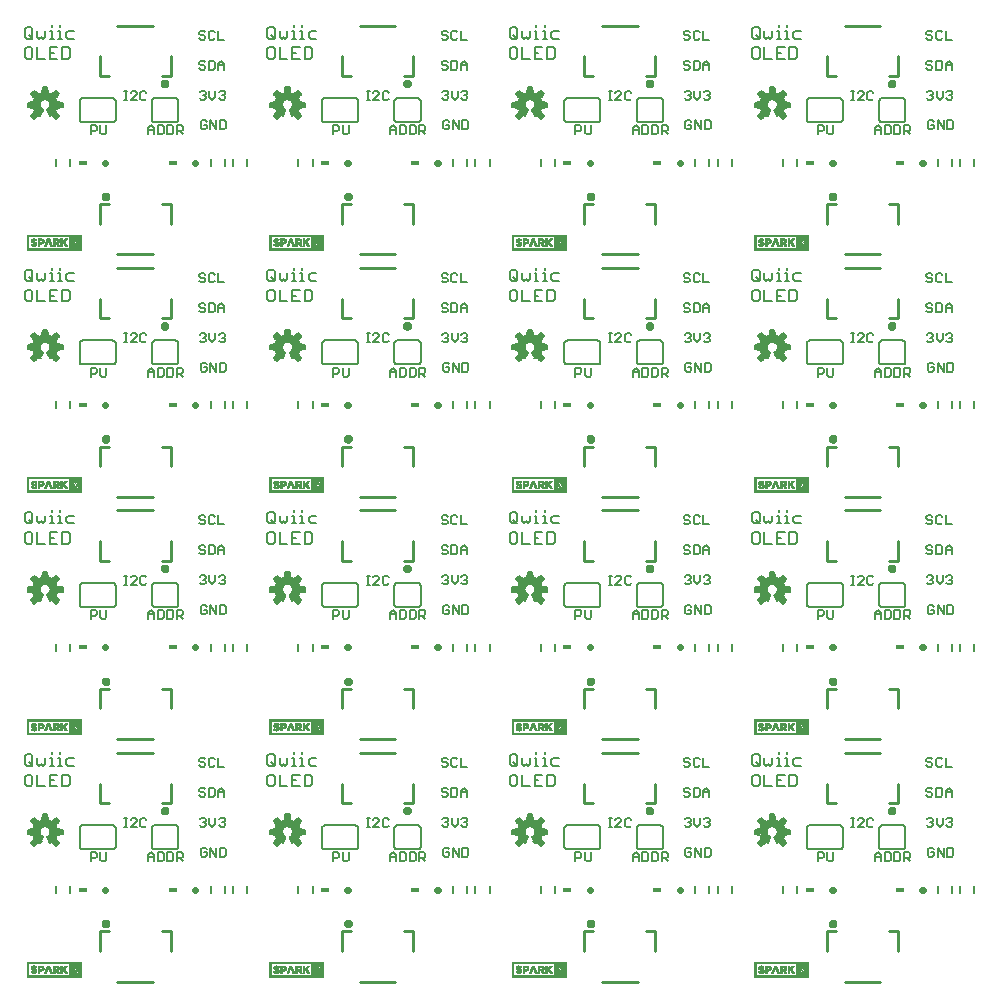
<source format=gto>
G75*
%MOIN*%
%OFA0B0*%
%FSLAX25Y25*%
%IPPOS*%
%LPD*%
%AMOC8*
5,1,8,0,0,1.08239X$1,22.5*
%
%ADD10C,0.00500*%
%ADD11C,0.00700*%
%ADD12C,0.00600*%
%ADD13C,0.02200*%
%ADD14R,0.03000X0.01800*%
%ADD15C,0.00591*%
%ADD16C,0.01000*%
%ADD17C,0.01575*%
%ADD18C,0.00039*%
D10*
X0026650Y0122287D02*
X0026650Y0125289D01*
X0028151Y0125289D01*
X0028652Y0124789D01*
X0028652Y0123788D01*
X0028151Y0123287D01*
X0026650Y0123287D01*
X0029873Y0122787D02*
X0029873Y0125289D01*
X0031874Y0125289D02*
X0031874Y0122787D01*
X0031374Y0122287D01*
X0030373Y0122287D01*
X0029873Y0122787D01*
X0037850Y0133687D02*
X0038851Y0133687D01*
X0038350Y0133687D02*
X0038350Y0136689D01*
X0037850Y0136689D02*
X0038851Y0136689D01*
X0039998Y0136189D02*
X0040499Y0136689D01*
X0041500Y0136689D01*
X0042000Y0136189D01*
X0042000Y0135688D01*
X0039998Y0133687D01*
X0042000Y0133687D01*
X0043221Y0134187D02*
X0043722Y0133687D01*
X0044723Y0133687D01*
X0045223Y0134187D01*
X0043221Y0134187D02*
X0043221Y0136189D01*
X0043722Y0136689D01*
X0044723Y0136689D01*
X0045223Y0136189D01*
X0046751Y0125289D02*
X0047752Y0124288D01*
X0047752Y0122287D01*
X0048973Y0122287D02*
X0050474Y0122287D01*
X0050974Y0122787D01*
X0050974Y0124789D01*
X0050474Y0125289D01*
X0048973Y0125289D01*
X0048973Y0122287D01*
X0047752Y0123788D02*
X0045750Y0123788D01*
X0045750Y0124288D02*
X0046751Y0125289D01*
X0045750Y0124288D02*
X0045750Y0122287D01*
X0052195Y0122287D02*
X0053697Y0122287D01*
X0054197Y0122787D01*
X0054197Y0124789D01*
X0053697Y0125289D01*
X0052195Y0125289D01*
X0052195Y0122287D01*
X0055418Y0122287D02*
X0055418Y0125289D01*
X0056920Y0125289D01*
X0057420Y0124789D01*
X0057420Y0123788D01*
X0056920Y0123287D01*
X0055418Y0123287D01*
X0056419Y0123287D02*
X0057420Y0122287D01*
X0063350Y0124387D02*
X0063850Y0123887D01*
X0064851Y0123887D01*
X0065352Y0124387D01*
X0065352Y0125388D01*
X0064351Y0125388D01*
X0065352Y0126389D02*
X0064851Y0126889D01*
X0063850Y0126889D01*
X0063350Y0126389D01*
X0063350Y0124387D01*
X0066573Y0123887D02*
X0066573Y0126889D01*
X0068574Y0123887D01*
X0068574Y0126889D01*
X0069795Y0126889D02*
X0069795Y0123887D01*
X0071297Y0123887D01*
X0071797Y0124387D01*
X0071797Y0126389D01*
X0071297Y0126889D01*
X0069795Y0126889D01*
X0069996Y0133787D02*
X0069495Y0134287D01*
X0069996Y0133787D02*
X0070997Y0133787D01*
X0071497Y0134287D01*
X0071497Y0134787D01*
X0070997Y0135288D01*
X0070496Y0135288D01*
X0070997Y0135288D02*
X0071497Y0135788D01*
X0071497Y0136289D01*
X0070997Y0136789D01*
X0069996Y0136789D01*
X0069495Y0136289D01*
X0068274Y0136789D02*
X0068274Y0134787D01*
X0067274Y0133787D01*
X0066273Y0134787D01*
X0066273Y0136789D01*
X0065052Y0136289D02*
X0065052Y0135788D01*
X0064551Y0135288D01*
X0065052Y0134787D01*
X0065052Y0134287D01*
X0064551Y0133787D01*
X0063550Y0133787D01*
X0063050Y0134287D01*
X0064051Y0135288D02*
X0064551Y0135288D01*
X0065052Y0136289D02*
X0064551Y0136789D01*
X0063550Y0136789D01*
X0063050Y0136289D01*
X0063350Y0143787D02*
X0062850Y0144287D01*
X0063350Y0143787D02*
X0064351Y0143787D01*
X0064852Y0144287D01*
X0064852Y0144787D01*
X0064351Y0145288D01*
X0063350Y0145288D01*
X0062850Y0145788D01*
X0062850Y0146289D01*
X0063350Y0146789D01*
X0064351Y0146789D01*
X0064852Y0146289D01*
X0066073Y0146789D02*
X0066073Y0143787D01*
X0067574Y0143787D01*
X0068074Y0144287D01*
X0068074Y0146289D01*
X0067574Y0146789D01*
X0066073Y0146789D01*
X0069295Y0145788D02*
X0069295Y0143787D01*
X0069295Y0145288D02*
X0071297Y0145288D01*
X0071297Y0145788D02*
X0071297Y0143787D01*
X0071297Y0145788D02*
X0070296Y0146789D01*
X0069295Y0145788D01*
X0069295Y0153787D02*
X0071297Y0153787D01*
X0069295Y0153787D02*
X0069295Y0156789D01*
X0068074Y0156289D02*
X0067574Y0156789D01*
X0066573Y0156789D01*
X0066073Y0156289D01*
X0066073Y0154287D01*
X0066573Y0153787D01*
X0067574Y0153787D01*
X0068074Y0154287D01*
X0064852Y0154287D02*
X0064351Y0153787D01*
X0063350Y0153787D01*
X0062850Y0154287D01*
X0063350Y0155288D02*
X0064351Y0155288D01*
X0064852Y0154787D01*
X0064852Y0154287D01*
X0063350Y0155288D02*
X0062850Y0155788D01*
X0062850Y0156289D01*
X0063350Y0156789D01*
X0064351Y0156789D01*
X0064852Y0156289D01*
X0057420Y0203087D02*
X0056419Y0204087D01*
X0056920Y0204087D02*
X0055418Y0204087D01*
X0055418Y0203087D02*
X0055418Y0206089D01*
X0056920Y0206089D01*
X0057420Y0205589D01*
X0057420Y0204588D01*
X0056920Y0204087D01*
X0054197Y0203587D02*
X0054197Y0205589D01*
X0053697Y0206089D01*
X0052195Y0206089D01*
X0052195Y0203087D01*
X0053697Y0203087D01*
X0054197Y0203587D01*
X0050974Y0203587D02*
X0050974Y0205589D01*
X0050474Y0206089D01*
X0048973Y0206089D01*
X0048973Y0203087D01*
X0050474Y0203087D01*
X0050974Y0203587D01*
X0047752Y0203087D02*
X0047752Y0205088D01*
X0046751Y0206089D01*
X0045750Y0205088D01*
X0045750Y0203087D01*
X0045750Y0204588D02*
X0047752Y0204588D01*
X0044723Y0214487D02*
X0045223Y0214987D01*
X0044723Y0214487D02*
X0043722Y0214487D01*
X0043221Y0214987D01*
X0043221Y0216989D01*
X0043722Y0217489D01*
X0044723Y0217489D01*
X0045223Y0216989D01*
X0042000Y0216989D02*
X0041500Y0217489D01*
X0040499Y0217489D01*
X0039998Y0216989D01*
X0038851Y0217489D02*
X0037850Y0217489D01*
X0038350Y0217489D02*
X0038350Y0214487D01*
X0037850Y0214487D02*
X0038851Y0214487D01*
X0039998Y0214487D02*
X0042000Y0216488D01*
X0042000Y0216989D01*
X0042000Y0214487D02*
X0039998Y0214487D01*
X0031874Y0206089D02*
X0031874Y0203587D01*
X0031374Y0203087D01*
X0030373Y0203087D01*
X0029873Y0203587D01*
X0029873Y0206089D01*
X0028652Y0205589D02*
X0028652Y0204588D01*
X0028151Y0204087D01*
X0026650Y0204087D01*
X0026650Y0203087D02*
X0026650Y0206089D01*
X0028151Y0206089D01*
X0028652Y0205589D01*
X0063350Y0205187D02*
X0063850Y0204687D01*
X0064851Y0204687D01*
X0065352Y0205187D01*
X0065352Y0206188D01*
X0064351Y0206188D01*
X0065352Y0207189D02*
X0064851Y0207689D01*
X0063850Y0207689D01*
X0063350Y0207189D01*
X0063350Y0205187D01*
X0066573Y0204687D02*
X0066573Y0207689D01*
X0068574Y0204687D01*
X0068574Y0207689D01*
X0069795Y0207689D02*
X0069795Y0204687D01*
X0071297Y0204687D01*
X0071797Y0205187D01*
X0071797Y0207189D01*
X0071297Y0207689D01*
X0069795Y0207689D01*
X0069996Y0214587D02*
X0069495Y0215087D01*
X0069996Y0214587D02*
X0070997Y0214587D01*
X0071497Y0215087D01*
X0071497Y0215587D01*
X0070997Y0216088D01*
X0070496Y0216088D01*
X0070997Y0216088D02*
X0071497Y0216588D01*
X0071497Y0217089D01*
X0070997Y0217589D01*
X0069996Y0217589D01*
X0069495Y0217089D01*
X0068274Y0217589D02*
X0068274Y0215587D01*
X0067274Y0214587D01*
X0066273Y0215587D01*
X0066273Y0217589D01*
X0065052Y0217089D02*
X0065052Y0216588D01*
X0064551Y0216088D01*
X0065052Y0215587D01*
X0065052Y0215087D01*
X0064551Y0214587D01*
X0063550Y0214587D01*
X0063050Y0215087D01*
X0064051Y0216088D02*
X0064551Y0216088D01*
X0065052Y0217089D02*
X0064551Y0217589D01*
X0063550Y0217589D01*
X0063050Y0217089D01*
X0063350Y0224587D02*
X0062850Y0225087D01*
X0063350Y0224587D02*
X0064351Y0224587D01*
X0064852Y0225087D01*
X0064852Y0225587D01*
X0064351Y0226088D01*
X0063350Y0226088D01*
X0062850Y0226588D01*
X0062850Y0227089D01*
X0063350Y0227589D01*
X0064351Y0227589D01*
X0064852Y0227089D01*
X0066073Y0227589D02*
X0066073Y0224587D01*
X0067574Y0224587D01*
X0068074Y0225087D01*
X0068074Y0227089D01*
X0067574Y0227589D01*
X0066073Y0227589D01*
X0069295Y0226588D02*
X0069295Y0224587D01*
X0069295Y0226088D02*
X0071297Y0226088D01*
X0071297Y0226588D02*
X0071297Y0224587D01*
X0071297Y0226588D02*
X0070296Y0227589D01*
X0069295Y0226588D01*
X0069295Y0234587D02*
X0071297Y0234587D01*
X0069295Y0234587D02*
X0069295Y0237589D01*
X0068074Y0237089D02*
X0067574Y0237589D01*
X0066573Y0237589D01*
X0066073Y0237089D01*
X0066073Y0235087D01*
X0066573Y0234587D01*
X0067574Y0234587D01*
X0068074Y0235087D01*
X0064852Y0235087D02*
X0064351Y0234587D01*
X0063350Y0234587D01*
X0062850Y0235087D01*
X0063350Y0236088D02*
X0064351Y0236088D01*
X0064852Y0235587D01*
X0064852Y0235087D01*
X0063350Y0236088D02*
X0062850Y0236588D01*
X0062850Y0237089D01*
X0063350Y0237589D01*
X0064351Y0237589D01*
X0064852Y0237089D01*
X0057420Y0283887D02*
X0056419Y0284887D01*
X0056920Y0284887D02*
X0055418Y0284887D01*
X0055418Y0283887D02*
X0055418Y0286889D01*
X0056920Y0286889D01*
X0057420Y0286389D01*
X0057420Y0285388D01*
X0056920Y0284887D01*
X0054197Y0284387D02*
X0054197Y0286389D01*
X0053697Y0286889D01*
X0052195Y0286889D01*
X0052195Y0283887D01*
X0053697Y0283887D01*
X0054197Y0284387D01*
X0050974Y0284387D02*
X0050974Y0286389D01*
X0050474Y0286889D01*
X0048973Y0286889D01*
X0048973Y0283887D01*
X0050474Y0283887D01*
X0050974Y0284387D01*
X0047752Y0283887D02*
X0047752Y0285888D01*
X0046751Y0286889D01*
X0045750Y0285888D01*
X0045750Y0283887D01*
X0045750Y0285388D02*
X0047752Y0285388D01*
X0044723Y0295287D02*
X0045223Y0295787D01*
X0044723Y0295287D02*
X0043722Y0295287D01*
X0043221Y0295787D01*
X0043221Y0297789D01*
X0043722Y0298289D01*
X0044723Y0298289D01*
X0045223Y0297789D01*
X0042000Y0297789D02*
X0041500Y0298289D01*
X0040499Y0298289D01*
X0039998Y0297789D01*
X0038851Y0298289D02*
X0037850Y0298289D01*
X0038350Y0298289D02*
X0038350Y0295287D01*
X0037850Y0295287D02*
X0038851Y0295287D01*
X0039998Y0295287D02*
X0042000Y0297288D01*
X0042000Y0297789D01*
X0042000Y0295287D02*
X0039998Y0295287D01*
X0031874Y0286889D02*
X0031874Y0284387D01*
X0031374Y0283887D01*
X0030373Y0283887D01*
X0029873Y0284387D01*
X0029873Y0286889D01*
X0028652Y0286389D02*
X0028652Y0285388D01*
X0028151Y0284887D01*
X0026650Y0284887D01*
X0026650Y0283887D02*
X0026650Y0286889D01*
X0028151Y0286889D01*
X0028652Y0286389D01*
X0063350Y0285987D02*
X0063850Y0285487D01*
X0064851Y0285487D01*
X0065352Y0285987D01*
X0065352Y0286988D01*
X0064351Y0286988D01*
X0065352Y0287989D02*
X0064851Y0288489D01*
X0063850Y0288489D01*
X0063350Y0287989D01*
X0063350Y0285987D01*
X0066573Y0285487D02*
X0066573Y0288489D01*
X0068574Y0285487D01*
X0068574Y0288489D01*
X0069795Y0288489D02*
X0069795Y0285487D01*
X0071297Y0285487D01*
X0071797Y0285987D01*
X0071797Y0287989D01*
X0071297Y0288489D01*
X0069795Y0288489D01*
X0069996Y0295387D02*
X0069495Y0295887D01*
X0069996Y0295387D02*
X0070997Y0295387D01*
X0071497Y0295887D01*
X0071497Y0296387D01*
X0070997Y0296888D01*
X0070496Y0296888D01*
X0070997Y0296888D02*
X0071497Y0297388D01*
X0071497Y0297889D01*
X0070997Y0298389D01*
X0069996Y0298389D01*
X0069495Y0297889D01*
X0068274Y0298389D02*
X0068274Y0296387D01*
X0067274Y0295387D01*
X0066273Y0296387D01*
X0066273Y0298389D01*
X0065052Y0297889D02*
X0065052Y0297388D01*
X0064551Y0296888D01*
X0065052Y0296387D01*
X0065052Y0295887D01*
X0064551Y0295387D01*
X0063550Y0295387D01*
X0063050Y0295887D01*
X0064051Y0296888D02*
X0064551Y0296888D01*
X0065052Y0297889D02*
X0064551Y0298389D01*
X0063550Y0298389D01*
X0063050Y0297889D01*
X0063350Y0305387D02*
X0062850Y0305887D01*
X0063350Y0305387D02*
X0064351Y0305387D01*
X0064852Y0305887D01*
X0064852Y0306387D01*
X0064351Y0306888D01*
X0063350Y0306888D01*
X0062850Y0307388D01*
X0062850Y0307889D01*
X0063350Y0308389D01*
X0064351Y0308389D01*
X0064852Y0307889D01*
X0066073Y0308389D02*
X0066073Y0305387D01*
X0067574Y0305387D01*
X0068074Y0305887D01*
X0068074Y0307889D01*
X0067574Y0308389D01*
X0066073Y0308389D01*
X0069295Y0307388D02*
X0069295Y0305387D01*
X0069295Y0306888D02*
X0071297Y0306888D01*
X0071297Y0307388D02*
X0071297Y0305387D01*
X0071297Y0307388D02*
X0070296Y0308389D01*
X0069295Y0307388D01*
X0069295Y0315387D02*
X0071297Y0315387D01*
X0069295Y0315387D02*
X0069295Y0318389D01*
X0068074Y0317889D02*
X0067574Y0318389D01*
X0066573Y0318389D01*
X0066073Y0317889D01*
X0066073Y0315887D01*
X0066573Y0315387D01*
X0067574Y0315387D01*
X0068074Y0315887D01*
X0064852Y0315887D02*
X0064351Y0315387D01*
X0063350Y0315387D01*
X0062850Y0315887D01*
X0063350Y0316888D02*
X0064351Y0316888D01*
X0064852Y0316387D01*
X0064852Y0315887D01*
X0063350Y0316888D02*
X0062850Y0317388D01*
X0062850Y0317889D01*
X0063350Y0318389D01*
X0064351Y0318389D01*
X0064852Y0317889D01*
X0057420Y0364664D02*
X0056419Y0365665D01*
X0056920Y0365665D02*
X0055418Y0365665D01*
X0055418Y0364664D02*
X0055418Y0367666D01*
X0056920Y0367666D01*
X0057420Y0367166D01*
X0057420Y0366165D01*
X0056920Y0365665D01*
X0054197Y0365164D02*
X0054197Y0367166D01*
X0053697Y0367666D01*
X0052195Y0367666D01*
X0052195Y0364664D01*
X0053697Y0364664D01*
X0054197Y0365164D01*
X0050974Y0365164D02*
X0050974Y0367166D01*
X0050474Y0367666D01*
X0048973Y0367666D01*
X0048973Y0364664D01*
X0050474Y0364664D01*
X0050974Y0365164D01*
X0047752Y0364664D02*
X0047752Y0366665D01*
X0046751Y0367666D01*
X0045750Y0366665D01*
X0045750Y0364664D01*
X0045750Y0366165D02*
X0047752Y0366165D01*
X0044723Y0376064D02*
X0045223Y0376564D01*
X0044723Y0376064D02*
X0043722Y0376064D01*
X0043221Y0376564D01*
X0043221Y0378566D01*
X0043722Y0379066D01*
X0044723Y0379066D01*
X0045223Y0378566D01*
X0042000Y0378566D02*
X0041500Y0379066D01*
X0040499Y0379066D01*
X0039998Y0378566D01*
X0038851Y0379066D02*
X0037850Y0379066D01*
X0038350Y0379066D02*
X0038350Y0376064D01*
X0037850Y0376064D02*
X0038851Y0376064D01*
X0039998Y0376064D02*
X0042000Y0378065D01*
X0042000Y0378566D01*
X0042000Y0376064D02*
X0039998Y0376064D01*
X0031874Y0367666D02*
X0031874Y0365164D01*
X0031374Y0364664D01*
X0030373Y0364664D01*
X0029873Y0365164D01*
X0029873Y0367666D01*
X0028652Y0367166D02*
X0028652Y0366165D01*
X0028151Y0365665D01*
X0026650Y0365665D01*
X0026650Y0364664D02*
X0026650Y0367666D01*
X0028151Y0367666D01*
X0028652Y0367166D01*
X0063350Y0366764D02*
X0063850Y0366264D01*
X0064851Y0366264D01*
X0065352Y0366764D01*
X0065352Y0367765D01*
X0064351Y0367765D01*
X0065352Y0368766D02*
X0064851Y0369266D01*
X0063850Y0369266D01*
X0063350Y0368766D01*
X0063350Y0366764D01*
X0066573Y0366264D02*
X0066573Y0369266D01*
X0068574Y0366264D01*
X0068574Y0369266D01*
X0069795Y0369266D02*
X0069795Y0366264D01*
X0071297Y0366264D01*
X0071797Y0366764D01*
X0071797Y0368766D01*
X0071297Y0369266D01*
X0069795Y0369266D01*
X0069996Y0376164D02*
X0069495Y0376664D01*
X0069996Y0376164D02*
X0070997Y0376164D01*
X0071497Y0376664D01*
X0071497Y0377165D01*
X0070997Y0377665D01*
X0070496Y0377665D01*
X0070997Y0377665D02*
X0071497Y0378165D01*
X0071497Y0378666D01*
X0070997Y0379166D01*
X0069996Y0379166D01*
X0069495Y0378666D01*
X0068274Y0379166D02*
X0068274Y0377165D01*
X0067274Y0376164D01*
X0066273Y0377165D01*
X0066273Y0379166D01*
X0065052Y0378666D02*
X0065052Y0378165D01*
X0064551Y0377665D01*
X0065052Y0377165D01*
X0065052Y0376664D01*
X0064551Y0376164D01*
X0063550Y0376164D01*
X0063050Y0376664D01*
X0064051Y0377665D02*
X0064551Y0377665D01*
X0065052Y0378666D02*
X0064551Y0379166D01*
X0063550Y0379166D01*
X0063050Y0378666D01*
X0063350Y0386164D02*
X0062850Y0386664D01*
X0063350Y0386164D02*
X0064351Y0386164D01*
X0064852Y0386664D01*
X0064852Y0387165D01*
X0064351Y0387665D01*
X0063350Y0387665D01*
X0062850Y0388165D01*
X0062850Y0388666D01*
X0063350Y0389166D01*
X0064351Y0389166D01*
X0064852Y0388666D01*
X0066073Y0389166D02*
X0066073Y0386164D01*
X0067574Y0386164D01*
X0068074Y0386664D01*
X0068074Y0388666D01*
X0067574Y0389166D01*
X0066073Y0389166D01*
X0069295Y0388165D02*
X0069295Y0386164D01*
X0069295Y0387665D02*
X0071297Y0387665D01*
X0071297Y0388165D02*
X0071297Y0386164D01*
X0071297Y0388165D02*
X0070296Y0389166D01*
X0069295Y0388165D01*
X0069295Y0396164D02*
X0071297Y0396164D01*
X0069295Y0396164D02*
X0069295Y0399166D01*
X0068074Y0398666D02*
X0067574Y0399166D01*
X0066573Y0399166D01*
X0066073Y0398666D01*
X0066073Y0396664D01*
X0066573Y0396164D01*
X0067574Y0396164D01*
X0068074Y0396664D01*
X0064852Y0396664D02*
X0064351Y0396164D01*
X0063350Y0396164D01*
X0062850Y0396664D01*
X0063350Y0397665D02*
X0064351Y0397665D01*
X0064852Y0397165D01*
X0064852Y0396664D01*
X0063350Y0397665D02*
X0062850Y0398165D01*
X0062850Y0398666D01*
X0063350Y0399166D01*
X0064351Y0399166D01*
X0064852Y0398666D01*
X0107450Y0367666D02*
X0108951Y0367666D01*
X0109452Y0367166D01*
X0109452Y0366165D01*
X0108951Y0365665D01*
X0107450Y0365665D01*
X0107450Y0364664D02*
X0107450Y0367666D01*
X0110673Y0367666D02*
X0110673Y0365164D01*
X0111173Y0364664D01*
X0112174Y0364664D01*
X0112674Y0365164D01*
X0112674Y0367666D01*
X0118650Y0376064D02*
X0119651Y0376064D01*
X0119150Y0376064D02*
X0119150Y0379066D01*
X0118650Y0379066D02*
X0119651Y0379066D01*
X0120798Y0378566D02*
X0121299Y0379066D01*
X0122300Y0379066D01*
X0122800Y0378566D01*
X0122800Y0378065D01*
X0120798Y0376064D01*
X0122800Y0376064D01*
X0124021Y0376564D02*
X0124522Y0376064D01*
X0125523Y0376064D01*
X0126023Y0376564D01*
X0124021Y0376564D02*
X0124021Y0378566D01*
X0124522Y0379066D01*
X0125523Y0379066D01*
X0126023Y0378566D01*
X0127551Y0367666D02*
X0128552Y0366665D01*
X0128552Y0364664D01*
X0129773Y0364664D02*
X0131274Y0364664D01*
X0131774Y0365164D01*
X0131774Y0367166D01*
X0131274Y0367666D01*
X0129773Y0367666D01*
X0129773Y0364664D01*
X0128552Y0366165D02*
X0126550Y0366165D01*
X0126550Y0366665D02*
X0127551Y0367666D01*
X0126550Y0366665D02*
X0126550Y0364664D01*
X0132995Y0364664D02*
X0134497Y0364664D01*
X0134997Y0365164D01*
X0134997Y0367166D01*
X0134497Y0367666D01*
X0132995Y0367666D01*
X0132995Y0364664D01*
X0136218Y0364664D02*
X0136218Y0367666D01*
X0137720Y0367666D01*
X0138220Y0367166D01*
X0138220Y0366165D01*
X0137720Y0365665D01*
X0136218Y0365665D01*
X0137219Y0365665D02*
X0138220Y0364664D01*
X0144150Y0366764D02*
X0144650Y0366264D01*
X0145651Y0366264D01*
X0146152Y0366764D01*
X0146152Y0367765D01*
X0145151Y0367765D01*
X0146152Y0368766D02*
X0145651Y0369266D01*
X0144650Y0369266D01*
X0144150Y0368766D01*
X0144150Y0366764D01*
X0147373Y0366264D02*
X0147373Y0369266D01*
X0149374Y0366264D01*
X0149374Y0369266D01*
X0150595Y0369266D02*
X0152097Y0369266D01*
X0152597Y0368766D01*
X0152597Y0366764D01*
X0152097Y0366264D01*
X0150595Y0366264D01*
X0150595Y0369266D01*
X0150796Y0376164D02*
X0150295Y0376664D01*
X0150796Y0376164D02*
X0151797Y0376164D01*
X0152297Y0376664D01*
X0152297Y0377165D01*
X0151797Y0377665D01*
X0151296Y0377665D01*
X0151797Y0377665D02*
X0152297Y0378165D01*
X0152297Y0378666D01*
X0151797Y0379166D01*
X0150796Y0379166D01*
X0150295Y0378666D01*
X0149074Y0379166D02*
X0149074Y0377165D01*
X0148074Y0376164D01*
X0147073Y0377165D01*
X0147073Y0379166D01*
X0145852Y0378666D02*
X0145852Y0378165D01*
X0145351Y0377665D01*
X0145852Y0377165D01*
X0145852Y0376664D01*
X0145351Y0376164D01*
X0144350Y0376164D01*
X0143850Y0376664D01*
X0144851Y0377665D02*
X0145351Y0377665D01*
X0145852Y0378666D02*
X0145351Y0379166D01*
X0144350Y0379166D01*
X0143850Y0378666D01*
X0144150Y0386164D02*
X0143650Y0386664D01*
X0144150Y0386164D02*
X0145151Y0386164D01*
X0145652Y0386664D01*
X0145652Y0387165D01*
X0145151Y0387665D01*
X0144150Y0387665D01*
X0143650Y0388165D01*
X0143650Y0388666D01*
X0144150Y0389166D01*
X0145151Y0389166D01*
X0145652Y0388666D01*
X0146873Y0389166D02*
X0148374Y0389166D01*
X0148874Y0388666D01*
X0148874Y0386664D01*
X0148374Y0386164D01*
X0146873Y0386164D01*
X0146873Y0389166D01*
X0150095Y0388165D02*
X0150095Y0386164D01*
X0150095Y0387665D02*
X0152097Y0387665D01*
X0152097Y0388165D02*
X0152097Y0386164D01*
X0152097Y0388165D02*
X0151096Y0389166D01*
X0150095Y0388165D01*
X0150095Y0396164D02*
X0152097Y0396164D01*
X0150095Y0396164D02*
X0150095Y0399166D01*
X0148874Y0398666D02*
X0148374Y0399166D01*
X0147373Y0399166D01*
X0146873Y0398666D01*
X0146873Y0396664D01*
X0147373Y0396164D01*
X0148374Y0396164D01*
X0148874Y0396664D01*
X0145652Y0396664D02*
X0145151Y0396164D01*
X0144150Y0396164D01*
X0143650Y0396664D01*
X0144150Y0397665D02*
X0143650Y0398165D01*
X0143650Y0398666D01*
X0144150Y0399166D01*
X0145151Y0399166D01*
X0145652Y0398666D01*
X0145151Y0397665D02*
X0145652Y0397165D01*
X0145652Y0396664D01*
X0145151Y0397665D02*
X0144150Y0397665D01*
X0188250Y0367666D02*
X0189751Y0367666D01*
X0190252Y0367166D01*
X0190252Y0366165D01*
X0189751Y0365665D01*
X0188250Y0365665D01*
X0188250Y0364664D02*
X0188250Y0367666D01*
X0191473Y0367666D02*
X0191473Y0365164D01*
X0191973Y0364664D01*
X0192974Y0364664D01*
X0193474Y0365164D01*
X0193474Y0367666D01*
X0199450Y0376064D02*
X0200451Y0376064D01*
X0199950Y0376064D02*
X0199950Y0379066D01*
X0199450Y0379066D02*
X0200451Y0379066D01*
X0201598Y0378566D02*
X0202099Y0379066D01*
X0203100Y0379066D01*
X0203600Y0378566D01*
X0203600Y0378065D01*
X0201598Y0376064D01*
X0203600Y0376064D01*
X0204821Y0376564D02*
X0205322Y0376064D01*
X0206323Y0376064D01*
X0206823Y0376564D01*
X0204821Y0376564D02*
X0204821Y0378566D01*
X0205322Y0379066D01*
X0206323Y0379066D01*
X0206823Y0378566D01*
X0208351Y0367666D02*
X0209352Y0366665D01*
X0209352Y0364664D01*
X0210573Y0364664D02*
X0212074Y0364664D01*
X0212574Y0365164D01*
X0212574Y0367166D01*
X0212074Y0367666D01*
X0210573Y0367666D01*
X0210573Y0364664D01*
X0209352Y0366165D02*
X0207350Y0366165D01*
X0207350Y0366665D02*
X0208351Y0367666D01*
X0207350Y0366665D02*
X0207350Y0364664D01*
X0213795Y0364664D02*
X0215297Y0364664D01*
X0215797Y0365164D01*
X0215797Y0367166D01*
X0215297Y0367666D01*
X0213795Y0367666D01*
X0213795Y0364664D01*
X0217018Y0364664D02*
X0217018Y0367666D01*
X0218520Y0367666D01*
X0219020Y0367166D01*
X0219020Y0366165D01*
X0218520Y0365665D01*
X0217018Y0365665D01*
X0218019Y0365665D02*
X0219020Y0364664D01*
X0224950Y0366764D02*
X0225450Y0366264D01*
X0226451Y0366264D01*
X0226952Y0366764D01*
X0226952Y0367765D01*
X0225951Y0367765D01*
X0226952Y0368766D02*
X0226451Y0369266D01*
X0225450Y0369266D01*
X0224950Y0368766D01*
X0224950Y0366764D01*
X0228173Y0366264D02*
X0228173Y0369266D01*
X0230174Y0366264D01*
X0230174Y0369266D01*
X0231395Y0369266D02*
X0232897Y0369266D01*
X0233397Y0368766D01*
X0233397Y0366764D01*
X0232897Y0366264D01*
X0231395Y0366264D01*
X0231395Y0369266D01*
X0231596Y0376164D02*
X0231095Y0376664D01*
X0231596Y0376164D02*
X0232597Y0376164D01*
X0233097Y0376664D01*
X0233097Y0377165D01*
X0232597Y0377665D01*
X0232096Y0377665D01*
X0232597Y0377665D02*
X0233097Y0378165D01*
X0233097Y0378666D01*
X0232597Y0379166D01*
X0231596Y0379166D01*
X0231095Y0378666D01*
X0229874Y0379166D02*
X0229874Y0377165D01*
X0228874Y0376164D01*
X0227873Y0377165D01*
X0227873Y0379166D01*
X0226652Y0378666D02*
X0226652Y0378165D01*
X0226151Y0377665D01*
X0226652Y0377165D01*
X0226652Y0376664D01*
X0226151Y0376164D01*
X0225150Y0376164D01*
X0224650Y0376664D01*
X0225651Y0377665D02*
X0226151Y0377665D01*
X0226652Y0378666D02*
X0226151Y0379166D01*
X0225150Y0379166D01*
X0224650Y0378666D01*
X0224950Y0386164D02*
X0224450Y0386664D01*
X0224950Y0386164D02*
X0225951Y0386164D01*
X0226452Y0386664D01*
X0226452Y0387165D01*
X0225951Y0387665D01*
X0224950Y0387665D01*
X0224450Y0388165D01*
X0224450Y0388666D01*
X0224950Y0389166D01*
X0225951Y0389166D01*
X0226452Y0388666D01*
X0227673Y0389166D02*
X0229174Y0389166D01*
X0229674Y0388666D01*
X0229674Y0386664D01*
X0229174Y0386164D01*
X0227673Y0386164D01*
X0227673Y0389166D01*
X0230895Y0388165D02*
X0230895Y0386164D01*
X0230895Y0387665D02*
X0232897Y0387665D01*
X0232897Y0388165D02*
X0232897Y0386164D01*
X0232897Y0388165D02*
X0231896Y0389166D01*
X0230895Y0388165D01*
X0230895Y0396164D02*
X0232897Y0396164D01*
X0230895Y0396164D02*
X0230895Y0399166D01*
X0229674Y0398666D02*
X0229174Y0399166D01*
X0228173Y0399166D01*
X0227673Y0398666D01*
X0227673Y0396664D01*
X0228173Y0396164D01*
X0229174Y0396164D01*
X0229674Y0396664D01*
X0226452Y0396664D02*
X0225951Y0396164D01*
X0224950Y0396164D01*
X0224450Y0396664D01*
X0224950Y0397665D02*
X0225951Y0397665D01*
X0226452Y0397165D01*
X0226452Y0396664D01*
X0224950Y0397665D02*
X0224450Y0398165D01*
X0224450Y0398666D01*
X0224950Y0399166D01*
X0225951Y0399166D01*
X0226452Y0398666D01*
X0269050Y0367666D02*
X0270551Y0367666D01*
X0271052Y0367166D01*
X0271052Y0366165D01*
X0270551Y0365665D01*
X0269050Y0365665D01*
X0269050Y0364664D02*
X0269050Y0367666D01*
X0272273Y0367666D02*
X0272273Y0365164D01*
X0272773Y0364664D01*
X0273774Y0364664D01*
X0274274Y0365164D01*
X0274274Y0367666D01*
X0280250Y0376064D02*
X0281251Y0376064D01*
X0280750Y0376064D02*
X0280750Y0379066D01*
X0280250Y0379066D02*
X0281251Y0379066D01*
X0282398Y0378566D02*
X0282899Y0379066D01*
X0283900Y0379066D01*
X0284400Y0378566D01*
X0284400Y0378065D01*
X0282398Y0376064D01*
X0284400Y0376064D01*
X0285621Y0376564D02*
X0286122Y0376064D01*
X0287123Y0376064D01*
X0287623Y0376564D01*
X0285621Y0376564D02*
X0285621Y0378566D01*
X0286122Y0379066D01*
X0287123Y0379066D01*
X0287623Y0378566D01*
X0289151Y0367666D02*
X0290152Y0366665D01*
X0290152Y0364664D01*
X0291373Y0364664D02*
X0292874Y0364664D01*
X0293374Y0365164D01*
X0293374Y0367166D01*
X0292874Y0367666D01*
X0291373Y0367666D01*
X0291373Y0364664D01*
X0290152Y0366165D02*
X0288150Y0366165D01*
X0288150Y0366665D02*
X0289151Y0367666D01*
X0288150Y0366665D02*
X0288150Y0364664D01*
X0294595Y0364664D02*
X0296097Y0364664D01*
X0296597Y0365164D01*
X0296597Y0367166D01*
X0296097Y0367666D01*
X0294595Y0367666D01*
X0294595Y0364664D01*
X0297818Y0364664D02*
X0297818Y0367666D01*
X0299320Y0367666D01*
X0299820Y0367166D01*
X0299820Y0366165D01*
X0299320Y0365665D01*
X0297818Y0365665D01*
X0298819Y0365665D02*
X0299820Y0364664D01*
X0305750Y0366764D02*
X0306250Y0366264D01*
X0307251Y0366264D01*
X0307752Y0366764D01*
X0307752Y0367765D01*
X0306751Y0367765D01*
X0307752Y0368766D02*
X0307251Y0369266D01*
X0306250Y0369266D01*
X0305750Y0368766D01*
X0305750Y0366764D01*
X0308973Y0366264D02*
X0308973Y0369266D01*
X0310974Y0366264D01*
X0310974Y0369266D01*
X0312195Y0369266D02*
X0312195Y0366264D01*
X0313697Y0366264D01*
X0314197Y0366764D01*
X0314197Y0368766D01*
X0313697Y0369266D01*
X0312195Y0369266D01*
X0312396Y0376164D02*
X0311895Y0376664D01*
X0312396Y0376164D02*
X0313397Y0376164D01*
X0313897Y0376664D01*
X0313897Y0377165D01*
X0313397Y0377665D01*
X0312896Y0377665D01*
X0313397Y0377665D02*
X0313897Y0378165D01*
X0313897Y0378666D01*
X0313397Y0379166D01*
X0312396Y0379166D01*
X0311895Y0378666D01*
X0310674Y0379166D02*
X0310674Y0377165D01*
X0309674Y0376164D01*
X0308673Y0377165D01*
X0308673Y0379166D01*
X0307452Y0378666D02*
X0307452Y0378165D01*
X0306951Y0377665D01*
X0307452Y0377165D01*
X0307452Y0376664D01*
X0306951Y0376164D01*
X0305950Y0376164D01*
X0305450Y0376664D01*
X0306451Y0377665D02*
X0306951Y0377665D01*
X0307452Y0378666D02*
X0306951Y0379166D01*
X0305950Y0379166D01*
X0305450Y0378666D01*
X0305750Y0386164D02*
X0305250Y0386664D01*
X0305750Y0386164D02*
X0306751Y0386164D01*
X0307252Y0386664D01*
X0307252Y0387165D01*
X0306751Y0387665D01*
X0305750Y0387665D01*
X0305250Y0388165D01*
X0305250Y0388666D01*
X0305750Y0389166D01*
X0306751Y0389166D01*
X0307252Y0388666D01*
X0308473Y0389166D02*
X0308473Y0386164D01*
X0309974Y0386164D01*
X0310474Y0386664D01*
X0310474Y0388666D01*
X0309974Y0389166D01*
X0308473Y0389166D01*
X0311695Y0388165D02*
X0311695Y0386164D01*
X0311695Y0387665D02*
X0313697Y0387665D01*
X0313697Y0388165D02*
X0313697Y0386164D01*
X0313697Y0388165D02*
X0312696Y0389166D01*
X0311695Y0388165D01*
X0311695Y0396164D02*
X0313697Y0396164D01*
X0311695Y0396164D02*
X0311695Y0399166D01*
X0310474Y0398666D02*
X0309974Y0399166D01*
X0308973Y0399166D01*
X0308473Y0398666D01*
X0308473Y0396664D01*
X0308973Y0396164D01*
X0309974Y0396164D01*
X0310474Y0396664D01*
X0307252Y0396664D02*
X0306751Y0396164D01*
X0305750Y0396164D01*
X0305250Y0396664D01*
X0305750Y0397665D02*
X0306751Y0397665D01*
X0307252Y0397165D01*
X0307252Y0396664D01*
X0305750Y0397665D02*
X0305250Y0398165D01*
X0305250Y0398666D01*
X0305750Y0399166D01*
X0306751Y0399166D01*
X0307252Y0398666D01*
X0306751Y0318389D02*
X0305750Y0318389D01*
X0305250Y0317889D01*
X0305250Y0317388D01*
X0305750Y0316888D01*
X0306751Y0316888D01*
X0307252Y0316387D01*
X0307252Y0315887D01*
X0306751Y0315387D01*
X0305750Y0315387D01*
X0305250Y0315887D01*
X0307252Y0317889D02*
X0306751Y0318389D01*
X0308473Y0317889D02*
X0308473Y0315887D01*
X0308973Y0315387D01*
X0309974Y0315387D01*
X0310474Y0315887D01*
X0311695Y0315387D02*
X0313697Y0315387D01*
X0311695Y0315387D02*
X0311695Y0318389D01*
X0310474Y0317889D02*
X0309974Y0318389D01*
X0308973Y0318389D01*
X0308473Y0317889D01*
X0308473Y0308389D02*
X0309974Y0308389D01*
X0310474Y0307889D01*
X0310474Y0305887D01*
X0309974Y0305387D01*
X0308473Y0305387D01*
X0308473Y0308389D01*
X0307252Y0307889D02*
X0306751Y0308389D01*
X0305750Y0308389D01*
X0305250Y0307889D01*
X0305250Y0307388D01*
X0305750Y0306888D01*
X0306751Y0306888D01*
X0307252Y0306387D01*
X0307252Y0305887D01*
X0306751Y0305387D01*
X0305750Y0305387D01*
X0305250Y0305887D01*
X0311695Y0305387D02*
X0311695Y0307388D01*
X0312696Y0308389D01*
X0313697Y0307388D01*
X0313697Y0305387D01*
X0313697Y0306888D02*
X0311695Y0306888D01*
X0312396Y0298389D02*
X0313397Y0298389D01*
X0313897Y0297889D01*
X0313897Y0297388D01*
X0313397Y0296888D01*
X0313897Y0296387D01*
X0313897Y0295887D01*
X0313397Y0295387D01*
X0312396Y0295387D01*
X0311895Y0295887D01*
X0310674Y0296387D02*
X0310674Y0298389D01*
X0311895Y0297889D02*
X0312396Y0298389D01*
X0312896Y0296888D02*
X0313397Y0296888D01*
X0310674Y0296387D02*
X0309674Y0295387D01*
X0308673Y0296387D01*
X0308673Y0298389D01*
X0307452Y0297889D02*
X0307452Y0297388D01*
X0306951Y0296888D01*
X0307452Y0296387D01*
X0307452Y0295887D01*
X0306951Y0295387D01*
X0305950Y0295387D01*
X0305450Y0295887D01*
X0306451Y0296888D02*
X0306951Y0296888D01*
X0307452Y0297889D02*
X0306951Y0298389D01*
X0305950Y0298389D01*
X0305450Y0297889D01*
X0306250Y0288489D02*
X0305750Y0287989D01*
X0305750Y0285987D01*
X0306250Y0285487D01*
X0307251Y0285487D01*
X0307752Y0285987D01*
X0307752Y0286988D01*
X0306751Y0286988D01*
X0307752Y0287989D02*
X0307251Y0288489D01*
X0306250Y0288489D01*
X0308973Y0288489D02*
X0310974Y0285487D01*
X0310974Y0288489D01*
X0312195Y0288489D02*
X0312195Y0285487D01*
X0313697Y0285487D01*
X0314197Y0285987D01*
X0314197Y0287989D01*
X0313697Y0288489D01*
X0312195Y0288489D01*
X0308973Y0288489D02*
X0308973Y0285487D01*
X0299820Y0285388D02*
X0299320Y0284887D01*
X0297818Y0284887D01*
X0297818Y0283887D02*
X0297818Y0286889D01*
X0299320Y0286889D01*
X0299820Y0286389D01*
X0299820Y0285388D01*
X0298819Y0284887D02*
X0299820Y0283887D01*
X0296597Y0284387D02*
X0296597Y0286389D01*
X0296097Y0286889D01*
X0294595Y0286889D01*
X0294595Y0283887D01*
X0296097Y0283887D01*
X0296597Y0284387D01*
X0293374Y0284387D02*
X0293374Y0286389D01*
X0292874Y0286889D01*
X0291373Y0286889D01*
X0291373Y0283887D01*
X0292874Y0283887D01*
X0293374Y0284387D01*
X0290152Y0283887D02*
X0290152Y0285888D01*
X0289151Y0286889D01*
X0288150Y0285888D01*
X0288150Y0283887D01*
X0288150Y0285388D02*
X0290152Y0285388D01*
X0287123Y0295287D02*
X0287623Y0295787D01*
X0287123Y0295287D02*
X0286122Y0295287D01*
X0285621Y0295787D01*
X0285621Y0297789D01*
X0286122Y0298289D01*
X0287123Y0298289D01*
X0287623Y0297789D01*
X0284400Y0297789D02*
X0283900Y0298289D01*
X0282899Y0298289D01*
X0282398Y0297789D01*
X0281251Y0298289D02*
X0280250Y0298289D01*
X0280750Y0298289D02*
X0280750Y0295287D01*
X0280250Y0295287D02*
X0281251Y0295287D01*
X0282398Y0295287D02*
X0284400Y0297288D01*
X0284400Y0297789D01*
X0284400Y0295287D02*
X0282398Y0295287D01*
X0274274Y0286889D02*
X0274274Y0284387D01*
X0273774Y0283887D01*
X0272773Y0283887D01*
X0272273Y0284387D01*
X0272273Y0286889D01*
X0271052Y0286389D02*
X0271052Y0285388D01*
X0270551Y0284887D01*
X0269050Y0284887D01*
X0269050Y0283887D02*
X0269050Y0286889D01*
X0270551Y0286889D01*
X0271052Y0286389D01*
X0233397Y0285987D02*
X0233397Y0287989D01*
X0232897Y0288489D01*
X0231395Y0288489D01*
X0231395Y0285487D01*
X0232897Y0285487D01*
X0233397Y0285987D01*
X0230174Y0285487D02*
X0230174Y0288489D01*
X0228173Y0288489D02*
X0228173Y0285487D01*
X0226952Y0285987D02*
X0226952Y0286988D01*
X0225951Y0286988D01*
X0226952Y0287989D02*
X0226451Y0288489D01*
X0225450Y0288489D01*
X0224950Y0287989D01*
X0224950Y0285987D01*
X0225450Y0285487D01*
X0226451Y0285487D01*
X0226952Y0285987D01*
X0228173Y0288489D02*
X0230174Y0285487D01*
X0228874Y0295387D02*
X0229874Y0296387D01*
X0229874Y0298389D01*
X0231095Y0297889D02*
X0231596Y0298389D01*
X0232597Y0298389D01*
X0233097Y0297889D01*
X0233097Y0297388D01*
X0232597Y0296888D01*
X0233097Y0296387D01*
X0233097Y0295887D01*
X0232597Y0295387D01*
X0231596Y0295387D01*
X0231095Y0295887D01*
X0232096Y0296888D02*
X0232597Y0296888D01*
X0228874Y0295387D02*
X0227873Y0296387D01*
X0227873Y0298389D01*
X0226652Y0297889D02*
X0226652Y0297388D01*
X0226151Y0296888D01*
X0226652Y0296387D01*
X0226652Y0295887D01*
X0226151Y0295387D01*
X0225150Y0295387D01*
X0224650Y0295887D01*
X0225651Y0296888D02*
X0226151Y0296888D01*
X0226652Y0297889D02*
X0226151Y0298389D01*
X0225150Y0298389D01*
X0224650Y0297889D01*
X0224950Y0305387D02*
X0224450Y0305887D01*
X0224950Y0305387D02*
X0225951Y0305387D01*
X0226452Y0305887D01*
X0226452Y0306387D01*
X0225951Y0306888D01*
X0224950Y0306888D01*
X0224450Y0307388D01*
X0224450Y0307889D01*
X0224950Y0308389D01*
X0225951Y0308389D01*
X0226452Y0307889D01*
X0227673Y0308389D02*
X0229174Y0308389D01*
X0229674Y0307889D01*
X0229674Y0305887D01*
X0229174Y0305387D01*
X0227673Y0305387D01*
X0227673Y0308389D01*
X0230895Y0307388D02*
X0230895Y0305387D01*
X0230895Y0306888D02*
X0232897Y0306888D01*
X0232897Y0307388D02*
X0232897Y0305387D01*
X0232897Y0307388D02*
X0231896Y0308389D01*
X0230895Y0307388D01*
X0230895Y0315387D02*
X0232897Y0315387D01*
X0230895Y0315387D02*
X0230895Y0318389D01*
X0229674Y0317889D02*
X0229174Y0318389D01*
X0228173Y0318389D01*
X0227673Y0317889D01*
X0227673Y0315887D01*
X0228173Y0315387D01*
X0229174Y0315387D01*
X0229674Y0315887D01*
X0226452Y0315887D02*
X0225951Y0315387D01*
X0224950Y0315387D01*
X0224450Y0315887D01*
X0224950Y0316888D02*
X0225951Y0316888D01*
X0226452Y0316387D01*
X0226452Y0315887D01*
X0224950Y0316888D02*
X0224450Y0317388D01*
X0224450Y0317889D01*
X0224950Y0318389D01*
X0225951Y0318389D01*
X0226452Y0317889D01*
X0206823Y0297789D02*
X0206323Y0298289D01*
X0205322Y0298289D01*
X0204821Y0297789D01*
X0204821Y0295787D01*
X0205322Y0295287D01*
X0206323Y0295287D01*
X0206823Y0295787D01*
X0203600Y0295287D02*
X0201598Y0295287D01*
X0203600Y0297288D01*
X0203600Y0297789D01*
X0203100Y0298289D01*
X0202099Y0298289D01*
X0201598Y0297789D01*
X0200451Y0298289D02*
X0199450Y0298289D01*
X0199950Y0298289D02*
X0199950Y0295287D01*
X0199450Y0295287D02*
X0200451Y0295287D01*
X0193474Y0286889D02*
X0193474Y0284387D01*
X0192974Y0283887D01*
X0191973Y0283887D01*
X0191473Y0284387D01*
X0191473Y0286889D01*
X0190252Y0286389D02*
X0190252Y0285388D01*
X0189751Y0284887D01*
X0188250Y0284887D01*
X0188250Y0283887D02*
X0188250Y0286889D01*
X0189751Y0286889D01*
X0190252Y0286389D01*
X0207350Y0285888D02*
X0208351Y0286889D01*
X0209352Y0285888D01*
X0209352Y0283887D01*
X0210573Y0283887D02*
X0212074Y0283887D01*
X0212574Y0284387D01*
X0212574Y0286389D01*
X0212074Y0286889D01*
X0210573Y0286889D01*
X0210573Y0283887D01*
X0209352Y0285388D02*
X0207350Y0285388D01*
X0207350Y0285888D02*
X0207350Y0283887D01*
X0213795Y0283887D02*
X0215297Y0283887D01*
X0215797Y0284387D01*
X0215797Y0286389D01*
X0215297Y0286889D01*
X0213795Y0286889D01*
X0213795Y0283887D01*
X0217018Y0283887D02*
X0217018Y0286889D01*
X0218520Y0286889D01*
X0219020Y0286389D01*
X0219020Y0285388D01*
X0218520Y0284887D01*
X0217018Y0284887D01*
X0218019Y0284887D02*
X0219020Y0283887D01*
X0224950Y0237589D02*
X0224450Y0237089D01*
X0224450Y0236588D01*
X0224950Y0236088D01*
X0225951Y0236088D01*
X0226452Y0235587D01*
X0226452Y0235087D01*
X0225951Y0234587D01*
X0224950Y0234587D01*
X0224450Y0235087D01*
X0224950Y0237589D02*
X0225951Y0237589D01*
X0226452Y0237089D01*
X0227673Y0237089D02*
X0227673Y0235087D01*
X0228173Y0234587D01*
X0229174Y0234587D01*
X0229674Y0235087D01*
X0230895Y0234587D02*
X0232897Y0234587D01*
X0230895Y0234587D02*
X0230895Y0237589D01*
X0229674Y0237089D02*
X0229174Y0237589D01*
X0228173Y0237589D01*
X0227673Y0237089D01*
X0227673Y0227589D02*
X0229174Y0227589D01*
X0229674Y0227089D01*
X0229674Y0225087D01*
X0229174Y0224587D01*
X0227673Y0224587D01*
X0227673Y0227589D01*
X0226452Y0227089D02*
X0225951Y0227589D01*
X0224950Y0227589D01*
X0224450Y0227089D01*
X0224450Y0226588D01*
X0224950Y0226088D01*
X0225951Y0226088D01*
X0226452Y0225587D01*
X0226452Y0225087D01*
X0225951Y0224587D01*
X0224950Y0224587D01*
X0224450Y0225087D01*
X0230895Y0224587D02*
X0230895Y0226588D01*
X0231896Y0227589D01*
X0232897Y0226588D01*
X0232897Y0224587D01*
X0232897Y0226088D02*
X0230895Y0226088D01*
X0231596Y0217589D02*
X0232597Y0217589D01*
X0233097Y0217089D01*
X0233097Y0216588D01*
X0232597Y0216088D01*
X0233097Y0215587D01*
X0233097Y0215087D01*
X0232597Y0214587D01*
X0231596Y0214587D01*
X0231095Y0215087D01*
X0229874Y0215587D02*
X0229874Y0217589D01*
X0231095Y0217089D02*
X0231596Y0217589D01*
X0232096Y0216088D02*
X0232597Y0216088D01*
X0229874Y0215587D02*
X0228874Y0214587D01*
X0227873Y0215587D01*
X0227873Y0217589D01*
X0226652Y0217089D02*
X0226652Y0216588D01*
X0226151Y0216088D01*
X0226652Y0215587D01*
X0226652Y0215087D01*
X0226151Y0214587D01*
X0225150Y0214587D01*
X0224650Y0215087D01*
X0225651Y0216088D02*
X0226151Y0216088D01*
X0226652Y0217089D02*
X0226151Y0217589D01*
X0225150Y0217589D01*
X0224650Y0217089D01*
X0225450Y0207689D02*
X0224950Y0207189D01*
X0224950Y0205187D01*
X0225450Y0204687D01*
X0226451Y0204687D01*
X0226952Y0205187D01*
X0226952Y0206188D01*
X0225951Y0206188D01*
X0226952Y0207189D02*
X0226451Y0207689D01*
X0225450Y0207689D01*
X0228173Y0207689D02*
X0228173Y0204687D01*
X0230174Y0204687D02*
X0228173Y0207689D01*
X0230174Y0207689D02*
X0230174Y0204687D01*
X0231395Y0204687D02*
X0232897Y0204687D01*
X0233397Y0205187D01*
X0233397Y0207189D01*
X0232897Y0207689D01*
X0231395Y0207689D01*
X0231395Y0204687D01*
X0219020Y0204588D02*
X0218520Y0204087D01*
X0217018Y0204087D01*
X0217018Y0203087D02*
X0217018Y0206089D01*
X0218520Y0206089D01*
X0219020Y0205589D01*
X0219020Y0204588D01*
X0218019Y0204087D02*
X0219020Y0203087D01*
X0215797Y0203587D02*
X0215797Y0205589D01*
X0215297Y0206089D01*
X0213795Y0206089D01*
X0213795Y0203087D01*
X0215297Y0203087D01*
X0215797Y0203587D01*
X0212574Y0203587D02*
X0212574Y0205589D01*
X0212074Y0206089D01*
X0210573Y0206089D01*
X0210573Y0203087D01*
X0212074Y0203087D01*
X0212574Y0203587D01*
X0209352Y0203087D02*
X0209352Y0205088D01*
X0208351Y0206089D01*
X0207350Y0205088D01*
X0207350Y0203087D01*
X0207350Y0204588D02*
X0209352Y0204588D01*
X0206323Y0214487D02*
X0205322Y0214487D01*
X0204821Y0214987D01*
X0204821Y0216989D01*
X0205322Y0217489D01*
X0206323Y0217489D01*
X0206823Y0216989D01*
X0206823Y0214987D02*
X0206323Y0214487D01*
X0203600Y0214487D02*
X0201598Y0214487D01*
X0203600Y0216488D01*
X0203600Y0216989D01*
X0203100Y0217489D01*
X0202099Y0217489D01*
X0201598Y0216989D01*
X0200451Y0217489D02*
X0199450Y0217489D01*
X0199950Y0217489D02*
X0199950Y0214487D01*
X0199450Y0214487D02*
X0200451Y0214487D01*
X0193474Y0206089D02*
X0193474Y0203587D01*
X0192974Y0203087D01*
X0191973Y0203087D01*
X0191473Y0203587D01*
X0191473Y0206089D01*
X0190252Y0205589D02*
X0190252Y0204588D01*
X0189751Y0204087D01*
X0188250Y0204087D01*
X0188250Y0203087D02*
X0188250Y0206089D01*
X0189751Y0206089D01*
X0190252Y0205589D01*
X0152597Y0205187D02*
X0152597Y0207189D01*
X0152097Y0207689D01*
X0150595Y0207689D01*
X0150595Y0204687D01*
X0152097Y0204687D01*
X0152597Y0205187D01*
X0149374Y0204687D02*
X0149374Y0207689D01*
X0147373Y0207689D02*
X0149374Y0204687D01*
X0147373Y0204687D02*
X0147373Y0207689D01*
X0146152Y0207189D02*
X0145651Y0207689D01*
X0144650Y0207689D01*
X0144150Y0207189D01*
X0144150Y0205187D01*
X0144650Y0204687D01*
X0145651Y0204687D01*
X0146152Y0205187D01*
X0146152Y0206188D01*
X0145151Y0206188D01*
X0138220Y0205589D02*
X0138220Y0204588D01*
X0137720Y0204087D01*
X0136218Y0204087D01*
X0136218Y0203087D02*
X0136218Y0206089D01*
X0137720Y0206089D01*
X0138220Y0205589D01*
X0137219Y0204087D02*
X0138220Y0203087D01*
X0134997Y0203587D02*
X0134997Y0205589D01*
X0134497Y0206089D01*
X0132995Y0206089D01*
X0132995Y0203087D01*
X0134497Y0203087D01*
X0134997Y0203587D01*
X0131774Y0203587D02*
X0131774Y0205589D01*
X0131274Y0206089D01*
X0129773Y0206089D01*
X0129773Y0203087D01*
X0131274Y0203087D01*
X0131774Y0203587D01*
X0128552Y0203087D02*
X0128552Y0205088D01*
X0127551Y0206089D01*
X0126550Y0205088D01*
X0126550Y0203087D01*
X0126550Y0204588D02*
X0128552Y0204588D01*
X0125523Y0214487D02*
X0126023Y0214987D01*
X0125523Y0214487D02*
X0124522Y0214487D01*
X0124021Y0214987D01*
X0124021Y0216989D01*
X0124522Y0217489D01*
X0125523Y0217489D01*
X0126023Y0216989D01*
X0122800Y0216989D02*
X0122300Y0217489D01*
X0121299Y0217489D01*
X0120798Y0216989D01*
X0119651Y0217489D02*
X0118650Y0217489D01*
X0119150Y0217489D02*
X0119150Y0214487D01*
X0118650Y0214487D02*
X0119651Y0214487D01*
X0120798Y0214487D02*
X0122800Y0216488D01*
X0122800Y0216989D01*
X0122800Y0214487D02*
X0120798Y0214487D01*
X0112674Y0206089D02*
X0112674Y0203587D01*
X0112174Y0203087D01*
X0111173Y0203087D01*
X0110673Y0203587D01*
X0110673Y0206089D01*
X0109452Y0205589D02*
X0109452Y0204588D01*
X0108951Y0204087D01*
X0107450Y0204087D01*
X0107450Y0203087D02*
X0107450Y0206089D01*
X0108951Y0206089D01*
X0109452Y0205589D01*
X0143850Y0215087D02*
X0144350Y0214587D01*
X0145351Y0214587D01*
X0145852Y0215087D01*
X0145852Y0215587D01*
X0145351Y0216088D01*
X0144851Y0216088D01*
X0145351Y0216088D02*
X0145852Y0216588D01*
X0145852Y0217089D01*
X0145351Y0217589D01*
X0144350Y0217589D01*
X0143850Y0217089D01*
X0147073Y0217589D02*
X0147073Y0215587D01*
X0148074Y0214587D01*
X0149074Y0215587D01*
X0149074Y0217589D01*
X0150295Y0217089D02*
X0150796Y0217589D01*
X0151797Y0217589D01*
X0152297Y0217089D01*
X0152297Y0216588D01*
X0151797Y0216088D01*
X0152297Y0215587D01*
X0152297Y0215087D01*
X0151797Y0214587D01*
X0150796Y0214587D01*
X0150295Y0215087D01*
X0151296Y0216088D02*
X0151797Y0216088D01*
X0152097Y0224587D02*
X0152097Y0226588D01*
X0151096Y0227589D01*
X0150095Y0226588D01*
X0150095Y0224587D01*
X0148874Y0225087D02*
X0148874Y0227089D01*
X0148374Y0227589D01*
X0146873Y0227589D01*
X0146873Y0224587D01*
X0148374Y0224587D01*
X0148874Y0225087D01*
X0150095Y0226088D02*
X0152097Y0226088D01*
X0145652Y0225587D02*
X0145652Y0225087D01*
X0145151Y0224587D01*
X0144150Y0224587D01*
X0143650Y0225087D01*
X0144150Y0226088D02*
X0143650Y0226588D01*
X0143650Y0227089D01*
X0144150Y0227589D01*
X0145151Y0227589D01*
X0145652Y0227089D01*
X0145151Y0226088D02*
X0145652Y0225587D01*
X0145151Y0226088D02*
X0144150Y0226088D01*
X0144150Y0234587D02*
X0143650Y0235087D01*
X0144150Y0234587D02*
X0145151Y0234587D01*
X0145652Y0235087D01*
X0145652Y0235587D01*
X0145151Y0236088D01*
X0144150Y0236088D01*
X0143650Y0236588D01*
X0143650Y0237089D01*
X0144150Y0237589D01*
X0145151Y0237589D01*
X0145652Y0237089D01*
X0146873Y0237089D02*
X0146873Y0235087D01*
X0147373Y0234587D01*
X0148374Y0234587D01*
X0148874Y0235087D01*
X0150095Y0234587D02*
X0152097Y0234587D01*
X0150095Y0234587D02*
X0150095Y0237589D01*
X0148874Y0237089D02*
X0148374Y0237589D01*
X0147373Y0237589D01*
X0146873Y0237089D01*
X0138220Y0283887D02*
X0137219Y0284887D01*
X0137720Y0284887D02*
X0136218Y0284887D01*
X0136218Y0283887D02*
X0136218Y0286889D01*
X0137720Y0286889D01*
X0138220Y0286389D01*
X0138220Y0285388D01*
X0137720Y0284887D01*
X0134997Y0284387D02*
X0134997Y0286389D01*
X0134497Y0286889D01*
X0132995Y0286889D01*
X0132995Y0283887D01*
X0134497Y0283887D01*
X0134997Y0284387D01*
X0131774Y0284387D02*
X0131774Y0286389D01*
X0131274Y0286889D01*
X0129773Y0286889D01*
X0129773Y0283887D01*
X0131274Y0283887D01*
X0131774Y0284387D01*
X0128552Y0283887D02*
X0128552Y0285888D01*
X0127551Y0286889D01*
X0126550Y0285888D01*
X0126550Y0283887D01*
X0126550Y0285388D02*
X0128552Y0285388D01*
X0125523Y0295287D02*
X0126023Y0295787D01*
X0125523Y0295287D02*
X0124522Y0295287D01*
X0124021Y0295787D01*
X0124021Y0297789D01*
X0124522Y0298289D01*
X0125523Y0298289D01*
X0126023Y0297789D01*
X0122800Y0297789D02*
X0122300Y0298289D01*
X0121299Y0298289D01*
X0120798Y0297789D01*
X0119651Y0298289D02*
X0118650Y0298289D01*
X0119150Y0298289D02*
X0119150Y0295287D01*
X0118650Y0295287D02*
X0119651Y0295287D01*
X0120798Y0295287D02*
X0122800Y0297288D01*
X0122800Y0297789D01*
X0122800Y0295287D02*
X0120798Y0295287D01*
X0112674Y0286889D02*
X0112674Y0284387D01*
X0112174Y0283887D01*
X0111173Y0283887D01*
X0110673Y0284387D01*
X0110673Y0286889D01*
X0109452Y0286389D02*
X0109452Y0285388D01*
X0108951Y0284887D01*
X0107450Y0284887D01*
X0107450Y0283887D02*
X0107450Y0286889D01*
X0108951Y0286889D01*
X0109452Y0286389D01*
X0143850Y0295887D02*
X0144350Y0295387D01*
X0145351Y0295387D01*
X0145852Y0295887D01*
X0145852Y0296387D01*
X0145351Y0296888D01*
X0144851Y0296888D01*
X0145351Y0296888D02*
X0145852Y0297388D01*
X0145852Y0297889D01*
X0145351Y0298389D01*
X0144350Y0298389D01*
X0143850Y0297889D01*
X0147073Y0298389D02*
X0147073Y0296387D01*
X0148074Y0295387D01*
X0149074Y0296387D01*
X0149074Y0298389D01*
X0150295Y0297889D02*
X0150796Y0298389D01*
X0151797Y0298389D01*
X0152297Y0297889D01*
X0152297Y0297388D01*
X0151797Y0296888D01*
X0152297Y0296387D01*
X0152297Y0295887D01*
X0151797Y0295387D01*
X0150796Y0295387D01*
X0150295Y0295887D01*
X0151296Y0296888D02*
X0151797Y0296888D01*
X0152097Y0288489D02*
X0150595Y0288489D01*
X0150595Y0285487D01*
X0152097Y0285487D01*
X0152597Y0285987D01*
X0152597Y0287989D01*
X0152097Y0288489D01*
X0149374Y0288489D02*
X0149374Y0285487D01*
X0147373Y0288489D01*
X0147373Y0285487D01*
X0146152Y0285987D02*
X0146152Y0286988D01*
X0145151Y0286988D01*
X0146152Y0287989D02*
X0145651Y0288489D01*
X0144650Y0288489D01*
X0144150Y0287989D01*
X0144150Y0285987D01*
X0144650Y0285487D01*
X0145651Y0285487D01*
X0146152Y0285987D01*
X0146873Y0305387D02*
X0148374Y0305387D01*
X0148874Y0305887D01*
X0148874Y0307889D01*
X0148374Y0308389D01*
X0146873Y0308389D01*
X0146873Y0305387D01*
X0145652Y0305887D02*
X0145151Y0305387D01*
X0144150Y0305387D01*
X0143650Y0305887D01*
X0144150Y0306888D02*
X0143650Y0307388D01*
X0143650Y0307889D01*
X0144150Y0308389D01*
X0145151Y0308389D01*
X0145652Y0307889D01*
X0145151Y0306888D02*
X0145652Y0306387D01*
X0145652Y0305887D01*
X0145151Y0306888D02*
X0144150Y0306888D01*
X0150095Y0306888D02*
X0152097Y0306888D01*
X0152097Y0307388D02*
X0152097Y0305387D01*
X0152097Y0307388D02*
X0151096Y0308389D01*
X0150095Y0307388D01*
X0150095Y0305387D01*
X0150095Y0315387D02*
X0152097Y0315387D01*
X0150095Y0315387D02*
X0150095Y0318389D01*
X0148874Y0317889D02*
X0148374Y0318389D01*
X0147373Y0318389D01*
X0146873Y0317889D01*
X0146873Y0315887D01*
X0147373Y0315387D01*
X0148374Y0315387D01*
X0148874Y0315887D01*
X0145652Y0315887D02*
X0145151Y0315387D01*
X0144150Y0315387D01*
X0143650Y0315887D01*
X0144150Y0316888D02*
X0143650Y0317388D01*
X0143650Y0317889D01*
X0144150Y0318389D01*
X0145151Y0318389D01*
X0145652Y0317889D01*
X0145151Y0316888D02*
X0145652Y0316387D01*
X0145652Y0315887D01*
X0145151Y0316888D02*
X0144150Y0316888D01*
X0269050Y0206089D02*
X0270551Y0206089D01*
X0271052Y0205589D01*
X0271052Y0204588D01*
X0270551Y0204087D01*
X0269050Y0204087D01*
X0269050Y0203087D02*
X0269050Y0206089D01*
X0272273Y0206089D02*
X0272273Y0203587D01*
X0272773Y0203087D01*
X0273774Y0203087D01*
X0274274Y0203587D01*
X0274274Y0206089D01*
X0280250Y0214487D02*
X0281251Y0214487D01*
X0280750Y0214487D02*
X0280750Y0217489D01*
X0280250Y0217489D02*
X0281251Y0217489D01*
X0282398Y0216989D02*
X0282899Y0217489D01*
X0283900Y0217489D01*
X0284400Y0216989D01*
X0284400Y0216488D01*
X0282398Y0214487D01*
X0284400Y0214487D01*
X0285621Y0214987D02*
X0286122Y0214487D01*
X0287123Y0214487D01*
X0287623Y0214987D01*
X0285621Y0214987D02*
X0285621Y0216989D01*
X0286122Y0217489D01*
X0287123Y0217489D01*
X0287623Y0216989D01*
X0289151Y0206089D02*
X0290152Y0205088D01*
X0290152Y0203087D01*
X0291373Y0203087D02*
X0292874Y0203087D01*
X0293374Y0203587D01*
X0293374Y0205589D01*
X0292874Y0206089D01*
X0291373Y0206089D01*
X0291373Y0203087D01*
X0290152Y0204588D02*
X0288150Y0204588D01*
X0288150Y0205088D02*
X0289151Y0206089D01*
X0288150Y0205088D02*
X0288150Y0203087D01*
X0294595Y0203087D02*
X0296097Y0203087D01*
X0296597Y0203587D01*
X0296597Y0205589D01*
X0296097Y0206089D01*
X0294595Y0206089D01*
X0294595Y0203087D01*
X0297818Y0203087D02*
X0297818Y0206089D01*
X0299320Y0206089D01*
X0299820Y0205589D01*
X0299820Y0204588D01*
X0299320Y0204087D01*
X0297818Y0204087D01*
X0298819Y0204087D02*
X0299820Y0203087D01*
X0305750Y0205187D02*
X0306250Y0204687D01*
X0307251Y0204687D01*
X0307752Y0205187D01*
X0307752Y0206188D01*
X0306751Y0206188D01*
X0307752Y0207189D02*
X0307251Y0207689D01*
X0306250Y0207689D01*
X0305750Y0207189D01*
X0305750Y0205187D01*
X0308973Y0204687D02*
X0308973Y0207689D01*
X0310974Y0204687D01*
X0310974Y0207689D01*
X0312195Y0207689D02*
X0312195Y0204687D01*
X0313697Y0204687D01*
X0314197Y0205187D01*
X0314197Y0207189D01*
X0313697Y0207689D01*
X0312195Y0207689D01*
X0312396Y0214587D02*
X0311895Y0215087D01*
X0312396Y0214587D02*
X0313397Y0214587D01*
X0313897Y0215087D01*
X0313897Y0215587D01*
X0313397Y0216088D01*
X0312896Y0216088D01*
X0313397Y0216088D02*
X0313897Y0216588D01*
X0313897Y0217089D01*
X0313397Y0217589D01*
X0312396Y0217589D01*
X0311895Y0217089D01*
X0310674Y0217589D02*
X0310674Y0215587D01*
X0309674Y0214587D01*
X0308673Y0215587D01*
X0308673Y0217589D01*
X0307452Y0217089D02*
X0307452Y0216588D01*
X0306951Y0216088D01*
X0307452Y0215587D01*
X0307452Y0215087D01*
X0306951Y0214587D01*
X0305950Y0214587D01*
X0305450Y0215087D01*
X0306451Y0216088D02*
X0306951Y0216088D01*
X0307452Y0217089D02*
X0306951Y0217589D01*
X0305950Y0217589D01*
X0305450Y0217089D01*
X0305750Y0224587D02*
X0305250Y0225087D01*
X0305750Y0224587D02*
X0306751Y0224587D01*
X0307252Y0225087D01*
X0307252Y0225587D01*
X0306751Y0226088D01*
X0305750Y0226088D01*
X0305250Y0226588D01*
X0305250Y0227089D01*
X0305750Y0227589D01*
X0306751Y0227589D01*
X0307252Y0227089D01*
X0308473Y0227589D02*
X0308473Y0224587D01*
X0309974Y0224587D01*
X0310474Y0225087D01*
X0310474Y0227089D01*
X0309974Y0227589D01*
X0308473Y0227589D01*
X0311695Y0226588D02*
X0311695Y0224587D01*
X0311695Y0226088D02*
X0313697Y0226088D01*
X0313697Y0226588D02*
X0313697Y0224587D01*
X0313697Y0226588D02*
X0312696Y0227589D01*
X0311695Y0226588D01*
X0311695Y0234587D02*
X0313697Y0234587D01*
X0311695Y0234587D02*
X0311695Y0237589D01*
X0310474Y0237089D02*
X0309974Y0237589D01*
X0308973Y0237589D01*
X0308473Y0237089D01*
X0308473Y0235087D01*
X0308973Y0234587D01*
X0309974Y0234587D01*
X0310474Y0235087D01*
X0307252Y0235087D02*
X0306751Y0234587D01*
X0305750Y0234587D01*
X0305250Y0235087D01*
X0305750Y0236088D02*
X0306751Y0236088D01*
X0307252Y0235587D01*
X0307252Y0235087D01*
X0305750Y0236088D02*
X0305250Y0236588D01*
X0305250Y0237089D01*
X0305750Y0237589D01*
X0306751Y0237589D01*
X0307252Y0237089D01*
X0306751Y0156789D02*
X0305750Y0156789D01*
X0305250Y0156289D01*
X0305250Y0155788D01*
X0305750Y0155288D01*
X0306751Y0155288D01*
X0307252Y0154787D01*
X0307252Y0154287D01*
X0306751Y0153787D01*
X0305750Y0153787D01*
X0305250Y0154287D01*
X0307252Y0156289D02*
X0306751Y0156789D01*
X0308473Y0156289D02*
X0308473Y0154287D01*
X0308973Y0153787D01*
X0309974Y0153787D01*
X0310474Y0154287D01*
X0311695Y0153787D02*
X0313697Y0153787D01*
X0311695Y0153787D02*
X0311695Y0156789D01*
X0310474Y0156289D02*
X0309974Y0156789D01*
X0308973Y0156789D01*
X0308473Y0156289D01*
X0308473Y0146789D02*
X0309974Y0146789D01*
X0310474Y0146289D01*
X0310474Y0144287D01*
X0309974Y0143787D01*
X0308473Y0143787D01*
X0308473Y0146789D01*
X0307252Y0146289D02*
X0306751Y0146789D01*
X0305750Y0146789D01*
X0305250Y0146289D01*
X0305250Y0145788D01*
X0305750Y0145288D01*
X0306751Y0145288D01*
X0307252Y0144787D01*
X0307252Y0144287D01*
X0306751Y0143787D01*
X0305750Y0143787D01*
X0305250Y0144287D01*
X0311695Y0143787D02*
X0311695Y0145788D01*
X0312696Y0146789D01*
X0313697Y0145788D01*
X0313697Y0143787D01*
X0313697Y0145288D02*
X0311695Y0145288D01*
X0312396Y0136789D02*
X0313397Y0136789D01*
X0313897Y0136289D01*
X0313897Y0135788D01*
X0313397Y0135288D01*
X0313897Y0134787D01*
X0313897Y0134287D01*
X0313397Y0133787D01*
X0312396Y0133787D01*
X0311895Y0134287D01*
X0310674Y0134787D02*
X0310674Y0136789D01*
X0311895Y0136289D02*
X0312396Y0136789D01*
X0312896Y0135288D02*
X0313397Y0135288D01*
X0310674Y0134787D02*
X0309674Y0133787D01*
X0308673Y0134787D01*
X0308673Y0136789D01*
X0307452Y0136289D02*
X0307452Y0135788D01*
X0306951Y0135288D01*
X0307452Y0134787D01*
X0307452Y0134287D01*
X0306951Y0133787D01*
X0305950Y0133787D01*
X0305450Y0134287D01*
X0306451Y0135288D02*
X0306951Y0135288D01*
X0307452Y0136289D02*
X0306951Y0136789D01*
X0305950Y0136789D01*
X0305450Y0136289D01*
X0306250Y0126889D02*
X0305750Y0126389D01*
X0305750Y0124387D01*
X0306250Y0123887D01*
X0307251Y0123887D01*
X0307752Y0124387D01*
X0307752Y0125388D01*
X0306751Y0125388D01*
X0307752Y0126389D02*
X0307251Y0126889D01*
X0306250Y0126889D01*
X0308973Y0126889D02*
X0310974Y0123887D01*
X0310974Y0126889D01*
X0312195Y0126889D02*
X0312195Y0123887D01*
X0313697Y0123887D01*
X0314197Y0124387D01*
X0314197Y0126389D01*
X0313697Y0126889D01*
X0312195Y0126889D01*
X0308973Y0126889D02*
X0308973Y0123887D01*
X0299820Y0123788D02*
X0299320Y0123287D01*
X0297818Y0123287D01*
X0297818Y0122287D02*
X0297818Y0125289D01*
X0299320Y0125289D01*
X0299820Y0124789D01*
X0299820Y0123788D01*
X0298819Y0123287D02*
X0299820Y0122287D01*
X0296597Y0122787D02*
X0296597Y0124789D01*
X0296097Y0125289D01*
X0294595Y0125289D01*
X0294595Y0122287D01*
X0296097Y0122287D01*
X0296597Y0122787D01*
X0293374Y0122787D02*
X0293374Y0124789D01*
X0292874Y0125289D01*
X0291373Y0125289D01*
X0291373Y0122287D01*
X0292874Y0122287D01*
X0293374Y0122787D01*
X0290152Y0122287D02*
X0290152Y0124288D01*
X0289151Y0125289D01*
X0288150Y0124288D01*
X0288150Y0122287D01*
X0288150Y0123788D02*
X0290152Y0123788D01*
X0287123Y0133687D02*
X0287623Y0134187D01*
X0287123Y0133687D02*
X0286122Y0133687D01*
X0285621Y0134187D01*
X0285621Y0136189D01*
X0286122Y0136689D01*
X0287123Y0136689D01*
X0287623Y0136189D01*
X0284400Y0136189D02*
X0283900Y0136689D01*
X0282899Y0136689D01*
X0282398Y0136189D01*
X0281251Y0136689D02*
X0280250Y0136689D01*
X0280750Y0136689D02*
X0280750Y0133687D01*
X0280250Y0133687D02*
X0281251Y0133687D01*
X0282398Y0133687D02*
X0284400Y0135688D01*
X0284400Y0136189D01*
X0284400Y0133687D02*
X0282398Y0133687D01*
X0274274Y0125289D02*
X0274274Y0122787D01*
X0273774Y0122287D01*
X0272773Y0122287D01*
X0272273Y0122787D01*
X0272273Y0125289D01*
X0271052Y0124789D02*
X0271052Y0123788D01*
X0270551Y0123287D01*
X0269050Y0123287D01*
X0269050Y0122287D02*
X0269050Y0125289D01*
X0270551Y0125289D01*
X0271052Y0124789D01*
X0233397Y0124387D02*
X0233397Y0126389D01*
X0232897Y0126889D01*
X0231395Y0126889D01*
X0231395Y0123887D01*
X0232897Y0123887D01*
X0233397Y0124387D01*
X0230174Y0123887D02*
X0230174Y0126889D01*
X0228173Y0126889D02*
X0228173Y0123887D01*
X0226952Y0124387D02*
X0226952Y0125388D01*
X0225951Y0125388D01*
X0226952Y0126389D02*
X0226451Y0126889D01*
X0225450Y0126889D01*
X0224950Y0126389D01*
X0224950Y0124387D01*
X0225450Y0123887D01*
X0226451Y0123887D01*
X0226952Y0124387D01*
X0228173Y0126889D02*
X0230174Y0123887D01*
X0228874Y0133787D02*
X0229874Y0134787D01*
X0229874Y0136789D01*
X0231095Y0136289D02*
X0231596Y0136789D01*
X0232597Y0136789D01*
X0233097Y0136289D01*
X0233097Y0135788D01*
X0232597Y0135288D01*
X0233097Y0134787D01*
X0233097Y0134287D01*
X0232597Y0133787D01*
X0231596Y0133787D01*
X0231095Y0134287D01*
X0232096Y0135288D02*
X0232597Y0135288D01*
X0228874Y0133787D02*
X0227873Y0134787D01*
X0227873Y0136789D01*
X0226652Y0136289D02*
X0226652Y0135788D01*
X0226151Y0135288D01*
X0226652Y0134787D01*
X0226652Y0134287D01*
X0226151Y0133787D01*
X0225150Y0133787D01*
X0224650Y0134287D01*
X0225651Y0135288D02*
X0226151Y0135288D01*
X0226652Y0136289D02*
X0226151Y0136789D01*
X0225150Y0136789D01*
X0224650Y0136289D01*
X0224950Y0143787D02*
X0224450Y0144287D01*
X0224950Y0143787D02*
X0225951Y0143787D01*
X0226452Y0144287D01*
X0226452Y0144787D01*
X0225951Y0145288D01*
X0224950Y0145288D01*
X0224450Y0145788D01*
X0224450Y0146289D01*
X0224950Y0146789D01*
X0225951Y0146789D01*
X0226452Y0146289D01*
X0227673Y0146789D02*
X0229174Y0146789D01*
X0229674Y0146289D01*
X0229674Y0144287D01*
X0229174Y0143787D01*
X0227673Y0143787D01*
X0227673Y0146789D01*
X0230895Y0145788D02*
X0230895Y0143787D01*
X0230895Y0145288D02*
X0232897Y0145288D01*
X0232897Y0145788D02*
X0232897Y0143787D01*
X0232897Y0145788D02*
X0231896Y0146789D01*
X0230895Y0145788D01*
X0230895Y0153787D02*
X0232897Y0153787D01*
X0230895Y0153787D02*
X0230895Y0156789D01*
X0229674Y0156289D02*
X0229174Y0156789D01*
X0228173Y0156789D01*
X0227673Y0156289D01*
X0227673Y0154287D01*
X0228173Y0153787D01*
X0229174Y0153787D01*
X0229674Y0154287D01*
X0226452Y0154287D02*
X0225951Y0153787D01*
X0224950Y0153787D01*
X0224450Y0154287D01*
X0224950Y0155288D02*
X0225951Y0155288D01*
X0226452Y0154787D01*
X0226452Y0154287D01*
X0224950Y0155288D02*
X0224450Y0155788D01*
X0224450Y0156289D01*
X0224950Y0156789D01*
X0225951Y0156789D01*
X0226452Y0156289D01*
X0206823Y0136189D02*
X0206323Y0136689D01*
X0205322Y0136689D01*
X0204821Y0136189D01*
X0204821Y0134187D01*
X0205322Y0133687D01*
X0206323Y0133687D01*
X0206823Y0134187D01*
X0203600Y0133687D02*
X0201598Y0133687D01*
X0203600Y0135688D01*
X0203600Y0136189D01*
X0203100Y0136689D01*
X0202099Y0136689D01*
X0201598Y0136189D01*
X0200451Y0136689D02*
X0199450Y0136689D01*
X0199950Y0136689D02*
X0199950Y0133687D01*
X0199450Y0133687D02*
X0200451Y0133687D01*
X0193474Y0125289D02*
X0193474Y0122787D01*
X0192974Y0122287D01*
X0191973Y0122287D01*
X0191473Y0122787D01*
X0191473Y0125289D01*
X0190252Y0124789D02*
X0190252Y0123788D01*
X0189751Y0123287D01*
X0188250Y0123287D01*
X0188250Y0122287D02*
X0188250Y0125289D01*
X0189751Y0125289D01*
X0190252Y0124789D01*
X0207350Y0124288D02*
X0208351Y0125289D01*
X0209352Y0124288D01*
X0209352Y0122287D01*
X0210573Y0122287D02*
X0210573Y0125289D01*
X0212074Y0125289D01*
X0212574Y0124789D01*
X0212574Y0122787D01*
X0212074Y0122287D01*
X0210573Y0122287D01*
X0209352Y0123788D02*
X0207350Y0123788D01*
X0207350Y0124288D02*
X0207350Y0122287D01*
X0213795Y0122287D02*
X0215297Y0122287D01*
X0215797Y0122787D01*
X0215797Y0124789D01*
X0215297Y0125289D01*
X0213795Y0125289D01*
X0213795Y0122287D01*
X0217018Y0122287D02*
X0217018Y0125289D01*
X0218520Y0125289D01*
X0219020Y0124789D01*
X0219020Y0123788D01*
X0218520Y0123287D01*
X0217018Y0123287D01*
X0218019Y0123287D02*
X0219020Y0122287D01*
X0152597Y0124387D02*
X0152597Y0126389D01*
X0152097Y0126889D01*
X0150595Y0126889D01*
X0150595Y0123887D01*
X0152097Y0123887D01*
X0152597Y0124387D01*
X0149374Y0123887D02*
X0149374Y0126889D01*
X0147373Y0126889D02*
X0149374Y0123887D01*
X0147373Y0123887D02*
X0147373Y0126889D01*
X0146152Y0126389D02*
X0145651Y0126889D01*
X0144650Y0126889D01*
X0144150Y0126389D01*
X0144150Y0124387D01*
X0144650Y0123887D01*
X0145651Y0123887D01*
X0146152Y0124387D01*
X0146152Y0125388D01*
X0145151Y0125388D01*
X0138220Y0124789D02*
X0138220Y0123788D01*
X0137720Y0123287D01*
X0136218Y0123287D01*
X0136218Y0122287D02*
X0136218Y0125289D01*
X0137720Y0125289D01*
X0138220Y0124789D01*
X0137219Y0123287D02*
X0138220Y0122287D01*
X0134997Y0122787D02*
X0134997Y0124789D01*
X0134497Y0125289D01*
X0132995Y0125289D01*
X0132995Y0122287D01*
X0134497Y0122287D01*
X0134997Y0122787D01*
X0131774Y0122787D02*
X0131774Y0124789D01*
X0131274Y0125289D01*
X0129773Y0125289D01*
X0129773Y0122287D01*
X0131274Y0122287D01*
X0131774Y0122787D01*
X0128552Y0122287D02*
X0128552Y0124288D01*
X0127551Y0125289D01*
X0126550Y0124288D01*
X0126550Y0122287D01*
X0126550Y0123788D02*
X0128552Y0123788D01*
X0125523Y0133687D02*
X0126023Y0134187D01*
X0125523Y0133687D02*
X0124522Y0133687D01*
X0124021Y0134187D01*
X0124021Y0136189D01*
X0124522Y0136689D01*
X0125523Y0136689D01*
X0126023Y0136189D01*
X0122800Y0136189D02*
X0122300Y0136689D01*
X0121299Y0136689D01*
X0120798Y0136189D01*
X0119651Y0136689D02*
X0118650Y0136689D01*
X0119150Y0136689D02*
X0119150Y0133687D01*
X0118650Y0133687D02*
X0119651Y0133687D01*
X0120798Y0133687D02*
X0122800Y0135688D01*
X0122800Y0136189D01*
X0122800Y0133687D02*
X0120798Y0133687D01*
X0112674Y0125289D02*
X0112674Y0122787D01*
X0112174Y0122287D01*
X0111173Y0122287D01*
X0110673Y0122787D01*
X0110673Y0125289D01*
X0109452Y0124789D02*
X0108951Y0125289D01*
X0107450Y0125289D01*
X0107450Y0122287D01*
X0107450Y0123287D02*
X0108951Y0123287D01*
X0109452Y0123788D01*
X0109452Y0124789D01*
X0143850Y0134287D02*
X0144350Y0133787D01*
X0145351Y0133787D01*
X0145852Y0134287D01*
X0145852Y0134787D01*
X0145351Y0135288D01*
X0144851Y0135288D01*
X0145351Y0135288D02*
X0145852Y0135788D01*
X0145852Y0136289D01*
X0145351Y0136789D01*
X0144350Y0136789D01*
X0143850Y0136289D01*
X0147073Y0136789D02*
X0147073Y0134787D01*
X0148074Y0133787D01*
X0149074Y0134787D01*
X0149074Y0136789D01*
X0150295Y0136289D02*
X0150796Y0136789D01*
X0151797Y0136789D01*
X0152297Y0136289D01*
X0152297Y0135788D01*
X0151797Y0135288D01*
X0152297Y0134787D01*
X0152297Y0134287D01*
X0151797Y0133787D01*
X0150796Y0133787D01*
X0150295Y0134287D01*
X0151296Y0135288D02*
X0151797Y0135288D01*
X0152097Y0143787D02*
X0152097Y0145788D01*
X0151096Y0146789D01*
X0150095Y0145788D01*
X0150095Y0143787D01*
X0148874Y0144287D02*
X0148874Y0146289D01*
X0148374Y0146789D01*
X0146873Y0146789D01*
X0146873Y0143787D01*
X0148374Y0143787D01*
X0148874Y0144287D01*
X0150095Y0145288D02*
X0152097Y0145288D01*
X0145652Y0144787D02*
X0145652Y0144287D01*
X0145151Y0143787D01*
X0144150Y0143787D01*
X0143650Y0144287D01*
X0144150Y0145288D02*
X0143650Y0145788D01*
X0143650Y0146289D01*
X0144150Y0146789D01*
X0145151Y0146789D01*
X0145652Y0146289D01*
X0145151Y0145288D02*
X0145652Y0144787D01*
X0145151Y0145288D02*
X0144150Y0145288D01*
X0144150Y0153787D02*
X0143650Y0154287D01*
X0144150Y0153787D02*
X0145151Y0153787D01*
X0145652Y0154287D01*
X0145652Y0154787D01*
X0145151Y0155288D01*
X0144150Y0155288D01*
X0143650Y0155788D01*
X0143650Y0156289D01*
X0144150Y0156789D01*
X0145151Y0156789D01*
X0145652Y0156289D01*
X0146873Y0156289D02*
X0146873Y0154287D01*
X0147373Y0153787D01*
X0148374Y0153787D01*
X0148874Y0154287D01*
X0150095Y0153787D02*
X0152097Y0153787D01*
X0150095Y0153787D02*
X0150095Y0156789D01*
X0148874Y0156289D02*
X0148374Y0156789D01*
X0147373Y0156789D01*
X0146873Y0156289D01*
D11*
X0166350Y0157306D02*
X0166984Y0157940D01*
X0168252Y0157940D01*
X0168885Y0157306D01*
X0168885Y0154770D01*
X0168252Y0154137D01*
X0166984Y0154137D01*
X0166350Y0154770D01*
X0166350Y0157306D01*
X0167618Y0155404D02*
X0168885Y0154137D01*
X0170494Y0154770D02*
X0171127Y0154137D01*
X0171761Y0154770D01*
X0172395Y0154137D01*
X0173029Y0154770D01*
X0173029Y0156672D01*
X0174637Y0156672D02*
X0175271Y0156672D01*
X0175271Y0154137D01*
X0174637Y0154137D02*
X0175905Y0154137D01*
X0177399Y0154137D02*
X0178667Y0154137D01*
X0178033Y0154137D02*
X0178033Y0156672D01*
X0177399Y0156672D01*
X0178033Y0157940D02*
X0178033Y0158574D01*
X0175271Y0158574D02*
X0175271Y0157940D01*
X0170494Y0156672D02*
X0170494Y0154770D01*
X0170494Y0151190D02*
X0170494Y0147387D01*
X0173029Y0147387D01*
X0174637Y0147387D02*
X0174637Y0151190D01*
X0177173Y0151190D01*
X0178781Y0151190D02*
X0180682Y0151190D01*
X0181316Y0150556D01*
X0181316Y0148020D01*
X0180682Y0147387D01*
X0178781Y0147387D01*
X0178781Y0151190D01*
X0175905Y0149288D02*
X0174637Y0149288D01*
X0174637Y0147387D02*
X0177173Y0147387D01*
X0180796Y0154137D02*
X0182697Y0154137D01*
X0180796Y0154137D02*
X0180162Y0154770D01*
X0180162Y0156038D01*
X0180796Y0156672D01*
X0182697Y0156672D01*
X0168885Y0150556D02*
X0168885Y0148020D01*
X0168252Y0147387D01*
X0166984Y0147387D01*
X0166350Y0148020D01*
X0166350Y0150556D01*
X0166984Y0151190D01*
X0168252Y0151190D01*
X0168885Y0150556D01*
X0168252Y0228187D02*
X0168885Y0228820D01*
X0168885Y0231356D01*
X0168252Y0231990D01*
X0166984Y0231990D01*
X0166350Y0231356D01*
X0166350Y0228820D01*
X0166984Y0228187D01*
X0168252Y0228187D01*
X0170494Y0228187D02*
X0170494Y0231990D01*
X0171127Y0234937D02*
X0171761Y0235570D01*
X0172395Y0234937D01*
X0173029Y0235570D01*
X0173029Y0237472D01*
X0174637Y0237472D02*
X0175271Y0237472D01*
X0175271Y0234937D01*
X0174637Y0234937D02*
X0175905Y0234937D01*
X0177399Y0234937D02*
X0178667Y0234937D01*
X0178033Y0234937D02*
X0178033Y0237472D01*
X0177399Y0237472D01*
X0178033Y0238740D02*
X0178033Y0239374D01*
X0175271Y0239374D02*
X0175271Y0238740D01*
X0170494Y0237472D02*
X0170494Y0235570D01*
X0171127Y0234937D01*
X0168885Y0234937D02*
X0167618Y0236204D01*
X0168252Y0234937D02*
X0166984Y0234937D01*
X0166350Y0235570D01*
X0166350Y0238106D01*
X0166984Y0238740D01*
X0168252Y0238740D01*
X0168885Y0238106D01*
X0168885Y0235570D01*
X0168252Y0234937D01*
X0174637Y0231990D02*
X0174637Y0228187D01*
X0177173Y0228187D01*
X0178781Y0228187D02*
X0180682Y0228187D01*
X0181316Y0228820D01*
X0181316Y0231356D01*
X0180682Y0231990D01*
X0178781Y0231990D01*
X0178781Y0228187D01*
X0175905Y0230088D02*
X0174637Y0230088D01*
X0174637Y0231990D02*
X0177173Y0231990D01*
X0180162Y0235570D02*
X0180796Y0234937D01*
X0182697Y0234937D01*
X0182697Y0237472D02*
X0180796Y0237472D01*
X0180162Y0236838D01*
X0180162Y0235570D01*
X0173029Y0228187D02*
X0170494Y0228187D01*
X0170494Y0308987D02*
X0173029Y0308987D01*
X0174637Y0308987D02*
X0174637Y0312790D01*
X0177173Y0312790D01*
X0178781Y0312790D02*
X0180682Y0312790D01*
X0181316Y0312156D01*
X0181316Y0309620D01*
X0180682Y0308987D01*
X0178781Y0308987D01*
X0178781Y0312790D01*
X0178667Y0315737D02*
X0177399Y0315737D01*
X0178033Y0315737D02*
X0178033Y0318272D01*
X0177399Y0318272D01*
X0178033Y0319540D02*
X0178033Y0320174D01*
X0175271Y0320174D02*
X0175271Y0319540D01*
X0175271Y0318272D02*
X0175271Y0315737D01*
X0174637Y0315737D02*
X0175905Y0315737D01*
X0175271Y0318272D02*
X0174637Y0318272D01*
X0173029Y0318272D02*
X0173029Y0316370D01*
X0172395Y0315737D01*
X0171761Y0316370D01*
X0171127Y0315737D01*
X0170494Y0316370D01*
X0170494Y0318272D01*
X0168885Y0318906D02*
X0168252Y0319540D01*
X0166984Y0319540D01*
X0166350Y0318906D01*
X0166350Y0316370D01*
X0166984Y0315737D01*
X0168252Y0315737D01*
X0168885Y0316370D01*
X0168885Y0318906D01*
X0167618Y0317004D02*
X0168885Y0315737D01*
X0168252Y0312790D02*
X0168885Y0312156D01*
X0168885Y0309620D01*
X0168252Y0308987D01*
X0166984Y0308987D01*
X0166350Y0309620D01*
X0166350Y0312156D01*
X0166984Y0312790D01*
X0168252Y0312790D01*
X0170494Y0312790D02*
X0170494Y0308987D01*
X0174637Y0308987D02*
X0177173Y0308987D01*
X0175905Y0310888D02*
X0174637Y0310888D01*
X0180162Y0316370D02*
X0180796Y0315737D01*
X0182697Y0315737D01*
X0182697Y0318272D02*
X0180796Y0318272D01*
X0180162Y0317638D01*
X0180162Y0316370D01*
X0180682Y0389764D02*
X0178781Y0389764D01*
X0178781Y0393567D01*
X0180682Y0393567D01*
X0181316Y0392933D01*
X0181316Y0390398D01*
X0180682Y0389764D01*
X0177173Y0389764D02*
X0174637Y0389764D01*
X0174637Y0393567D01*
X0177173Y0393567D01*
X0175905Y0391665D02*
X0174637Y0391665D01*
X0173029Y0389764D02*
X0170494Y0389764D01*
X0170494Y0393567D01*
X0168885Y0392933D02*
X0168885Y0390398D01*
X0168252Y0389764D01*
X0166984Y0389764D01*
X0166350Y0390398D01*
X0166350Y0392933D01*
X0166984Y0393567D01*
X0168252Y0393567D01*
X0168885Y0392933D01*
X0168885Y0396514D02*
X0167618Y0397782D01*
X0168885Y0397148D02*
X0168252Y0396514D01*
X0166984Y0396514D01*
X0166350Y0397148D01*
X0166350Y0399683D01*
X0166984Y0400317D01*
X0168252Y0400317D01*
X0168885Y0399683D01*
X0168885Y0397148D01*
X0170494Y0397148D02*
X0171127Y0396514D01*
X0171761Y0397148D01*
X0172395Y0396514D01*
X0173029Y0397148D01*
X0173029Y0399049D01*
X0174637Y0399049D02*
X0175271Y0399049D01*
X0175271Y0396514D01*
X0174637Y0396514D02*
X0175905Y0396514D01*
X0177399Y0396514D02*
X0178667Y0396514D01*
X0178033Y0396514D02*
X0178033Y0399049D01*
X0177399Y0399049D01*
X0178033Y0400317D02*
X0178033Y0400951D01*
X0175271Y0400951D02*
X0175271Y0400317D01*
X0170494Y0399049D02*
X0170494Y0397148D01*
X0180162Y0397148D02*
X0180796Y0396514D01*
X0182697Y0396514D01*
X0182697Y0399049D02*
X0180796Y0399049D01*
X0180162Y0398415D01*
X0180162Y0397148D01*
X0247150Y0397148D02*
X0247784Y0396514D01*
X0249052Y0396514D01*
X0249685Y0397148D01*
X0249685Y0399683D01*
X0249052Y0400317D01*
X0247784Y0400317D01*
X0247150Y0399683D01*
X0247150Y0397148D01*
X0248418Y0397782D02*
X0249685Y0396514D01*
X0251294Y0397148D02*
X0251927Y0396514D01*
X0252561Y0397148D01*
X0253195Y0396514D01*
X0253829Y0397148D01*
X0253829Y0399049D01*
X0255437Y0399049D02*
X0256071Y0399049D01*
X0256071Y0396514D01*
X0255437Y0396514D02*
X0256705Y0396514D01*
X0258199Y0396514D02*
X0259467Y0396514D01*
X0258833Y0396514D02*
X0258833Y0399049D01*
X0258199Y0399049D01*
X0258833Y0400317D02*
X0258833Y0400951D01*
X0256071Y0400951D02*
X0256071Y0400317D01*
X0260962Y0398415D02*
X0260962Y0397148D01*
X0261596Y0396514D01*
X0263497Y0396514D01*
X0263497Y0399049D02*
X0261596Y0399049D01*
X0260962Y0398415D01*
X0261482Y0393567D02*
X0259581Y0393567D01*
X0259581Y0389764D01*
X0261482Y0389764D01*
X0262116Y0390398D01*
X0262116Y0392933D01*
X0261482Y0393567D01*
X0257973Y0393567D02*
X0255437Y0393567D01*
X0255437Y0389764D01*
X0257973Y0389764D01*
X0256705Y0391665D02*
X0255437Y0391665D01*
X0253829Y0389764D02*
X0251294Y0389764D01*
X0251294Y0393567D01*
X0249685Y0392933D02*
X0249052Y0393567D01*
X0247784Y0393567D01*
X0247150Y0392933D01*
X0247150Y0390398D01*
X0247784Y0389764D01*
X0249052Y0389764D01*
X0249685Y0390398D01*
X0249685Y0392933D01*
X0251294Y0397148D02*
X0251294Y0399049D01*
X0256071Y0320174D02*
X0256071Y0319540D01*
X0256071Y0318272D02*
X0256071Y0315737D01*
X0255437Y0315737D02*
X0256705Y0315737D01*
X0258199Y0315737D02*
X0259467Y0315737D01*
X0258833Y0315737D02*
X0258833Y0318272D01*
X0258199Y0318272D01*
X0258833Y0319540D02*
X0258833Y0320174D01*
X0260962Y0317638D02*
X0260962Y0316370D01*
X0261596Y0315737D01*
X0263497Y0315737D01*
X0263497Y0318272D02*
X0261596Y0318272D01*
X0260962Y0317638D01*
X0261482Y0312790D02*
X0259581Y0312790D01*
X0259581Y0308987D01*
X0261482Y0308987D01*
X0262116Y0309620D01*
X0262116Y0312156D01*
X0261482Y0312790D01*
X0257973Y0312790D02*
X0255437Y0312790D01*
X0255437Y0308987D01*
X0257973Y0308987D01*
X0256705Y0310888D02*
X0255437Y0310888D01*
X0253829Y0308987D02*
X0251294Y0308987D01*
X0251294Y0312790D01*
X0249685Y0312156D02*
X0249052Y0312790D01*
X0247784Y0312790D01*
X0247150Y0312156D01*
X0247150Y0309620D01*
X0247784Y0308987D01*
X0249052Y0308987D01*
X0249685Y0309620D01*
X0249685Y0312156D01*
X0249685Y0315737D02*
X0248418Y0317004D01*
X0249052Y0315737D02*
X0247784Y0315737D01*
X0247150Y0316370D01*
X0247150Y0318906D01*
X0247784Y0319540D01*
X0249052Y0319540D01*
X0249685Y0318906D01*
X0249685Y0316370D01*
X0249052Y0315737D01*
X0251294Y0316370D02*
X0251927Y0315737D01*
X0252561Y0316370D01*
X0253195Y0315737D01*
X0253829Y0316370D01*
X0253829Y0318272D01*
X0255437Y0318272D02*
X0256071Y0318272D01*
X0251294Y0318272D02*
X0251294Y0316370D01*
X0256071Y0239374D02*
X0256071Y0238740D01*
X0256071Y0237472D02*
X0256071Y0234937D01*
X0255437Y0234937D02*
X0256705Y0234937D01*
X0258199Y0234937D02*
X0259467Y0234937D01*
X0258833Y0234937D02*
X0258833Y0237472D01*
X0258199Y0237472D01*
X0258833Y0238740D02*
X0258833Y0239374D01*
X0260962Y0236838D02*
X0260962Y0235570D01*
X0261596Y0234937D01*
X0263497Y0234937D01*
X0263497Y0237472D02*
X0261596Y0237472D01*
X0260962Y0236838D01*
X0261482Y0231990D02*
X0259581Y0231990D01*
X0259581Y0228187D01*
X0261482Y0228187D01*
X0262116Y0228820D01*
X0262116Y0231356D01*
X0261482Y0231990D01*
X0257973Y0231990D02*
X0255437Y0231990D01*
X0255437Y0228187D01*
X0257973Y0228187D01*
X0256705Y0230088D02*
X0255437Y0230088D01*
X0253829Y0228187D02*
X0251294Y0228187D01*
X0251294Y0231990D01*
X0249685Y0231356D02*
X0249052Y0231990D01*
X0247784Y0231990D01*
X0247150Y0231356D01*
X0247150Y0228820D01*
X0247784Y0228187D01*
X0249052Y0228187D01*
X0249685Y0228820D01*
X0249685Y0231356D01*
X0249685Y0234937D02*
X0248418Y0236204D01*
X0249052Y0234937D02*
X0247784Y0234937D01*
X0247150Y0235570D01*
X0247150Y0238106D01*
X0247784Y0238740D01*
X0249052Y0238740D01*
X0249685Y0238106D01*
X0249685Y0235570D01*
X0249052Y0234937D01*
X0251294Y0235570D02*
X0251927Y0234937D01*
X0252561Y0235570D01*
X0253195Y0234937D01*
X0253829Y0235570D01*
X0253829Y0237472D01*
X0255437Y0237472D02*
X0256071Y0237472D01*
X0251294Y0237472D02*
X0251294Y0235570D01*
X0256071Y0158574D02*
X0256071Y0157940D01*
X0256071Y0156672D02*
X0256071Y0154137D01*
X0255437Y0154137D02*
X0256705Y0154137D01*
X0258199Y0154137D02*
X0259467Y0154137D01*
X0258833Y0154137D02*
X0258833Y0156672D01*
X0258199Y0156672D01*
X0258833Y0157940D02*
X0258833Y0158574D01*
X0260962Y0156038D02*
X0260962Y0154770D01*
X0261596Y0154137D01*
X0263497Y0154137D01*
X0263497Y0156672D02*
X0261596Y0156672D01*
X0260962Y0156038D01*
X0261482Y0151190D02*
X0259581Y0151190D01*
X0259581Y0147387D01*
X0261482Y0147387D01*
X0262116Y0148020D01*
X0262116Y0150556D01*
X0261482Y0151190D01*
X0257973Y0151190D02*
X0255437Y0151190D01*
X0255437Y0147387D01*
X0257973Y0147387D01*
X0256705Y0149288D02*
X0255437Y0149288D01*
X0253829Y0147387D02*
X0251294Y0147387D01*
X0251294Y0151190D01*
X0249685Y0150556D02*
X0249052Y0151190D01*
X0247784Y0151190D01*
X0247150Y0150556D01*
X0247150Y0148020D01*
X0247784Y0147387D01*
X0249052Y0147387D01*
X0249685Y0148020D01*
X0249685Y0150556D01*
X0249685Y0154137D02*
X0248418Y0155404D01*
X0249052Y0154137D02*
X0247784Y0154137D01*
X0247150Y0154770D01*
X0247150Y0157306D01*
X0247784Y0157940D01*
X0249052Y0157940D01*
X0249685Y0157306D01*
X0249685Y0154770D01*
X0249052Y0154137D01*
X0251294Y0154770D02*
X0251927Y0154137D01*
X0252561Y0154770D01*
X0253195Y0154137D01*
X0253829Y0154770D01*
X0253829Y0156672D01*
X0255437Y0156672D02*
X0256071Y0156672D01*
X0251294Y0156672D02*
X0251294Y0154770D01*
X0101897Y0154137D02*
X0099996Y0154137D01*
X0099362Y0154770D01*
X0099362Y0156038D01*
X0099996Y0156672D01*
X0101897Y0156672D01*
X0099882Y0151190D02*
X0097981Y0151190D01*
X0097981Y0147387D01*
X0099882Y0147387D01*
X0100516Y0148020D01*
X0100516Y0150556D01*
X0099882Y0151190D01*
X0096373Y0151190D02*
X0093837Y0151190D01*
X0093837Y0147387D01*
X0096373Y0147387D01*
X0095105Y0149288D02*
X0093837Y0149288D01*
X0092229Y0147387D02*
X0089694Y0147387D01*
X0089694Y0151190D01*
X0088085Y0150556D02*
X0088085Y0148020D01*
X0087452Y0147387D01*
X0086184Y0147387D01*
X0085550Y0148020D01*
X0085550Y0150556D01*
X0086184Y0151190D01*
X0087452Y0151190D01*
X0088085Y0150556D01*
X0088085Y0154137D02*
X0086818Y0155404D01*
X0087452Y0154137D02*
X0086184Y0154137D01*
X0085550Y0154770D01*
X0085550Y0157306D01*
X0086184Y0157940D01*
X0087452Y0157940D01*
X0088085Y0157306D01*
X0088085Y0154770D01*
X0087452Y0154137D01*
X0089694Y0154770D02*
X0090327Y0154137D01*
X0090961Y0154770D01*
X0091595Y0154137D01*
X0092229Y0154770D01*
X0092229Y0156672D01*
X0093837Y0156672D02*
X0094471Y0156672D01*
X0094471Y0154137D01*
X0093837Y0154137D02*
X0095105Y0154137D01*
X0096599Y0154137D02*
X0097867Y0154137D01*
X0097233Y0154137D02*
X0097233Y0156672D01*
X0096599Y0156672D01*
X0097233Y0157940D02*
X0097233Y0158574D01*
X0094471Y0158574D02*
X0094471Y0157940D01*
X0089694Y0156672D02*
X0089694Y0154770D01*
X0089694Y0228187D02*
X0092229Y0228187D01*
X0093837Y0228187D02*
X0096373Y0228187D01*
X0097981Y0228187D02*
X0099882Y0228187D01*
X0100516Y0228820D01*
X0100516Y0231356D01*
X0099882Y0231990D01*
X0097981Y0231990D01*
X0097981Y0228187D01*
X0095105Y0230088D02*
X0093837Y0230088D01*
X0093837Y0228187D02*
X0093837Y0231990D01*
X0096373Y0231990D01*
X0096599Y0234937D02*
X0097867Y0234937D01*
X0097233Y0234937D02*
X0097233Y0237472D01*
X0096599Y0237472D01*
X0097233Y0238740D02*
X0097233Y0239374D01*
X0094471Y0239374D02*
X0094471Y0238740D01*
X0094471Y0237472D02*
X0094471Y0234937D01*
X0093837Y0234937D02*
X0095105Y0234937D01*
X0094471Y0237472D02*
X0093837Y0237472D01*
X0092229Y0237472D02*
X0092229Y0235570D01*
X0091595Y0234937D01*
X0090961Y0235570D01*
X0090327Y0234937D01*
X0089694Y0235570D01*
X0089694Y0237472D01*
X0088085Y0238106D02*
X0087452Y0238740D01*
X0086184Y0238740D01*
X0085550Y0238106D01*
X0085550Y0235570D01*
X0086184Y0234937D01*
X0087452Y0234937D01*
X0088085Y0235570D01*
X0088085Y0238106D01*
X0086818Y0236204D02*
X0088085Y0234937D01*
X0087452Y0231990D02*
X0088085Y0231356D01*
X0088085Y0228820D01*
X0087452Y0228187D01*
X0086184Y0228187D01*
X0085550Y0228820D01*
X0085550Y0231356D01*
X0086184Y0231990D01*
X0087452Y0231990D01*
X0089694Y0231990D02*
X0089694Y0228187D01*
X0099362Y0235570D02*
X0099996Y0234937D01*
X0101897Y0234937D01*
X0101897Y0237472D02*
X0099996Y0237472D01*
X0099362Y0236838D01*
X0099362Y0235570D01*
X0099882Y0308987D02*
X0097981Y0308987D01*
X0097981Y0312790D01*
X0099882Y0312790D01*
X0100516Y0312156D01*
X0100516Y0309620D01*
X0099882Y0308987D01*
X0096373Y0308987D02*
X0093837Y0308987D01*
X0093837Y0312790D01*
X0096373Y0312790D01*
X0095105Y0310888D02*
X0093837Y0310888D01*
X0092229Y0308987D02*
X0089694Y0308987D01*
X0089694Y0312790D01*
X0088085Y0312156D02*
X0088085Y0309620D01*
X0087452Y0308987D01*
X0086184Y0308987D01*
X0085550Y0309620D01*
X0085550Y0312156D01*
X0086184Y0312790D01*
X0087452Y0312790D01*
X0088085Y0312156D01*
X0088085Y0315737D02*
X0086818Y0317004D01*
X0087452Y0315737D02*
X0086184Y0315737D01*
X0085550Y0316370D01*
X0085550Y0318906D01*
X0086184Y0319540D01*
X0087452Y0319540D01*
X0088085Y0318906D01*
X0088085Y0316370D01*
X0087452Y0315737D01*
X0089694Y0316370D02*
X0090327Y0315737D01*
X0090961Y0316370D01*
X0091595Y0315737D01*
X0092229Y0316370D01*
X0092229Y0318272D01*
X0093837Y0318272D02*
X0094471Y0318272D01*
X0094471Y0315737D01*
X0093837Y0315737D02*
X0095105Y0315737D01*
X0096599Y0315737D02*
X0097867Y0315737D01*
X0097233Y0315737D02*
X0097233Y0318272D01*
X0096599Y0318272D01*
X0097233Y0319540D02*
X0097233Y0320174D01*
X0094471Y0320174D02*
X0094471Y0319540D01*
X0089694Y0318272D02*
X0089694Y0316370D01*
X0099362Y0316370D02*
X0099996Y0315737D01*
X0101897Y0315737D01*
X0101897Y0318272D02*
X0099996Y0318272D01*
X0099362Y0317638D01*
X0099362Y0316370D01*
X0099882Y0389764D02*
X0097981Y0389764D01*
X0097981Y0393567D01*
X0099882Y0393567D01*
X0100516Y0392933D01*
X0100516Y0390398D01*
X0099882Y0389764D01*
X0096373Y0389764D02*
X0093837Y0389764D01*
X0093837Y0393567D01*
X0096373Y0393567D01*
X0095105Y0391665D02*
X0093837Y0391665D01*
X0092229Y0389764D02*
X0089694Y0389764D01*
X0089694Y0393567D01*
X0088085Y0392933D02*
X0088085Y0390398D01*
X0087452Y0389764D01*
X0086184Y0389764D01*
X0085550Y0390398D01*
X0085550Y0392933D01*
X0086184Y0393567D01*
X0087452Y0393567D01*
X0088085Y0392933D01*
X0088085Y0396514D02*
X0086818Y0397782D01*
X0088085Y0397148D02*
X0087452Y0396514D01*
X0086184Y0396514D01*
X0085550Y0397148D01*
X0085550Y0399683D01*
X0086184Y0400317D01*
X0087452Y0400317D01*
X0088085Y0399683D01*
X0088085Y0397148D01*
X0089694Y0397148D02*
X0090327Y0396514D01*
X0090961Y0397148D01*
X0091595Y0396514D01*
X0092229Y0397148D01*
X0092229Y0399049D01*
X0093837Y0399049D02*
X0094471Y0399049D01*
X0094471Y0396514D01*
X0093837Y0396514D02*
X0095105Y0396514D01*
X0096599Y0396514D02*
X0097867Y0396514D01*
X0097233Y0396514D02*
X0097233Y0399049D01*
X0096599Y0399049D01*
X0097233Y0400317D02*
X0097233Y0400951D01*
X0094471Y0400951D02*
X0094471Y0400317D01*
X0089694Y0399049D02*
X0089694Y0397148D01*
X0099362Y0397148D02*
X0099996Y0396514D01*
X0101897Y0396514D01*
X0101897Y0399049D02*
X0099996Y0399049D01*
X0099362Y0398415D01*
X0099362Y0397148D01*
X0021097Y0396514D02*
X0019196Y0396514D01*
X0018562Y0397148D01*
X0018562Y0398415D01*
X0019196Y0399049D01*
X0021097Y0399049D01*
X0016433Y0399049D02*
X0016433Y0396514D01*
X0015799Y0396514D02*
X0017067Y0396514D01*
X0016433Y0399049D02*
X0015799Y0399049D01*
X0016433Y0400317D02*
X0016433Y0400951D01*
X0013671Y0400951D02*
X0013671Y0400317D01*
X0013671Y0399049D02*
X0013037Y0399049D01*
X0013671Y0399049D02*
X0013671Y0396514D01*
X0013037Y0396514D02*
X0014305Y0396514D01*
X0011429Y0397148D02*
X0011429Y0399049D01*
X0011429Y0397148D02*
X0010795Y0396514D01*
X0010161Y0397148D01*
X0009527Y0396514D01*
X0008894Y0397148D01*
X0008894Y0399049D01*
X0007285Y0399683D02*
X0007285Y0397148D01*
X0006652Y0396514D01*
X0005384Y0396514D01*
X0004750Y0397148D01*
X0004750Y0399683D01*
X0005384Y0400317D01*
X0006652Y0400317D01*
X0007285Y0399683D01*
X0006018Y0397782D02*
X0007285Y0396514D01*
X0006652Y0393567D02*
X0005384Y0393567D01*
X0004750Y0392933D01*
X0004750Y0390398D01*
X0005384Y0389764D01*
X0006652Y0389764D01*
X0007285Y0390398D01*
X0007285Y0392933D01*
X0006652Y0393567D01*
X0008894Y0393567D02*
X0008894Y0389764D01*
X0011429Y0389764D01*
X0013037Y0389764D02*
X0015573Y0389764D01*
X0017181Y0389764D02*
X0017181Y0393567D01*
X0019082Y0393567D01*
X0019716Y0392933D01*
X0019716Y0390398D01*
X0019082Y0389764D01*
X0017181Y0389764D01*
X0014305Y0391665D02*
X0013037Y0391665D01*
X0013037Y0389764D02*
X0013037Y0393567D01*
X0015573Y0393567D01*
X0016433Y0320174D02*
X0016433Y0319540D01*
X0016433Y0318272D02*
X0015799Y0318272D01*
X0016433Y0318272D02*
X0016433Y0315737D01*
X0015799Y0315737D02*
X0017067Y0315737D01*
X0018562Y0316370D02*
X0019196Y0315737D01*
X0021097Y0315737D01*
X0021097Y0318272D02*
X0019196Y0318272D01*
X0018562Y0317638D01*
X0018562Y0316370D01*
X0019082Y0312790D02*
X0017181Y0312790D01*
X0017181Y0308987D01*
X0019082Y0308987D01*
X0019716Y0309620D01*
X0019716Y0312156D01*
X0019082Y0312790D01*
X0015573Y0312790D02*
X0013037Y0312790D01*
X0013037Y0308987D01*
X0015573Y0308987D01*
X0014305Y0310888D02*
X0013037Y0310888D01*
X0011429Y0308987D02*
X0008894Y0308987D01*
X0008894Y0312790D01*
X0007285Y0312156D02*
X0006652Y0312790D01*
X0005384Y0312790D01*
X0004750Y0312156D01*
X0004750Y0309620D01*
X0005384Y0308987D01*
X0006652Y0308987D01*
X0007285Y0309620D01*
X0007285Y0312156D01*
X0007285Y0315737D02*
X0006018Y0317004D01*
X0006652Y0315737D02*
X0005384Y0315737D01*
X0004750Y0316370D01*
X0004750Y0318906D01*
X0005384Y0319540D01*
X0006652Y0319540D01*
X0007285Y0318906D01*
X0007285Y0316370D01*
X0006652Y0315737D01*
X0008894Y0316370D02*
X0009527Y0315737D01*
X0010161Y0316370D01*
X0010795Y0315737D01*
X0011429Y0316370D01*
X0011429Y0318272D01*
X0013037Y0318272D02*
X0013671Y0318272D01*
X0013671Y0315737D01*
X0013037Y0315737D02*
X0014305Y0315737D01*
X0013671Y0319540D02*
X0013671Y0320174D01*
X0008894Y0318272D02*
X0008894Y0316370D01*
X0013671Y0239374D02*
X0013671Y0238740D01*
X0013671Y0237472D02*
X0013037Y0237472D01*
X0013671Y0237472D02*
X0013671Y0234937D01*
X0013037Y0234937D02*
X0014305Y0234937D01*
X0015799Y0234937D02*
X0017067Y0234937D01*
X0016433Y0234937D02*
X0016433Y0237472D01*
X0015799Y0237472D01*
X0016433Y0238740D02*
X0016433Y0239374D01*
X0018562Y0236838D02*
X0018562Y0235570D01*
X0019196Y0234937D01*
X0021097Y0234937D01*
X0021097Y0237472D02*
X0019196Y0237472D01*
X0018562Y0236838D01*
X0019082Y0231990D02*
X0017181Y0231990D01*
X0017181Y0228187D01*
X0019082Y0228187D01*
X0019716Y0228820D01*
X0019716Y0231356D01*
X0019082Y0231990D01*
X0015573Y0231990D02*
X0013037Y0231990D01*
X0013037Y0228187D01*
X0015573Y0228187D01*
X0014305Y0230088D02*
X0013037Y0230088D01*
X0011429Y0228187D02*
X0008894Y0228187D01*
X0008894Y0231990D01*
X0007285Y0231356D02*
X0006652Y0231990D01*
X0005384Y0231990D01*
X0004750Y0231356D01*
X0004750Y0228820D01*
X0005384Y0228187D01*
X0006652Y0228187D01*
X0007285Y0228820D01*
X0007285Y0231356D01*
X0007285Y0234937D02*
X0006018Y0236204D01*
X0006652Y0234937D02*
X0005384Y0234937D01*
X0004750Y0235570D01*
X0004750Y0238106D01*
X0005384Y0238740D01*
X0006652Y0238740D01*
X0007285Y0238106D01*
X0007285Y0235570D01*
X0006652Y0234937D01*
X0008894Y0235570D02*
X0009527Y0234937D01*
X0010161Y0235570D01*
X0010795Y0234937D01*
X0011429Y0235570D01*
X0011429Y0237472D01*
X0008894Y0237472D02*
X0008894Y0235570D01*
X0013671Y0158574D02*
X0013671Y0157940D01*
X0013671Y0156672D02*
X0013037Y0156672D01*
X0013671Y0156672D02*
X0013671Y0154137D01*
X0013037Y0154137D02*
X0014305Y0154137D01*
X0015799Y0154137D02*
X0017067Y0154137D01*
X0016433Y0154137D02*
X0016433Y0156672D01*
X0015799Y0156672D01*
X0016433Y0157940D02*
X0016433Y0158574D01*
X0018562Y0156038D02*
X0018562Y0154770D01*
X0019196Y0154137D01*
X0021097Y0154137D01*
X0021097Y0156672D02*
X0019196Y0156672D01*
X0018562Y0156038D01*
X0019082Y0151190D02*
X0017181Y0151190D01*
X0017181Y0147387D01*
X0019082Y0147387D01*
X0019716Y0148020D01*
X0019716Y0150556D01*
X0019082Y0151190D01*
X0015573Y0151190D02*
X0013037Y0151190D01*
X0013037Y0147387D01*
X0015573Y0147387D01*
X0014305Y0149288D02*
X0013037Y0149288D01*
X0011429Y0147387D02*
X0008894Y0147387D01*
X0008894Y0151190D01*
X0007285Y0150556D02*
X0006652Y0151190D01*
X0005384Y0151190D01*
X0004750Y0150556D01*
X0004750Y0148020D01*
X0005384Y0147387D01*
X0006652Y0147387D01*
X0007285Y0148020D01*
X0007285Y0150556D01*
X0007285Y0154137D02*
X0006018Y0155404D01*
X0006652Y0154137D02*
X0005384Y0154137D01*
X0004750Y0154770D01*
X0004750Y0157306D01*
X0005384Y0157940D01*
X0006652Y0157940D01*
X0007285Y0157306D01*
X0007285Y0154770D01*
X0006652Y0154137D01*
X0008894Y0154770D02*
X0009527Y0154137D01*
X0010161Y0154770D01*
X0010795Y0154137D01*
X0011429Y0154770D01*
X0011429Y0156672D01*
X0008894Y0156672D02*
X0008894Y0154770D01*
D12*
X0024000Y0134337D02*
X0034000Y0134337D01*
X0034060Y0134335D01*
X0034121Y0134330D01*
X0034180Y0134321D01*
X0034239Y0134308D01*
X0034298Y0134292D01*
X0034355Y0134272D01*
X0034410Y0134249D01*
X0034465Y0134222D01*
X0034517Y0134193D01*
X0034568Y0134160D01*
X0034617Y0134124D01*
X0034663Y0134086D01*
X0034707Y0134044D01*
X0034749Y0134000D01*
X0034787Y0133954D01*
X0034823Y0133905D01*
X0034856Y0133854D01*
X0034885Y0133802D01*
X0034912Y0133747D01*
X0034935Y0133692D01*
X0034955Y0133635D01*
X0034971Y0133576D01*
X0034984Y0133517D01*
X0034993Y0133458D01*
X0034998Y0133397D01*
X0035000Y0133337D01*
X0035000Y0127337D01*
X0034998Y0127277D01*
X0034993Y0127216D01*
X0034984Y0127157D01*
X0034971Y0127098D01*
X0034955Y0127039D01*
X0034935Y0126982D01*
X0034912Y0126927D01*
X0034885Y0126872D01*
X0034856Y0126820D01*
X0034823Y0126769D01*
X0034787Y0126720D01*
X0034749Y0126674D01*
X0034707Y0126630D01*
X0034663Y0126588D01*
X0034617Y0126550D01*
X0034568Y0126514D01*
X0034517Y0126481D01*
X0034465Y0126452D01*
X0034410Y0126425D01*
X0034355Y0126402D01*
X0034298Y0126382D01*
X0034239Y0126366D01*
X0034180Y0126353D01*
X0034121Y0126344D01*
X0034060Y0126339D01*
X0034000Y0126337D01*
X0024000Y0126337D01*
X0023940Y0126339D01*
X0023879Y0126344D01*
X0023820Y0126353D01*
X0023761Y0126366D01*
X0023702Y0126382D01*
X0023645Y0126402D01*
X0023590Y0126425D01*
X0023535Y0126452D01*
X0023483Y0126481D01*
X0023432Y0126514D01*
X0023383Y0126550D01*
X0023337Y0126588D01*
X0023293Y0126630D01*
X0023251Y0126674D01*
X0023213Y0126720D01*
X0023177Y0126769D01*
X0023144Y0126820D01*
X0023115Y0126872D01*
X0023088Y0126927D01*
X0023065Y0126982D01*
X0023045Y0127039D01*
X0023029Y0127098D01*
X0023016Y0127157D01*
X0023007Y0127216D01*
X0023002Y0127277D01*
X0023000Y0127337D01*
X0023000Y0133337D01*
X0023002Y0133397D01*
X0023007Y0133458D01*
X0023016Y0133517D01*
X0023029Y0133576D01*
X0023045Y0133635D01*
X0023065Y0133692D01*
X0023088Y0133747D01*
X0023115Y0133802D01*
X0023144Y0133854D01*
X0023177Y0133905D01*
X0023213Y0133954D01*
X0023251Y0134000D01*
X0023293Y0134044D01*
X0023337Y0134086D01*
X0023383Y0134124D01*
X0023432Y0134160D01*
X0023483Y0134193D01*
X0023535Y0134222D01*
X0023590Y0134249D01*
X0023645Y0134272D01*
X0023702Y0134292D01*
X0023761Y0134308D01*
X0023820Y0134321D01*
X0023879Y0134330D01*
X0023940Y0134335D01*
X0024000Y0134337D01*
X0019862Y0114018D02*
X0019862Y0111656D01*
X0015138Y0111656D02*
X0015138Y0114018D01*
X0047100Y0127337D02*
X0047100Y0133337D01*
X0047102Y0133397D01*
X0047107Y0133458D01*
X0047116Y0133517D01*
X0047129Y0133576D01*
X0047145Y0133635D01*
X0047165Y0133692D01*
X0047188Y0133747D01*
X0047215Y0133802D01*
X0047244Y0133854D01*
X0047277Y0133905D01*
X0047313Y0133954D01*
X0047351Y0134000D01*
X0047393Y0134044D01*
X0047437Y0134086D01*
X0047483Y0134124D01*
X0047532Y0134160D01*
X0047583Y0134193D01*
X0047635Y0134222D01*
X0047690Y0134249D01*
X0047745Y0134272D01*
X0047802Y0134292D01*
X0047861Y0134308D01*
X0047920Y0134321D01*
X0047979Y0134330D01*
X0048040Y0134335D01*
X0048100Y0134337D01*
X0054900Y0134337D01*
X0054960Y0134335D01*
X0055021Y0134330D01*
X0055080Y0134321D01*
X0055139Y0134308D01*
X0055198Y0134292D01*
X0055255Y0134272D01*
X0055310Y0134249D01*
X0055365Y0134222D01*
X0055417Y0134193D01*
X0055468Y0134160D01*
X0055517Y0134124D01*
X0055563Y0134086D01*
X0055607Y0134044D01*
X0055649Y0134000D01*
X0055687Y0133954D01*
X0055723Y0133905D01*
X0055756Y0133854D01*
X0055785Y0133802D01*
X0055812Y0133747D01*
X0055835Y0133692D01*
X0055855Y0133635D01*
X0055871Y0133576D01*
X0055884Y0133517D01*
X0055893Y0133458D01*
X0055898Y0133397D01*
X0055900Y0133337D01*
X0055900Y0127337D01*
X0055898Y0127277D01*
X0055893Y0127216D01*
X0055884Y0127157D01*
X0055871Y0127098D01*
X0055855Y0127039D01*
X0055835Y0126982D01*
X0055812Y0126927D01*
X0055785Y0126872D01*
X0055756Y0126820D01*
X0055723Y0126769D01*
X0055687Y0126720D01*
X0055649Y0126674D01*
X0055607Y0126630D01*
X0055563Y0126588D01*
X0055517Y0126550D01*
X0055468Y0126514D01*
X0055417Y0126481D01*
X0055365Y0126452D01*
X0055310Y0126425D01*
X0055255Y0126402D01*
X0055198Y0126382D01*
X0055139Y0126366D01*
X0055080Y0126353D01*
X0055021Y0126344D01*
X0054960Y0126339D01*
X0054900Y0126337D01*
X0048100Y0126337D01*
X0048040Y0126339D01*
X0047979Y0126344D01*
X0047920Y0126353D01*
X0047861Y0126366D01*
X0047802Y0126382D01*
X0047745Y0126402D01*
X0047690Y0126425D01*
X0047635Y0126452D01*
X0047583Y0126481D01*
X0047532Y0126514D01*
X0047483Y0126550D01*
X0047437Y0126588D01*
X0047393Y0126630D01*
X0047351Y0126674D01*
X0047313Y0126720D01*
X0047277Y0126769D01*
X0047244Y0126820D01*
X0047215Y0126872D01*
X0047188Y0126927D01*
X0047165Y0126982D01*
X0047145Y0127039D01*
X0047129Y0127098D01*
X0047116Y0127157D01*
X0047107Y0127216D01*
X0047102Y0127277D01*
X0047100Y0127337D01*
X0066638Y0114018D02*
X0066638Y0111656D01*
X0071362Y0111656D02*
X0071362Y0114018D01*
X0074138Y0114018D02*
X0074138Y0111656D01*
X0078862Y0111656D02*
X0078862Y0114018D01*
X0095938Y0114018D02*
X0095938Y0111656D01*
X0100662Y0111656D02*
X0100662Y0114018D01*
X0104800Y0126337D02*
X0114800Y0126337D01*
X0114860Y0126339D01*
X0114921Y0126344D01*
X0114980Y0126353D01*
X0115039Y0126366D01*
X0115098Y0126382D01*
X0115155Y0126402D01*
X0115210Y0126425D01*
X0115265Y0126452D01*
X0115317Y0126481D01*
X0115368Y0126514D01*
X0115417Y0126550D01*
X0115463Y0126588D01*
X0115507Y0126630D01*
X0115549Y0126674D01*
X0115587Y0126720D01*
X0115623Y0126769D01*
X0115656Y0126820D01*
X0115685Y0126872D01*
X0115712Y0126927D01*
X0115735Y0126982D01*
X0115755Y0127039D01*
X0115771Y0127098D01*
X0115784Y0127157D01*
X0115793Y0127216D01*
X0115798Y0127277D01*
X0115800Y0127337D01*
X0115800Y0133337D01*
X0115798Y0133397D01*
X0115793Y0133458D01*
X0115784Y0133517D01*
X0115771Y0133576D01*
X0115755Y0133635D01*
X0115735Y0133692D01*
X0115712Y0133747D01*
X0115685Y0133802D01*
X0115656Y0133854D01*
X0115623Y0133905D01*
X0115587Y0133954D01*
X0115549Y0134000D01*
X0115507Y0134044D01*
X0115463Y0134086D01*
X0115417Y0134124D01*
X0115368Y0134160D01*
X0115317Y0134193D01*
X0115265Y0134222D01*
X0115210Y0134249D01*
X0115155Y0134272D01*
X0115098Y0134292D01*
X0115039Y0134308D01*
X0114980Y0134321D01*
X0114921Y0134330D01*
X0114860Y0134335D01*
X0114800Y0134337D01*
X0104800Y0134337D01*
X0104740Y0134335D01*
X0104679Y0134330D01*
X0104620Y0134321D01*
X0104561Y0134308D01*
X0104502Y0134292D01*
X0104445Y0134272D01*
X0104390Y0134249D01*
X0104335Y0134222D01*
X0104283Y0134193D01*
X0104232Y0134160D01*
X0104183Y0134124D01*
X0104137Y0134086D01*
X0104093Y0134044D01*
X0104051Y0134000D01*
X0104013Y0133954D01*
X0103977Y0133905D01*
X0103944Y0133854D01*
X0103915Y0133802D01*
X0103888Y0133747D01*
X0103865Y0133692D01*
X0103845Y0133635D01*
X0103829Y0133576D01*
X0103816Y0133517D01*
X0103807Y0133458D01*
X0103802Y0133397D01*
X0103800Y0133337D01*
X0103800Y0127337D01*
X0103802Y0127277D01*
X0103807Y0127216D01*
X0103816Y0127157D01*
X0103829Y0127098D01*
X0103845Y0127039D01*
X0103865Y0126982D01*
X0103888Y0126927D01*
X0103915Y0126872D01*
X0103944Y0126820D01*
X0103977Y0126769D01*
X0104013Y0126720D01*
X0104051Y0126674D01*
X0104093Y0126630D01*
X0104137Y0126588D01*
X0104183Y0126550D01*
X0104232Y0126514D01*
X0104283Y0126481D01*
X0104335Y0126452D01*
X0104390Y0126425D01*
X0104445Y0126402D01*
X0104502Y0126382D01*
X0104561Y0126366D01*
X0104620Y0126353D01*
X0104679Y0126344D01*
X0104740Y0126339D01*
X0104800Y0126337D01*
X0127900Y0127337D02*
X0127900Y0133337D01*
X0127902Y0133397D01*
X0127907Y0133458D01*
X0127916Y0133517D01*
X0127929Y0133576D01*
X0127945Y0133635D01*
X0127965Y0133692D01*
X0127988Y0133747D01*
X0128015Y0133802D01*
X0128044Y0133854D01*
X0128077Y0133905D01*
X0128113Y0133954D01*
X0128151Y0134000D01*
X0128193Y0134044D01*
X0128237Y0134086D01*
X0128283Y0134124D01*
X0128332Y0134160D01*
X0128383Y0134193D01*
X0128435Y0134222D01*
X0128490Y0134249D01*
X0128545Y0134272D01*
X0128602Y0134292D01*
X0128661Y0134308D01*
X0128720Y0134321D01*
X0128779Y0134330D01*
X0128840Y0134335D01*
X0128900Y0134337D01*
X0135700Y0134337D01*
X0135760Y0134335D01*
X0135821Y0134330D01*
X0135880Y0134321D01*
X0135939Y0134308D01*
X0135998Y0134292D01*
X0136055Y0134272D01*
X0136110Y0134249D01*
X0136165Y0134222D01*
X0136217Y0134193D01*
X0136268Y0134160D01*
X0136317Y0134124D01*
X0136363Y0134086D01*
X0136407Y0134044D01*
X0136449Y0134000D01*
X0136487Y0133954D01*
X0136523Y0133905D01*
X0136556Y0133854D01*
X0136585Y0133802D01*
X0136612Y0133747D01*
X0136635Y0133692D01*
X0136655Y0133635D01*
X0136671Y0133576D01*
X0136684Y0133517D01*
X0136693Y0133458D01*
X0136698Y0133397D01*
X0136700Y0133337D01*
X0136700Y0127337D01*
X0136698Y0127277D01*
X0136693Y0127216D01*
X0136684Y0127157D01*
X0136671Y0127098D01*
X0136655Y0127039D01*
X0136635Y0126982D01*
X0136612Y0126927D01*
X0136585Y0126872D01*
X0136556Y0126820D01*
X0136523Y0126769D01*
X0136487Y0126720D01*
X0136449Y0126674D01*
X0136407Y0126630D01*
X0136363Y0126588D01*
X0136317Y0126550D01*
X0136268Y0126514D01*
X0136217Y0126481D01*
X0136165Y0126452D01*
X0136110Y0126425D01*
X0136055Y0126402D01*
X0135998Y0126382D01*
X0135939Y0126366D01*
X0135880Y0126353D01*
X0135821Y0126344D01*
X0135760Y0126339D01*
X0135700Y0126337D01*
X0128900Y0126337D01*
X0128840Y0126339D01*
X0128779Y0126344D01*
X0128720Y0126353D01*
X0128661Y0126366D01*
X0128602Y0126382D01*
X0128545Y0126402D01*
X0128490Y0126425D01*
X0128435Y0126452D01*
X0128383Y0126481D01*
X0128332Y0126514D01*
X0128283Y0126550D01*
X0128237Y0126588D01*
X0128193Y0126630D01*
X0128151Y0126674D01*
X0128113Y0126720D01*
X0128077Y0126769D01*
X0128044Y0126820D01*
X0128015Y0126872D01*
X0127988Y0126927D01*
X0127965Y0126982D01*
X0127945Y0127039D01*
X0127929Y0127098D01*
X0127916Y0127157D01*
X0127907Y0127216D01*
X0127902Y0127277D01*
X0127900Y0127337D01*
X0147438Y0114018D02*
X0147438Y0111656D01*
X0152162Y0111656D02*
X0152162Y0114018D01*
X0154938Y0114018D02*
X0154938Y0111656D01*
X0159662Y0111656D02*
X0159662Y0114018D01*
X0176738Y0114018D02*
X0176738Y0111656D01*
X0181462Y0111656D02*
X0181462Y0114018D01*
X0185600Y0126337D02*
X0195600Y0126337D01*
X0195660Y0126339D01*
X0195721Y0126344D01*
X0195780Y0126353D01*
X0195839Y0126366D01*
X0195898Y0126382D01*
X0195955Y0126402D01*
X0196010Y0126425D01*
X0196065Y0126452D01*
X0196117Y0126481D01*
X0196168Y0126514D01*
X0196217Y0126550D01*
X0196263Y0126588D01*
X0196307Y0126630D01*
X0196349Y0126674D01*
X0196387Y0126720D01*
X0196423Y0126769D01*
X0196456Y0126820D01*
X0196485Y0126872D01*
X0196512Y0126927D01*
X0196535Y0126982D01*
X0196555Y0127039D01*
X0196571Y0127098D01*
X0196584Y0127157D01*
X0196593Y0127216D01*
X0196598Y0127277D01*
X0196600Y0127337D01*
X0196600Y0133337D01*
X0196598Y0133397D01*
X0196593Y0133458D01*
X0196584Y0133517D01*
X0196571Y0133576D01*
X0196555Y0133635D01*
X0196535Y0133692D01*
X0196512Y0133747D01*
X0196485Y0133802D01*
X0196456Y0133854D01*
X0196423Y0133905D01*
X0196387Y0133954D01*
X0196349Y0134000D01*
X0196307Y0134044D01*
X0196263Y0134086D01*
X0196217Y0134124D01*
X0196168Y0134160D01*
X0196117Y0134193D01*
X0196065Y0134222D01*
X0196010Y0134249D01*
X0195955Y0134272D01*
X0195898Y0134292D01*
X0195839Y0134308D01*
X0195780Y0134321D01*
X0195721Y0134330D01*
X0195660Y0134335D01*
X0195600Y0134337D01*
X0185600Y0134337D01*
X0185540Y0134335D01*
X0185479Y0134330D01*
X0185420Y0134321D01*
X0185361Y0134308D01*
X0185302Y0134292D01*
X0185245Y0134272D01*
X0185190Y0134249D01*
X0185135Y0134222D01*
X0185083Y0134193D01*
X0185032Y0134160D01*
X0184983Y0134124D01*
X0184937Y0134086D01*
X0184893Y0134044D01*
X0184851Y0134000D01*
X0184813Y0133954D01*
X0184777Y0133905D01*
X0184744Y0133854D01*
X0184715Y0133802D01*
X0184688Y0133747D01*
X0184665Y0133692D01*
X0184645Y0133635D01*
X0184629Y0133576D01*
X0184616Y0133517D01*
X0184607Y0133458D01*
X0184602Y0133397D01*
X0184600Y0133337D01*
X0184600Y0127337D01*
X0184602Y0127277D01*
X0184607Y0127216D01*
X0184616Y0127157D01*
X0184629Y0127098D01*
X0184645Y0127039D01*
X0184665Y0126982D01*
X0184688Y0126927D01*
X0184715Y0126872D01*
X0184744Y0126820D01*
X0184777Y0126769D01*
X0184813Y0126720D01*
X0184851Y0126674D01*
X0184893Y0126630D01*
X0184937Y0126588D01*
X0184983Y0126550D01*
X0185032Y0126514D01*
X0185083Y0126481D01*
X0185135Y0126452D01*
X0185190Y0126425D01*
X0185245Y0126402D01*
X0185302Y0126382D01*
X0185361Y0126366D01*
X0185420Y0126353D01*
X0185479Y0126344D01*
X0185540Y0126339D01*
X0185600Y0126337D01*
X0208700Y0127337D02*
X0208700Y0133337D01*
X0208702Y0133397D01*
X0208707Y0133458D01*
X0208716Y0133517D01*
X0208729Y0133576D01*
X0208745Y0133635D01*
X0208765Y0133692D01*
X0208788Y0133747D01*
X0208815Y0133802D01*
X0208844Y0133854D01*
X0208877Y0133905D01*
X0208913Y0133954D01*
X0208951Y0134000D01*
X0208993Y0134044D01*
X0209037Y0134086D01*
X0209083Y0134124D01*
X0209132Y0134160D01*
X0209183Y0134193D01*
X0209235Y0134222D01*
X0209290Y0134249D01*
X0209345Y0134272D01*
X0209402Y0134292D01*
X0209461Y0134308D01*
X0209520Y0134321D01*
X0209579Y0134330D01*
X0209640Y0134335D01*
X0209700Y0134337D01*
X0216500Y0134337D01*
X0216560Y0134335D01*
X0216621Y0134330D01*
X0216680Y0134321D01*
X0216739Y0134308D01*
X0216798Y0134292D01*
X0216855Y0134272D01*
X0216910Y0134249D01*
X0216965Y0134222D01*
X0217017Y0134193D01*
X0217068Y0134160D01*
X0217117Y0134124D01*
X0217163Y0134086D01*
X0217207Y0134044D01*
X0217249Y0134000D01*
X0217287Y0133954D01*
X0217323Y0133905D01*
X0217356Y0133854D01*
X0217385Y0133802D01*
X0217412Y0133747D01*
X0217435Y0133692D01*
X0217455Y0133635D01*
X0217471Y0133576D01*
X0217484Y0133517D01*
X0217493Y0133458D01*
X0217498Y0133397D01*
X0217500Y0133337D01*
X0217500Y0127337D01*
X0217498Y0127277D01*
X0217493Y0127216D01*
X0217484Y0127157D01*
X0217471Y0127098D01*
X0217455Y0127039D01*
X0217435Y0126982D01*
X0217412Y0126927D01*
X0217385Y0126872D01*
X0217356Y0126820D01*
X0217323Y0126769D01*
X0217287Y0126720D01*
X0217249Y0126674D01*
X0217207Y0126630D01*
X0217163Y0126588D01*
X0217117Y0126550D01*
X0217068Y0126514D01*
X0217017Y0126481D01*
X0216965Y0126452D01*
X0216910Y0126425D01*
X0216855Y0126402D01*
X0216798Y0126382D01*
X0216739Y0126366D01*
X0216680Y0126353D01*
X0216621Y0126344D01*
X0216560Y0126339D01*
X0216500Y0126337D01*
X0209700Y0126337D01*
X0209640Y0126339D01*
X0209579Y0126344D01*
X0209520Y0126353D01*
X0209461Y0126366D01*
X0209402Y0126382D01*
X0209345Y0126402D01*
X0209290Y0126425D01*
X0209235Y0126452D01*
X0209183Y0126481D01*
X0209132Y0126514D01*
X0209083Y0126550D01*
X0209037Y0126588D01*
X0208993Y0126630D01*
X0208951Y0126674D01*
X0208913Y0126720D01*
X0208877Y0126769D01*
X0208844Y0126820D01*
X0208815Y0126872D01*
X0208788Y0126927D01*
X0208765Y0126982D01*
X0208745Y0127039D01*
X0208729Y0127098D01*
X0208716Y0127157D01*
X0208707Y0127216D01*
X0208702Y0127277D01*
X0208700Y0127337D01*
X0228238Y0114018D02*
X0228238Y0111656D01*
X0232962Y0111656D02*
X0232962Y0114018D01*
X0235738Y0114018D02*
X0235738Y0111656D01*
X0240462Y0111656D02*
X0240462Y0114018D01*
X0257538Y0114018D02*
X0257538Y0111656D01*
X0262262Y0111656D02*
X0262262Y0114018D01*
X0266400Y0126337D02*
X0276400Y0126337D01*
X0276460Y0126339D01*
X0276521Y0126344D01*
X0276580Y0126353D01*
X0276639Y0126366D01*
X0276698Y0126382D01*
X0276755Y0126402D01*
X0276810Y0126425D01*
X0276865Y0126452D01*
X0276917Y0126481D01*
X0276968Y0126514D01*
X0277017Y0126550D01*
X0277063Y0126588D01*
X0277107Y0126630D01*
X0277149Y0126674D01*
X0277187Y0126720D01*
X0277223Y0126769D01*
X0277256Y0126820D01*
X0277285Y0126872D01*
X0277312Y0126927D01*
X0277335Y0126982D01*
X0277355Y0127039D01*
X0277371Y0127098D01*
X0277384Y0127157D01*
X0277393Y0127216D01*
X0277398Y0127277D01*
X0277400Y0127337D01*
X0277400Y0133337D01*
X0277398Y0133397D01*
X0277393Y0133458D01*
X0277384Y0133517D01*
X0277371Y0133576D01*
X0277355Y0133635D01*
X0277335Y0133692D01*
X0277312Y0133747D01*
X0277285Y0133802D01*
X0277256Y0133854D01*
X0277223Y0133905D01*
X0277187Y0133954D01*
X0277149Y0134000D01*
X0277107Y0134044D01*
X0277063Y0134086D01*
X0277017Y0134124D01*
X0276968Y0134160D01*
X0276917Y0134193D01*
X0276865Y0134222D01*
X0276810Y0134249D01*
X0276755Y0134272D01*
X0276698Y0134292D01*
X0276639Y0134308D01*
X0276580Y0134321D01*
X0276521Y0134330D01*
X0276460Y0134335D01*
X0276400Y0134337D01*
X0266400Y0134337D01*
X0266340Y0134335D01*
X0266279Y0134330D01*
X0266220Y0134321D01*
X0266161Y0134308D01*
X0266102Y0134292D01*
X0266045Y0134272D01*
X0265990Y0134249D01*
X0265935Y0134222D01*
X0265883Y0134193D01*
X0265832Y0134160D01*
X0265783Y0134124D01*
X0265737Y0134086D01*
X0265693Y0134044D01*
X0265651Y0134000D01*
X0265613Y0133954D01*
X0265577Y0133905D01*
X0265544Y0133854D01*
X0265515Y0133802D01*
X0265488Y0133747D01*
X0265465Y0133692D01*
X0265445Y0133635D01*
X0265429Y0133576D01*
X0265416Y0133517D01*
X0265407Y0133458D01*
X0265402Y0133397D01*
X0265400Y0133337D01*
X0265400Y0127337D01*
X0265402Y0127277D01*
X0265407Y0127216D01*
X0265416Y0127157D01*
X0265429Y0127098D01*
X0265445Y0127039D01*
X0265465Y0126982D01*
X0265488Y0126927D01*
X0265515Y0126872D01*
X0265544Y0126820D01*
X0265577Y0126769D01*
X0265613Y0126720D01*
X0265651Y0126674D01*
X0265693Y0126630D01*
X0265737Y0126588D01*
X0265783Y0126550D01*
X0265832Y0126514D01*
X0265883Y0126481D01*
X0265935Y0126452D01*
X0265990Y0126425D01*
X0266045Y0126402D01*
X0266102Y0126382D01*
X0266161Y0126366D01*
X0266220Y0126353D01*
X0266279Y0126344D01*
X0266340Y0126339D01*
X0266400Y0126337D01*
X0289500Y0127337D02*
X0289500Y0133337D01*
X0289502Y0133397D01*
X0289507Y0133458D01*
X0289516Y0133517D01*
X0289529Y0133576D01*
X0289545Y0133635D01*
X0289565Y0133692D01*
X0289588Y0133747D01*
X0289615Y0133802D01*
X0289644Y0133854D01*
X0289677Y0133905D01*
X0289713Y0133954D01*
X0289751Y0134000D01*
X0289793Y0134044D01*
X0289837Y0134086D01*
X0289883Y0134124D01*
X0289932Y0134160D01*
X0289983Y0134193D01*
X0290035Y0134222D01*
X0290090Y0134249D01*
X0290145Y0134272D01*
X0290202Y0134292D01*
X0290261Y0134308D01*
X0290320Y0134321D01*
X0290379Y0134330D01*
X0290440Y0134335D01*
X0290500Y0134337D01*
X0297300Y0134337D01*
X0297360Y0134335D01*
X0297421Y0134330D01*
X0297480Y0134321D01*
X0297539Y0134308D01*
X0297598Y0134292D01*
X0297655Y0134272D01*
X0297710Y0134249D01*
X0297765Y0134222D01*
X0297817Y0134193D01*
X0297868Y0134160D01*
X0297917Y0134124D01*
X0297963Y0134086D01*
X0298007Y0134044D01*
X0298049Y0134000D01*
X0298087Y0133954D01*
X0298123Y0133905D01*
X0298156Y0133854D01*
X0298185Y0133802D01*
X0298212Y0133747D01*
X0298235Y0133692D01*
X0298255Y0133635D01*
X0298271Y0133576D01*
X0298284Y0133517D01*
X0298293Y0133458D01*
X0298298Y0133397D01*
X0298300Y0133337D01*
X0298300Y0127337D01*
X0298298Y0127277D01*
X0298293Y0127216D01*
X0298284Y0127157D01*
X0298271Y0127098D01*
X0298255Y0127039D01*
X0298235Y0126982D01*
X0298212Y0126927D01*
X0298185Y0126872D01*
X0298156Y0126820D01*
X0298123Y0126769D01*
X0298087Y0126720D01*
X0298049Y0126674D01*
X0298007Y0126630D01*
X0297963Y0126588D01*
X0297917Y0126550D01*
X0297868Y0126514D01*
X0297817Y0126481D01*
X0297765Y0126452D01*
X0297710Y0126425D01*
X0297655Y0126402D01*
X0297598Y0126382D01*
X0297539Y0126366D01*
X0297480Y0126353D01*
X0297421Y0126344D01*
X0297360Y0126339D01*
X0297300Y0126337D01*
X0290500Y0126337D01*
X0290440Y0126339D01*
X0290379Y0126344D01*
X0290320Y0126353D01*
X0290261Y0126366D01*
X0290202Y0126382D01*
X0290145Y0126402D01*
X0290090Y0126425D01*
X0290035Y0126452D01*
X0289983Y0126481D01*
X0289932Y0126514D01*
X0289883Y0126550D01*
X0289837Y0126588D01*
X0289793Y0126630D01*
X0289751Y0126674D01*
X0289713Y0126720D01*
X0289677Y0126769D01*
X0289644Y0126820D01*
X0289615Y0126872D01*
X0289588Y0126927D01*
X0289565Y0126982D01*
X0289545Y0127039D01*
X0289529Y0127098D01*
X0289516Y0127157D01*
X0289507Y0127216D01*
X0289502Y0127277D01*
X0289500Y0127337D01*
X0309038Y0114018D02*
X0309038Y0111656D01*
X0313762Y0111656D02*
X0313762Y0114018D01*
X0316538Y0114018D02*
X0316538Y0111656D01*
X0321262Y0111656D02*
X0321262Y0114018D01*
X0321262Y0192456D02*
X0321262Y0194818D01*
X0316538Y0194818D02*
X0316538Y0192456D01*
X0313762Y0192456D02*
X0313762Y0194818D01*
X0309038Y0194818D02*
X0309038Y0192456D01*
X0297300Y0207137D02*
X0290500Y0207137D01*
X0290440Y0207139D01*
X0290379Y0207144D01*
X0290320Y0207153D01*
X0290261Y0207166D01*
X0290202Y0207182D01*
X0290145Y0207202D01*
X0290090Y0207225D01*
X0290035Y0207252D01*
X0289983Y0207281D01*
X0289932Y0207314D01*
X0289883Y0207350D01*
X0289837Y0207388D01*
X0289793Y0207430D01*
X0289751Y0207474D01*
X0289713Y0207520D01*
X0289677Y0207569D01*
X0289644Y0207620D01*
X0289615Y0207672D01*
X0289588Y0207727D01*
X0289565Y0207782D01*
X0289545Y0207839D01*
X0289529Y0207898D01*
X0289516Y0207957D01*
X0289507Y0208016D01*
X0289502Y0208077D01*
X0289500Y0208137D01*
X0289500Y0214137D01*
X0289502Y0214197D01*
X0289507Y0214258D01*
X0289516Y0214317D01*
X0289529Y0214376D01*
X0289545Y0214435D01*
X0289565Y0214492D01*
X0289588Y0214547D01*
X0289615Y0214602D01*
X0289644Y0214654D01*
X0289677Y0214705D01*
X0289713Y0214754D01*
X0289751Y0214800D01*
X0289793Y0214844D01*
X0289837Y0214886D01*
X0289883Y0214924D01*
X0289932Y0214960D01*
X0289983Y0214993D01*
X0290035Y0215022D01*
X0290090Y0215049D01*
X0290145Y0215072D01*
X0290202Y0215092D01*
X0290261Y0215108D01*
X0290320Y0215121D01*
X0290379Y0215130D01*
X0290440Y0215135D01*
X0290500Y0215137D01*
X0297300Y0215137D01*
X0297360Y0215135D01*
X0297421Y0215130D01*
X0297480Y0215121D01*
X0297539Y0215108D01*
X0297598Y0215092D01*
X0297655Y0215072D01*
X0297710Y0215049D01*
X0297765Y0215022D01*
X0297817Y0214993D01*
X0297868Y0214960D01*
X0297917Y0214924D01*
X0297963Y0214886D01*
X0298007Y0214844D01*
X0298049Y0214800D01*
X0298087Y0214754D01*
X0298123Y0214705D01*
X0298156Y0214654D01*
X0298185Y0214602D01*
X0298212Y0214547D01*
X0298235Y0214492D01*
X0298255Y0214435D01*
X0298271Y0214376D01*
X0298284Y0214317D01*
X0298293Y0214258D01*
X0298298Y0214197D01*
X0298300Y0214137D01*
X0298300Y0208137D01*
X0298298Y0208077D01*
X0298293Y0208016D01*
X0298284Y0207957D01*
X0298271Y0207898D01*
X0298255Y0207839D01*
X0298235Y0207782D01*
X0298212Y0207727D01*
X0298185Y0207672D01*
X0298156Y0207620D01*
X0298123Y0207569D01*
X0298087Y0207520D01*
X0298049Y0207474D01*
X0298007Y0207430D01*
X0297963Y0207388D01*
X0297917Y0207350D01*
X0297868Y0207314D01*
X0297817Y0207281D01*
X0297765Y0207252D01*
X0297710Y0207225D01*
X0297655Y0207202D01*
X0297598Y0207182D01*
X0297539Y0207166D01*
X0297480Y0207153D01*
X0297421Y0207144D01*
X0297360Y0207139D01*
X0297300Y0207137D01*
X0277400Y0208137D02*
X0277400Y0214137D01*
X0277398Y0214197D01*
X0277393Y0214258D01*
X0277384Y0214317D01*
X0277371Y0214376D01*
X0277355Y0214435D01*
X0277335Y0214492D01*
X0277312Y0214547D01*
X0277285Y0214602D01*
X0277256Y0214654D01*
X0277223Y0214705D01*
X0277187Y0214754D01*
X0277149Y0214800D01*
X0277107Y0214844D01*
X0277063Y0214886D01*
X0277017Y0214924D01*
X0276968Y0214960D01*
X0276917Y0214993D01*
X0276865Y0215022D01*
X0276810Y0215049D01*
X0276755Y0215072D01*
X0276698Y0215092D01*
X0276639Y0215108D01*
X0276580Y0215121D01*
X0276521Y0215130D01*
X0276460Y0215135D01*
X0276400Y0215137D01*
X0266400Y0215137D01*
X0266340Y0215135D01*
X0266279Y0215130D01*
X0266220Y0215121D01*
X0266161Y0215108D01*
X0266102Y0215092D01*
X0266045Y0215072D01*
X0265990Y0215049D01*
X0265935Y0215022D01*
X0265883Y0214993D01*
X0265832Y0214960D01*
X0265783Y0214924D01*
X0265737Y0214886D01*
X0265693Y0214844D01*
X0265651Y0214800D01*
X0265613Y0214754D01*
X0265577Y0214705D01*
X0265544Y0214654D01*
X0265515Y0214602D01*
X0265488Y0214547D01*
X0265465Y0214492D01*
X0265445Y0214435D01*
X0265429Y0214376D01*
X0265416Y0214317D01*
X0265407Y0214258D01*
X0265402Y0214197D01*
X0265400Y0214137D01*
X0265400Y0208137D01*
X0265402Y0208077D01*
X0265407Y0208016D01*
X0265416Y0207957D01*
X0265429Y0207898D01*
X0265445Y0207839D01*
X0265465Y0207782D01*
X0265488Y0207727D01*
X0265515Y0207672D01*
X0265544Y0207620D01*
X0265577Y0207569D01*
X0265613Y0207520D01*
X0265651Y0207474D01*
X0265693Y0207430D01*
X0265737Y0207388D01*
X0265783Y0207350D01*
X0265832Y0207314D01*
X0265883Y0207281D01*
X0265935Y0207252D01*
X0265990Y0207225D01*
X0266045Y0207202D01*
X0266102Y0207182D01*
X0266161Y0207166D01*
X0266220Y0207153D01*
X0266279Y0207144D01*
X0266340Y0207139D01*
X0266400Y0207137D01*
X0276400Y0207137D01*
X0276460Y0207139D01*
X0276521Y0207144D01*
X0276580Y0207153D01*
X0276639Y0207166D01*
X0276698Y0207182D01*
X0276755Y0207202D01*
X0276810Y0207225D01*
X0276865Y0207252D01*
X0276917Y0207281D01*
X0276968Y0207314D01*
X0277017Y0207350D01*
X0277063Y0207388D01*
X0277107Y0207430D01*
X0277149Y0207474D01*
X0277187Y0207520D01*
X0277223Y0207569D01*
X0277256Y0207620D01*
X0277285Y0207672D01*
X0277312Y0207727D01*
X0277335Y0207782D01*
X0277355Y0207839D01*
X0277371Y0207898D01*
X0277384Y0207957D01*
X0277393Y0208016D01*
X0277398Y0208077D01*
X0277400Y0208137D01*
X0262262Y0194818D02*
X0262262Y0192456D01*
X0257538Y0192456D02*
X0257538Y0194818D01*
X0240462Y0194818D02*
X0240462Y0192456D01*
X0235738Y0192456D02*
X0235738Y0194818D01*
X0232962Y0194818D02*
X0232962Y0192456D01*
X0228238Y0192456D02*
X0228238Y0194818D01*
X0216500Y0207137D02*
X0209700Y0207137D01*
X0209640Y0207139D01*
X0209579Y0207144D01*
X0209520Y0207153D01*
X0209461Y0207166D01*
X0209402Y0207182D01*
X0209345Y0207202D01*
X0209290Y0207225D01*
X0209235Y0207252D01*
X0209183Y0207281D01*
X0209132Y0207314D01*
X0209083Y0207350D01*
X0209037Y0207388D01*
X0208993Y0207430D01*
X0208951Y0207474D01*
X0208913Y0207520D01*
X0208877Y0207569D01*
X0208844Y0207620D01*
X0208815Y0207672D01*
X0208788Y0207727D01*
X0208765Y0207782D01*
X0208745Y0207839D01*
X0208729Y0207898D01*
X0208716Y0207957D01*
X0208707Y0208016D01*
X0208702Y0208077D01*
X0208700Y0208137D01*
X0208700Y0214137D01*
X0208702Y0214197D01*
X0208707Y0214258D01*
X0208716Y0214317D01*
X0208729Y0214376D01*
X0208745Y0214435D01*
X0208765Y0214492D01*
X0208788Y0214547D01*
X0208815Y0214602D01*
X0208844Y0214654D01*
X0208877Y0214705D01*
X0208913Y0214754D01*
X0208951Y0214800D01*
X0208993Y0214844D01*
X0209037Y0214886D01*
X0209083Y0214924D01*
X0209132Y0214960D01*
X0209183Y0214993D01*
X0209235Y0215022D01*
X0209290Y0215049D01*
X0209345Y0215072D01*
X0209402Y0215092D01*
X0209461Y0215108D01*
X0209520Y0215121D01*
X0209579Y0215130D01*
X0209640Y0215135D01*
X0209700Y0215137D01*
X0216500Y0215137D01*
X0216560Y0215135D01*
X0216621Y0215130D01*
X0216680Y0215121D01*
X0216739Y0215108D01*
X0216798Y0215092D01*
X0216855Y0215072D01*
X0216910Y0215049D01*
X0216965Y0215022D01*
X0217017Y0214993D01*
X0217068Y0214960D01*
X0217117Y0214924D01*
X0217163Y0214886D01*
X0217207Y0214844D01*
X0217249Y0214800D01*
X0217287Y0214754D01*
X0217323Y0214705D01*
X0217356Y0214654D01*
X0217385Y0214602D01*
X0217412Y0214547D01*
X0217435Y0214492D01*
X0217455Y0214435D01*
X0217471Y0214376D01*
X0217484Y0214317D01*
X0217493Y0214258D01*
X0217498Y0214197D01*
X0217500Y0214137D01*
X0217500Y0208137D01*
X0217498Y0208077D01*
X0217493Y0208016D01*
X0217484Y0207957D01*
X0217471Y0207898D01*
X0217455Y0207839D01*
X0217435Y0207782D01*
X0217412Y0207727D01*
X0217385Y0207672D01*
X0217356Y0207620D01*
X0217323Y0207569D01*
X0217287Y0207520D01*
X0217249Y0207474D01*
X0217207Y0207430D01*
X0217163Y0207388D01*
X0217117Y0207350D01*
X0217068Y0207314D01*
X0217017Y0207281D01*
X0216965Y0207252D01*
X0216910Y0207225D01*
X0216855Y0207202D01*
X0216798Y0207182D01*
X0216739Y0207166D01*
X0216680Y0207153D01*
X0216621Y0207144D01*
X0216560Y0207139D01*
X0216500Y0207137D01*
X0196600Y0208137D02*
X0196600Y0214137D01*
X0196598Y0214197D01*
X0196593Y0214258D01*
X0196584Y0214317D01*
X0196571Y0214376D01*
X0196555Y0214435D01*
X0196535Y0214492D01*
X0196512Y0214547D01*
X0196485Y0214602D01*
X0196456Y0214654D01*
X0196423Y0214705D01*
X0196387Y0214754D01*
X0196349Y0214800D01*
X0196307Y0214844D01*
X0196263Y0214886D01*
X0196217Y0214924D01*
X0196168Y0214960D01*
X0196117Y0214993D01*
X0196065Y0215022D01*
X0196010Y0215049D01*
X0195955Y0215072D01*
X0195898Y0215092D01*
X0195839Y0215108D01*
X0195780Y0215121D01*
X0195721Y0215130D01*
X0195660Y0215135D01*
X0195600Y0215137D01*
X0185600Y0215137D01*
X0185540Y0215135D01*
X0185479Y0215130D01*
X0185420Y0215121D01*
X0185361Y0215108D01*
X0185302Y0215092D01*
X0185245Y0215072D01*
X0185190Y0215049D01*
X0185135Y0215022D01*
X0185083Y0214993D01*
X0185032Y0214960D01*
X0184983Y0214924D01*
X0184937Y0214886D01*
X0184893Y0214844D01*
X0184851Y0214800D01*
X0184813Y0214754D01*
X0184777Y0214705D01*
X0184744Y0214654D01*
X0184715Y0214602D01*
X0184688Y0214547D01*
X0184665Y0214492D01*
X0184645Y0214435D01*
X0184629Y0214376D01*
X0184616Y0214317D01*
X0184607Y0214258D01*
X0184602Y0214197D01*
X0184600Y0214137D01*
X0184600Y0208137D01*
X0184602Y0208077D01*
X0184607Y0208016D01*
X0184616Y0207957D01*
X0184629Y0207898D01*
X0184645Y0207839D01*
X0184665Y0207782D01*
X0184688Y0207727D01*
X0184715Y0207672D01*
X0184744Y0207620D01*
X0184777Y0207569D01*
X0184813Y0207520D01*
X0184851Y0207474D01*
X0184893Y0207430D01*
X0184937Y0207388D01*
X0184983Y0207350D01*
X0185032Y0207314D01*
X0185083Y0207281D01*
X0185135Y0207252D01*
X0185190Y0207225D01*
X0185245Y0207202D01*
X0185302Y0207182D01*
X0185361Y0207166D01*
X0185420Y0207153D01*
X0185479Y0207144D01*
X0185540Y0207139D01*
X0185600Y0207137D01*
X0195600Y0207137D01*
X0195660Y0207139D01*
X0195721Y0207144D01*
X0195780Y0207153D01*
X0195839Y0207166D01*
X0195898Y0207182D01*
X0195955Y0207202D01*
X0196010Y0207225D01*
X0196065Y0207252D01*
X0196117Y0207281D01*
X0196168Y0207314D01*
X0196217Y0207350D01*
X0196263Y0207388D01*
X0196307Y0207430D01*
X0196349Y0207474D01*
X0196387Y0207520D01*
X0196423Y0207569D01*
X0196456Y0207620D01*
X0196485Y0207672D01*
X0196512Y0207727D01*
X0196535Y0207782D01*
X0196555Y0207839D01*
X0196571Y0207898D01*
X0196584Y0207957D01*
X0196593Y0208016D01*
X0196598Y0208077D01*
X0196600Y0208137D01*
X0181462Y0194818D02*
X0181462Y0192456D01*
X0176738Y0192456D02*
X0176738Y0194818D01*
X0159662Y0194818D02*
X0159662Y0192456D01*
X0154938Y0192456D02*
X0154938Y0194818D01*
X0152162Y0194818D02*
X0152162Y0192456D01*
X0147438Y0192456D02*
X0147438Y0194818D01*
X0135700Y0207137D02*
X0128900Y0207137D01*
X0128840Y0207139D01*
X0128779Y0207144D01*
X0128720Y0207153D01*
X0128661Y0207166D01*
X0128602Y0207182D01*
X0128545Y0207202D01*
X0128490Y0207225D01*
X0128435Y0207252D01*
X0128383Y0207281D01*
X0128332Y0207314D01*
X0128283Y0207350D01*
X0128237Y0207388D01*
X0128193Y0207430D01*
X0128151Y0207474D01*
X0128113Y0207520D01*
X0128077Y0207569D01*
X0128044Y0207620D01*
X0128015Y0207672D01*
X0127988Y0207727D01*
X0127965Y0207782D01*
X0127945Y0207839D01*
X0127929Y0207898D01*
X0127916Y0207957D01*
X0127907Y0208016D01*
X0127902Y0208077D01*
X0127900Y0208137D01*
X0127900Y0214137D01*
X0127902Y0214197D01*
X0127907Y0214258D01*
X0127916Y0214317D01*
X0127929Y0214376D01*
X0127945Y0214435D01*
X0127965Y0214492D01*
X0127988Y0214547D01*
X0128015Y0214602D01*
X0128044Y0214654D01*
X0128077Y0214705D01*
X0128113Y0214754D01*
X0128151Y0214800D01*
X0128193Y0214844D01*
X0128237Y0214886D01*
X0128283Y0214924D01*
X0128332Y0214960D01*
X0128383Y0214993D01*
X0128435Y0215022D01*
X0128490Y0215049D01*
X0128545Y0215072D01*
X0128602Y0215092D01*
X0128661Y0215108D01*
X0128720Y0215121D01*
X0128779Y0215130D01*
X0128840Y0215135D01*
X0128900Y0215137D01*
X0135700Y0215137D01*
X0135760Y0215135D01*
X0135821Y0215130D01*
X0135880Y0215121D01*
X0135939Y0215108D01*
X0135998Y0215092D01*
X0136055Y0215072D01*
X0136110Y0215049D01*
X0136165Y0215022D01*
X0136217Y0214993D01*
X0136268Y0214960D01*
X0136317Y0214924D01*
X0136363Y0214886D01*
X0136407Y0214844D01*
X0136449Y0214800D01*
X0136487Y0214754D01*
X0136523Y0214705D01*
X0136556Y0214654D01*
X0136585Y0214602D01*
X0136612Y0214547D01*
X0136635Y0214492D01*
X0136655Y0214435D01*
X0136671Y0214376D01*
X0136684Y0214317D01*
X0136693Y0214258D01*
X0136698Y0214197D01*
X0136700Y0214137D01*
X0136700Y0208137D01*
X0136698Y0208077D01*
X0136693Y0208016D01*
X0136684Y0207957D01*
X0136671Y0207898D01*
X0136655Y0207839D01*
X0136635Y0207782D01*
X0136612Y0207727D01*
X0136585Y0207672D01*
X0136556Y0207620D01*
X0136523Y0207569D01*
X0136487Y0207520D01*
X0136449Y0207474D01*
X0136407Y0207430D01*
X0136363Y0207388D01*
X0136317Y0207350D01*
X0136268Y0207314D01*
X0136217Y0207281D01*
X0136165Y0207252D01*
X0136110Y0207225D01*
X0136055Y0207202D01*
X0135998Y0207182D01*
X0135939Y0207166D01*
X0135880Y0207153D01*
X0135821Y0207144D01*
X0135760Y0207139D01*
X0135700Y0207137D01*
X0115800Y0208137D02*
X0115800Y0214137D01*
X0115798Y0214197D01*
X0115793Y0214258D01*
X0115784Y0214317D01*
X0115771Y0214376D01*
X0115755Y0214435D01*
X0115735Y0214492D01*
X0115712Y0214547D01*
X0115685Y0214602D01*
X0115656Y0214654D01*
X0115623Y0214705D01*
X0115587Y0214754D01*
X0115549Y0214800D01*
X0115507Y0214844D01*
X0115463Y0214886D01*
X0115417Y0214924D01*
X0115368Y0214960D01*
X0115317Y0214993D01*
X0115265Y0215022D01*
X0115210Y0215049D01*
X0115155Y0215072D01*
X0115098Y0215092D01*
X0115039Y0215108D01*
X0114980Y0215121D01*
X0114921Y0215130D01*
X0114860Y0215135D01*
X0114800Y0215137D01*
X0104800Y0215137D01*
X0104740Y0215135D01*
X0104679Y0215130D01*
X0104620Y0215121D01*
X0104561Y0215108D01*
X0104502Y0215092D01*
X0104445Y0215072D01*
X0104390Y0215049D01*
X0104335Y0215022D01*
X0104283Y0214993D01*
X0104232Y0214960D01*
X0104183Y0214924D01*
X0104137Y0214886D01*
X0104093Y0214844D01*
X0104051Y0214800D01*
X0104013Y0214754D01*
X0103977Y0214705D01*
X0103944Y0214654D01*
X0103915Y0214602D01*
X0103888Y0214547D01*
X0103865Y0214492D01*
X0103845Y0214435D01*
X0103829Y0214376D01*
X0103816Y0214317D01*
X0103807Y0214258D01*
X0103802Y0214197D01*
X0103800Y0214137D01*
X0103800Y0208137D01*
X0103802Y0208077D01*
X0103807Y0208016D01*
X0103816Y0207957D01*
X0103829Y0207898D01*
X0103845Y0207839D01*
X0103865Y0207782D01*
X0103888Y0207727D01*
X0103915Y0207672D01*
X0103944Y0207620D01*
X0103977Y0207569D01*
X0104013Y0207520D01*
X0104051Y0207474D01*
X0104093Y0207430D01*
X0104137Y0207388D01*
X0104183Y0207350D01*
X0104232Y0207314D01*
X0104283Y0207281D01*
X0104335Y0207252D01*
X0104390Y0207225D01*
X0104445Y0207202D01*
X0104502Y0207182D01*
X0104561Y0207166D01*
X0104620Y0207153D01*
X0104679Y0207144D01*
X0104740Y0207139D01*
X0104800Y0207137D01*
X0114800Y0207137D01*
X0114860Y0207139D01*
X0114921Y0207144D01*
X0114980Y0207153D01*
X0115039Y0207166D01*
X0115098Y0207182D01*
X0115155Y0207202D01*
X0115210Y0207225D01*
X0115265Y0207252D01*
X0115317Y0207281D01*
X0115368Y0207314D01*
X0115417Y0207350D01*
X0115463Y0207388D01*
X0115507Y0207430D01*
X0115549Y0207474D01*
X0115587Y0207520D01*
X0115623Y0207569D01*
X0115656Y0207620D01*
X0115685Y0207672D01*
X0115712Y0207727D01*
X0115735Y0207782D01*
X0115755Y0207839D01*
X0115771Y0207898D01*
X0115784Y0207957D01*
X0115793Y0208016D01*
X0115798Y0208077D01*
X0115800Y0208137D01*
X0100662Y0194818D02*
X0100662Y0192456D01*
X0095938Y0192456D02*
X0095938Y0194818D01*
X0078862Y0194818D02*
X0078862Y0192456D01*
X0074138Y0192456D02*
X0074138Y0194818D01*
X0071362Y0194818D02*
X0071362Y0192456D01*
X0066638Y0192456D02*
X0066638Y0194818D01*
X0055900Y0208137D02*
X0055900Y0214137D01*
X0055898Y0214197D01*
X0055893Y0214258D01*
X0055884Y0214317D01*
X0055871Y0214376D01*
X0055855Y0214435D01*
X0055835Y0214492D01*
X0055812Y0214547D01*
X0055785Y0214602D01*
X0055756Y0214654D01*
X0055723Y0214705D01*
X0055687Y0214754D01*
X0055649Y0214800D01*
X0055607Y0214844D01*
X0055563Y0214886D01*
X0055517Y0214924D01*
X0055468Y0214960D01*
X0055417Y0214993D01*
X0055365Y0215022D01*
X0055310Y0215049D01*
X0055255Y0215072D01*
X0055198Y0215092D01*
X0055139Y0215108D01*
X0055080Y0215121D01*
X0055021Y0215130D01*
X0054960Y0215135D01*
X0054900Y0215137D01*
X0048100Y0215137D01*
X0048040Y0215135D01*
X0047979Y0215130D01*
X0047920Y0215121D01*
X0047861Y0215108D01*
X0047802Y0215092D01*
X0047745Y0215072D01*
X0047690Y0215049D01*
X0047635Y0215022D01*
X0047583Y0214993D01*
X0047532Y0214960D01*
X0047483Y0214924D01*
X0047437Y0214886D01*
X0047393Y0214844D01*
X0047351Y0214800D01*
X0047313Y0214754D01*
X0047277Y0214705D01*
X0047244Y0214654D01*
X0047215Y0214602D01*
X0047188Y0214547D01*
X0047165Y0214492D01*
X0047145Y0214435D01*
X0047129Y0214376D01*
X0047116Y0214317D01*
X0047107Y0214258D01*
X0047102Y0214197D01*
X0047100Y0214137D01*
X0047100Y0208137D01*
X0047102Y0208077D01*
X0047107Y0208016D01*
X0047116Y0207957D01*
X0047129Y0207898D01*
X0047145Y0207839D01*
X0047165Y0207782D01*
X0047188Y0207727D01*
X0047215Y0207672D01*
X0047244Y0207620D01*
X0047277Y0207569D01*
X0047313Y0207520D01*
X0047351Y0207474D01*
X0047393Y0207430D01*
X0047437Y0207388D01*
X0047483Y0207350D01*
X0047532Y0207314D01*
X0047583Y0207281D01*
X0047635Y0207252D01*
X0047690Y0207225D01*
X0047745Y0207202D01*
X0047802Y0207182D01*
X0047861Y0207166D01*
X0047920Y0207153D01*
X0047979Y0207144D01*
X0048040Y0207139D01*
X0048100Y0207137D01*
X0054900Y0207137D01*
X0054960Y0207139D01*
X0055021Y0207144D01*
X0055080Y0207153D01*
X0055139Y0207166D01*
X0055198Y0207182D01*
X0055255Y0207202D01*
X0055310Y0207225D01*
X0055365Y0207252D01*
X0055417Y0207281D01*
X0055468Y0207314D01*
X0055517Y0207350D01*
X0055563Y0207388D01*
X0055607Y0207430D01*
X0055649Y0207474D01*
X0055687Y0207520D01*
X0055723Y0207569D01*
X0055756Y0207620D01*
X0055785Y0207672D01*
X0055812Y0207727D01*
X0055835Y0207782D01*
X0055855Y0207839D01*
X0055871Y0207898D01*
X0055884Y0207957D01*
X0055893Y0208016D01*
X0055898Y0208077D01*
X0055900Y0208137D01*
X0035000Y0208137D02*
X0035000Y0214137D01*
X0034998Y0214197D01*
X0034993Y0214258D01*
X0034984Y0214317D01*
X0034971Y0214376D01*
X0034955Y0214435D01*
X0034935Y0214492D01*
X0034912Y0214547D01*
X0034885Y0214602D01*
X0034856Y0214654D01*
X0034823Y0214705D01*
X0034787Y0214754D01*
X0034749Y0214800D01*
X0034707Y0214844D01*
X0034663Y0214886D01*
X0034617Y0214924D01*
X0034568Y0214960D01*
X0034517Y0214993D01*
X0034465Y0215022D01*
X0034410Y0215049D01*
X0034355Y0215072D01*
X0034298Y0215092D01*
X0034239Y0215108D01*
X0034180Y0215121D01*
X0034121Y0215130D01*
X0034060Y0215135D01*
X0034000Y0215137D01*
X0024000Y0215137D01*
X0023940Y0215135D01*
X0023879Y0215130D01*
X0023820Y0215121D01*
X0023761Y0215108D01*
X0023702Y0215092D01*
X0023645Y0215072D01*
X0023590Y0215049D01*
X0023535Y0215022D01*
X0023483Y0214993D01*
X0023432Y0214960D01*
X0023383Y0214924D01*
X0023337Y0214886D01*
X0023293Y0214844D01*
X0023251Y0214800D01*
X0023213Y0214754D01*
X0023177Y0214705D01*
X0023144Y0214654D01*
X0023115Y0214602D01*
X0023088Y0214547D01*
X0023065Y0214492D01*
X0023045Y0214435D01*
X0023029Y0214376D01*
X0023016Y0214317D01*
X0023007Y0214258D01*
X0023002Y0214197D01*
X0023000Y0214137D01*
X0023000Y0208137D01*
X0023002Y0208077D01*
X0023007Y0208016D01*
X0023016Y0207957D01*
X0023029Y0207898D01*
X0023045Y0207839D01*
X0023065Y0207782D01*
X0023088Y0207727D01*
X0023115Y0207672D01*
X0023144Y0207620D01*
X0023177Y0207569D01*
X0023213Y0207520D01*
X0023251Y0207474D01*
X0023293Y0207430D01*
X0023337Y0207388D01*
X0023383Y0207350D01*
X0023432Y0207314D01*
X0023483Y0207281D01*
X0023535Y0207252D01*
X0023590Y0207225D01*
X0023645Y0207202D01*
X0023702Y0207182D01*
X0023761Y0207166D01*
X0023820Y0207153D01*
X0023879Y0207144D01*
X0023940Y0207139D01*
X0024000Y0207137D01*
X0034000Y0207137D01*
X0034060Y0207139D01*
X0034121Y0207144D01*
X0034180Y0207153D01*
X0034239Y0207166D01*
X0034298Y0207182D01*
X0034355Y0207202D01*
X0034410Y0207225D01*
X0034465Y0207252D01*
X0034517Y0207281D01*
X0034568Y0207314D01*
X0034617Y0207350D01*
X0034663Y0207388D01*
X0034707Y0207430D01*
X0034749Y0207474D01*
X0034787Y0207520D01*
X0034823Y0207569D01*
X0034856Y0207620D01*
X0034885Y0207672D01*
X0034912Y0207727D01*
X0034935Y0207782D01*
X0034955Y0207839D01*
X0034971Y0207898D01*
X0034984Y0207957D01*
X0034993Y0208016D01*
X0034998Y0208077D01*
X0035000Y0208137D01*
X0019862Y0194818D02*
X0019862Y0192456D01*
X0015138Y0192456D02*
X0015138Y0194818D01*
X0015138Y0273256D02*
X0015138Y0275618D01*
X0019862Y0275618D02*
X0019862Y0273256D01*
X0024000Y0287937D02*
X0034000Y0287937D01*
X0034060Y0287939D01*
X0034121Y0287944D01*
X0034180Y0287953D01*
X0034239Y0287966D01*
X0034298Y0287982D01*
X0034355Y0288002D01*
X0034410Y0288025D01*
X0034465Y0288052D01*
X0034517Y0288081D01*
X0034568Y0288114D01*
X0034617Y0288150D01*
X0034663Y0288188D01*
X0034707Y0288230D01*
X0034749Y0288274D01*
X0034787Y0288320D01*
X0034823Y0288369D01*
X0034856Y0288420D01*
X0034885Y0288472D01*
X0034912Y0288527D01*
X0034935Y0288582D01*
X0034955Y0288639D01*
X0034971Y0288698D01*
X0034984Y0288757D01*
X0034993Y0288816D01*
X0034998Y0288877D01*
X0035000Y0288937D01*
X0035000Y0294937D01*
X0034998Y0294997D01*
X0034993Y0295058D01*
X0034984Y0295117D01*
X0034971Y0295176D01*
X0034955Y0295235D01*
X0034935Y0295292D01*
X0034912Y0295347D01*
X0034885Y0295402D01*
X0034856Y0295454D01*
X0034823Y0295505D01*
X0034787Y0295554D01*
X0034749Y0295600D01*
X0034707Y0295644D01*
X0034663Y0295686D01*
X0034617Y0295724D01*
X0034568Y0295760D01*
X0034517Y0295793D01*
X0034465Y0295822D01*
X0034410Y0295849D01*
X0034355Y0295872D01*
X0034298Y0295892D01*
X0034239Y0295908D01*
X0034180Y0295921D01*
X0034121Y0295930D01*
X0034060Y0295935D01*
X0034000Y0295937D01*
X0024000Y0295937D01*
X0023940Y0295935D01*
X0023879Y0295930D01*
X0023820Y0295921D01*
X0023761Y0295908D01*
X0023702Y0295892D01*
X0023645Y0295872D01*
X0023590Y0295849D01*
X0023535Y0295822D01*
X0023483Y0295793D01*
X0023432Y0295760D01*
X0023383Y0295724D01*
X0023337Y0295686D01*
X0023293Y0295644D01*
X0023251Y0295600D01*
X0023213Y0295554D01*
X0023177Y0295505D01*
X0023144Y0295454D01*
X0023115Y0295402D01*
X0023088Y0295347D01*
X0023065Y0295292D01*
X0023045Y0295235D01*
X0023029Y0295176D01*
X0023016Y0295117D01*
X0023007Y0295058D01*
X0023002Y0294997D01*
X0023000Y0294937D01*
X0023000Y0288937D01*
X0023002Y0288877D01*
X0023007Y0288816D01*
X0023016Y0288757D01*
X0023029Y0288698D01*
X0023045Y0288639D01*
X0023065Y0288582D01*
X0023088Y0288527D01*
X0023115Y0288472D01*
X0023144Y0288420D01*
X0023177Y0288369D01*
X0023213Y0288320D01*
X0023251Y0288274D01*
X0023293Y0288230D01*
X0023337Y0288188D01*
X0023383Y0288150D01*
X0023432Y0288114D01*
X0023483Y0288081D01*
X0023535Y0288052D01*
X0023590Y0288025D01*
X0023645Y0288002D01*
X0023702Y0287982D01*
X0023761Y0287966D01*
X0023820Y0287953D01*
X0023879Y0287944D01*
X0023940Y0287939D01*
X0024000Y0287937D01*
X0047100Y0288937D02*
X0047100Y0294937D01*
X0047102Y0294997D01*
X0047107Y0295058D01*
X0047116Y0295117D01*
X0047129Y0295176D01*
X0047145Y0295235D01*
X0047165Y0295292D01*
X0047188Y0295347D01*
X0047215Y0295402D01*
X0047244Y0295454D01*
X0047277Y0295505D01*
X0047313Y0295554D01*
X0047351Y0295600D01*
X0047393Y0295644D01*
X0047437Y0295686D01*
X0047483Y0295724D01*
X0047532Y0295760D01*
X0047583Y0295793D01*
X0047635Y0295822D01*
X0047690Y0295849D01*
X0047745Y0295872D01*
X0047802Y0295892D01*
X0047861Y0295908D01*
X0047920Y0295921D01*
X0047979Y0295930D01*
X0048040Y0295935D01*
X0048100Y0295937D01*
X0054900Y0295937D01*
X0054960Y0295935D01*
X0055021Y0295930D01*
X0055080Y0295921D01*
X0055139Y0295908D01*
X0055198Y0295892D01*
X0055255Y0295872D01*
X0055310Y0295849D01*
X0055365Y0295822D01*
X0055417Y0295793D01*
X0055468Y0295760D01*
X0055517Y0295724D01*
X0055563Y0295686D01*
X0055607Y0295644D01*
X0055649Y0295600D01*
X0055687Y0295554D01*
X0055723Y0295505D01*
X0055756Y0295454D01*
X0055785Y0295402D01*
X0055812Y0295347D01*
X0055835Y0295292D01*
X0055855Y0295235D01*
X0055871Y0295176D01*
X0055884Y0295117D01*
X0055893Y0295058D01*
X0055898Y0294997D01*
X0055900Y0294937D01*
X0055900Y0288937D01*
X0055898Y0288877D01*
X0055893Y0288816D01*
X0055884Y0288757D01*
X0055871Y0288698D01*
X0055855Y0288639D01*
X0055835Y0288582D01*
X0055812Y0288527D01*
X0055785Y0288472D01*
X0055756Y0288420D01*
X0055723Y0288369D01*
X0055687Y0288320D01*
X0055649Y0288274D01*
X0055607Y0288230D01*
X0055563Y0288188D01*
X0055517Y0288150D01*
X0055468Y0288114D01*
X0055417Y0288081D01*
X0055365Y0288052D01*
X0055310Y0288025D01*
X0055255Y0288002D01*
X0055198Y0287982D01*
X0055139Y0287966D01*
X0055080Y0287953D01*
X0055021Y0287944D01*
X0054960Y0287939D01*
X0054900Y0287937D01*
X0048100Y0287937D01*
X0048040Y0287939D01*
X0047979Y0287944D01*
X0047920Y0287953D01*
X0047861Y0287966D01*
X0047802Y0287982D01*
X0047745Y0288002D01*
X0047690Y0288025D01*
X0047635Y0288052D01*
X0047583Y0288081D01*
X0047532Y0288114D01*
X0047483Y0288150D01*
X0047437Y0288188D01*
X0047393Y0288230D01*
X0047351Y0288274D01*
X0047313Y0288320D01*
X0047277Y0288369D01*
X0047244Y0288420D01*
X0047215Y0288472D01*
X0047188Y0288527D01*
X0047165Y0288582D01*
X0047145Y0288639D01*
X0047129Y0288698D01*
X0047116Y0288757D01*
X0047107Y0288816D01*
X0047102Y0288877D01*
X0047100Y0288937D01*
X0066638Y0275618D02*
X0066638Y0273256D01*
X0071362Y0273256D02*
X0071362Y0275618D01*
X0074138Y0275618D02*
X0074138Y0273256D01*
X0078862Y0273256D02*
X0078862Y0275618D01*
X0095938Y0275618D02*
X0095938Y0273256D01*
X0100662Y0273256D02*
X0100662Y0275618D01*
X0104800Y0287937D02*
X0114800Y0287937D01*
X0114860Y0287939D01*
X0114921Y0287944D01*
X0114980Y0287953D01*
X0115039Y0287966D01*
X0115098Y0287982D01*
X0115155Y0288002D01*
X0115210Y0288025D01*
X0115265Y0288052D01*
X0115317Y0288081D01*
X0115368Y0288114D01*
X0115417Y0288150D01*
X0115463Y0288188D01*
X0115507Y0288230D01*
X0115549Y0288274D01*
X0115587Y0288320D01*
X0115623Y0288369D01*
X0115656Y0288420D01*
X0115685Y0288472D01*
X0115712Y0288527D01*
X0115735Y0288582D01*
X0115755Y0288639D01*
X0115771Y0288698D01*
X0115784Y0288757D01*
X0115793Y0288816D01*
X0115798Y0288877D01*
X0115800Y0288937D01*
X0115800Y0294937D01*
X0115798Y0294997D01*
X0115793Y0295058D01*
X0115784Y0295117D01*
X0115771Y0295176D01*
X0115755Y0295235D01*
X0115735Y0295292D01*
X0115712Y0295347D01*
X0115685Y0295402D01*
X0115656Y0295454D01*
X0115623Y0295505D01*
X0115587Y0295554D01*
X0115549Y0295600D01*
X0115507Y0295644D01*
X0115463Y0295686D01*
X0115417Y0295724D01*
X0115368Y0295760D01*
X0115317Y0295793D01*
X0115265Y0295822D01*
X0115210Y0295849D01*
X0115155Y0295872D01*
X0115098Y0295892D01*
X0115039Y0295908D01*
X0114980Y0295921D01*
X0114921Y0295930D01*
X0114860Y0295935D01*
X0114800Y0295937D01*
X0104800Y0295937D01*
X0104740Y0295935D01*
X0104679Y0295930D01*
X0104620Y0295921D01*
X0104561Y0295908D01*
X0104502Y0295892D01*
X0104445Y0295872D01*
X0104390Y0295849D01*
X0104335Y0295822D01*
X0104283Y0295793D01*
X0104232Y0295760D01*
X0104183Y0295724D01*
X0104137Y0295686D01*
X0104093Y0295644D01*
X0104051Y0295600D01*
X0104013Y0295554D01*
X0103977Y0295505D01*
X0103944Y0295454D01*
X0103915Y0295402D01*
X0103888Y0295347D01*
X0103865Y0295292D01*
X0103845Y0295235D01*
X0103829Y0295176D01*
X0103816Y0295117D01*
X0103807Y0295058D01*
X0103802Y0294997D01*
X0103800Y0294937D01*
X0103800Y0288937D01*
X0103802Y0288877D01*
X0103807Y0288816D01*
X0103816Y0288757D01*
X0103829Y0288698D01*
X0103845Y0288639D01*
X0103865Y0288582D01*
X0103888Y0288527D01*
X0103915Y0288472D01*
X0103944Y0288420D01*
X0103977Y0288369D01*
X0104013Y0288320D01*
X0104051Y0288274D01*
X0104093Y0288230D01*
X0104137Y0288188D01*
X0104183Y0288150D01*
X0104232Y0288114D01*
X0104283Y0288081D01*
X0104335Y0288052D01*
X0104390Y0288025D01*
X0104445Y0288002D01*
X0104502Y0287982D01*
X0104561Y0287966D01*
X0104620Y0287953D01*
X0104679Y0287944D01*
X0104740Y0287939D01*
X0104800Y0287937D01*
X0127900Y0288937D02*
X0127900Y0294937D01*
X0127902Y0294997D01*
X0127907Y0295058D01*
X0127916Y0295117D01*
X0127929Y0295176D01*
X0127945Y0295235D01*
X0127965Y0295292D01*
X0127988Y0295347D01*
X0128015Y0295402D01*
X0128044Y0295454D01*
X0128077Y0295505D01*
X0128113Y0295554D01*
X0128151Y0295600D01*
X0128193Y0295644D01*
X0128237Y0295686D01*
X0128283Y0295724D01*
X0128332Y0295760D01*
X0128383Y0295793D01*
X0128435Y0295822D01*
X0128490Y0295849D01*
X0128545Y0295872D01*
X0128602Y0295892D01*
X0128661Y0295908D01*
X0128720Y0295921D01*
X0128779Y0295930D01*
X0128840Y0295935D01*
X0128900Y0295937D01*
X0135700Y0295937D01*
X0135760Y0295935D01*
X0135821Y0295930D01*
X0135880Y0295921D01*
X0135939Y0295908D01*
X0135998Y0295892D01*
X0136055Y0295872D01*
X0136110Y0295849D01*
X0136165Y0295822D01*
X0136217Y0295793D01*
X0136268Y0295760D01*
X0136317Y0295724D01*
X0136363Y0295686D01*
X0136407Y0295644D01*
X0136449Y0295600D01*
X0136487Y0295554D01*
X0136523Y0295505D01*
X0136556Y0295454D01*
X0136585Y0295402D01*
X0136612Y0295347D01*
X0136635Y0295292D01*
X0136655Y0295235D01*
X0136671Y0295176D01*
X0136684Y0295117D01*
X0136693Y0295058D01*
X0136698Y0294997D01*
X0136700Y0294937D01*
X0136700Y0288937D01*
X0136698Y0288877D01*
X0136693Y0288816D01*
X0136684Y0288757D01*
X0136671Y0288698D01*
X0136655Y0288639D01*
X0136635Y0288582D01*
X0136612Y0288527D01*
X0136585Y0288472D01*
X0136556Y0288420D01*
X0136523Y0288369D01*
X0136487Y0288320D01*
X0136449Y0288274D01*
X0136407Y0288230D01*
X0136363Y0288188D01*
X0136317Y0288150D01*
X0136268Y0288114D01*
X0136217Y0288081D01*
X0136165Y0288052D01*
X0136110Y0288025D01*
X0136055Y0288002D01*
X0135998Y0287982D01*
X0135939Y0287966D01*
X0135880Y0287953D01*
X0135821Y0287944D01*
X0135760Y0287939D01*
X0135700Y0287937D01*
X0128900Y0287937D01*
X0128840Y0287939D01*
X0128779Y0287944D01*
X0128720Y0287953D01*
X0128661Y0287966D01*
X0128602Y0287982D01*
X0128545Y0288002D01*
X0128490Y0288025D01*
X0128435Y0288052D01*
X0128383Y0288081D01*
X0128332Y0288114D01*
X0128283Y0288150D01*
X0128237Y0288188D01*
X0128193Y0288230D01*
X0128151Y0288274D01*
X0128113Y0288320D01*
X0128077Y0288369D01*
X0128044Y0288420D01*
X0128015Y0288472D01*
X0127988Y0288527D01*
X0127965Y0288582D01*
X0127945Y0288639D01*
X0127929Y0288698D01*
X0127916Y0288757D01*
X0127907Y0288816D01*
X0127902Y0288877D01*
X0127900Y0288937D01*
X0147438Y0275618D02*
X0147438Y0273256D01*
X0152162Y0273256D02*
X0152162Y0275618D01*
X0154938Y0275618D02*
X0154938Y0273256D01*
X0159662Y0273256D02*
X0159662Y0275618D01*
X0176738Y0275618D02*
X0176738Y0273256D01*
X0181462Y0273256D02*
X0181462Y0275618D01*
X0185600Y0287937D02*
X0195600Y0287937D01*
X0195660Y0287939D01*
X0195721Y0287944D01*
X0195780Y0287953D01*
X0195839Y0287966D01*
X0195898Y0287982D01*
X0195955Y0288002D01*
X0196010Y0288025D01*
X0196065Y0288052D01*
X0196117Y0288081D01*
X0196168Y0288114D01*
X0196217Y0288150D01*
X0196263Y0288188D01*
X0196307Y0288230D01*
X0196349Y0288274D01*
X0196387Y0288320D01*
X0196423Y0288369D01*
X0196456Y0288420D01*
X0196485Y0288472D01*
X0196512Y0288527D01*
X0196535Y0288582D01*
X0196555Y0288639D01*
X0196571Y0288698D01*
X0196584Y0288757D01*
X0196593Y0288816D01*
X0196598Y0288877D01*
X0196600Y0288937D01*
X0196600Y0294937D01*
X0196598Y0294997D01*
X0196593Y0295058D01*
X0196584Y0295117D01*
X0196571Y0295176D01*
X0196555Y0295235D01*
X0196535Y0295292D01*
X0196512Y0295347D01*
X0196485Y0295402D01*
X0196456Y0295454D01*
X0196423Y0295505D01*
X0196387Y0295554D01*
X0196349Y0295600D01*
X0196307Y0295644D01*
X0196263Y0295686D01*
X0196217Y0295724D01*
X0196168Y0295760D01*
X0196117Y0295793D01*
X0196065Y0295822D01*
X0196010Y0295849D01*
X0195955Y0295872D01*
X0195898Y0295892D01*
X0195839Y0295908D01*
X0195780Y0295921D01*
X0195721Y0295930D01*
X0195660Y0295935D01*
X0195600Y0295937D01*
X0185600Y0295937D01*
X0185540Y0295935D01*
X0185479Y0295930D01*
X0185420Y0295921D01*
X0185361Y0295908D01*
X0185302Y0295892D01*
X0185245Y0295872D01*
X0185190Y0295849D01*
X0185135Y0295822D01*
X0185083Y0295793D01*
X0185032Y0295760D01*
X0184983Y0295724D01*
X0184937Y0295686D01*
X0184893Y0295644D01*
X0184851Y0295600D01*
X0184813Y0295554D01*
X0184777Y0295505D01*
X0184744Y0295454D01*
X0184715Y0295402D01*
X0184688Y0295347D01*
X0184665Y0295292D01*
X0184645Y0295235D01*
X0184629Y0295176D01*
X0184616Y0295117D01*
X0184607Y0295058D01*
X0184602Y0294997D01*
X0184600Y0294937D01*
X0184600Y0288937D01*
X0184602Y0288877D01*
X0184607Y0288816D01*
X0184616Y0288757D01*
X0184629Y0288698D01*
X0184645Y0288639D01*
X0184665Y0288582D01*
X0184688Y0288527D01*
X0184715Y0288472D01*
X0184744Y0288420D01*
X0184777Y0288369D01*
X0184813Y0288320D01*
X0184851Y0288274D01*
X0184893Y0288230D01*
X0184937Y0288188D01*
X0184983Y0288150D01*
X0185032Y0288114D01*
X0185083Y0288081D01*
X0185135Y0288052D01*
X0185190Y0288025D01*
X0185245Y0288002D01*
X0185302Y0287982D01*
X0185361Y0287966D01*
X0185420Y0287953D01*
X0185479Y0287944D01*
X0185540Y0287939D01*
X0185600Y0287937D01*
X0208700Y0288937D02*
X0208700Y0294937D01*
X0208702Y0294997D01*
X0208707Y0295058D01*
X0208716Y0295117D01*
X0208729Y0295176D01*
X0208745Y0295235D01*
X0208765Y0295292D01*
X0208788Y0295347D01*
X0208815Y0295402D01*
X0208844Y0295454D01*
X0208877Y0295505D01*
X0208913Y0295554D01*
X0208951Y0295600D01*
X0208993Y0295644D01*
X0209037Y0295686D01*
X0209083Y0295724D01*
X0209132Y0295760D01*
X0209183Y0295793D01*
X0209235Y0295822D01*
X0209290Y0295849D01*
X0209345Y0295872D01*
X0209402Y0295892D01*
X0209461Y0295908D01*
X0209520Y0295921D01*
X0209579Y0295930D01*
X0209640Y0295935D01*
X0209700Y0295937D01*
X0216500Y0295937D01*
X0216560Y0295935D01*
X0216621Y0295930D01*
X0216680Y0295921D01*
X0216739Y0295908D01*
X0216798Y0295892D01*
X0216855Y0295872D01*
X0216910Y0295849D01*
X0216965Y0295822D01*
X0217017Y0295793D01*
X0217068Y0295760D01*
X0217117Y0295724D01*
X0217163Y0295686D01*
X0217207Y0295644D01*
X0217249Y0295600D01*
X0217287Y0295554D01*
X0217323Y0295505D01*
X0217356Y0295454D01*
X0217385Y0295402D01*
X0217412Y0295347D01*
X0217435Y0295292D01*
X0217455Y0295235D01*
X0217471Y0295176D01*
X0217484Y0295117D01*
X0217493Y0295058D01*
X0217498Y0294997D01*
X0217500Y0294937D01*
X0217500Y0288937D01*
X0217498Y0288877D01*
X0217493Y0288816D01*
X0217484Y0288757D01*
X0217471Y0288698D01*
X0217455Y0288639D01*
X0217435Y0288582D01*
X0217412Y0288527D01*
X0217385Y0288472D01*
X0217356Y0288420D01*
X0217323Y0288369D01*
X0217287Y0288320D01*
X0217249Y0288274D01*
X0217207Y0288230D01*
X0217163Y0288188D01*
X0217117Y0288150D01*
X0217068Y0288114D01*
X0217017Y0288081D01*
X0216965Y0288052D01*
X0216910Y0288025D01*
X0216855Y0288002D01*
X0216798Y0287982D01*
X0216739Y0287966D01*
X0216680Y0287953D01*
X0216621Y0287944D01*
X0216560Y0287939D01*
X0216500Y0287937D01*
X0209700Y0287937D01*
X0209640Y0287939D01*
X0209579Y0287944D01*
X0209520Y0287953D01*
X0209461Y0287966D01*
X0209402Y0287982D01*
X0209345Y0288002D01*
X0209290Y0288025D01*
X0209235Y0288052D01*
X0209183Y0288081D01*
X0209132Y0288114D01*
X0209083Y0288150D01*
X0209037Y0288188D01*
X0208993Y0288230D01*
X0208951Y0288274D01*
X0208913Y0288320D01*
X0208877Y0288369D01*
X0208844Y0288420D01*
X0208815Y0288472D01*
X0208788Y0288527D01*
X0208765Y0288582D01*
X0208745Y0288639D01*
X0208729Y0288698D01*
X0208716Y0288757D01*
X0208707Y0288816D01*
X0208702Y0288877D01*
X0208700Y0288937D01*
X0228238Y0275618D02*
X0228238Y0273256D01*
X0232962Y0273256D02*
X0232962Y0275618D01*
X0235738Y0275618D02*
X0235738Y0273256D01*
X0240462Y0273256D02*
X0240462Y0275618D01*
X0257538Y0275618D02*
X0257538Y0273256D01*
X0262262Y0273256D02*
X0262262Y0275618D01*
X0266400Y0287937D02*
X0276400Y0287937D01*
X0276460Y0287939D01*
X0276521Y0287944D01*
X0276580Y0287953D01*
X0276639Y0287966D01*
X0276698Y0287982D01*
X0276755Y0288002D01*
X0276810Y0288025D01*
X0276865Y0288052D01*
X0276917Y0288081D01*
X0276968Y0288114D01*
X0277017Y0288150D01*
X0277063Y0288188D01*
X0277107Y0288230D01*
X0277149Y0288274D01*
X0277187Y0288320D01*
X0277223Y0288369D01*
X0277256Y0288420D01*
X0277285Y0288472D01*
X0277312Y0288527D01*
X0277335Y0288582D01*
X0277355Y0288639D01*
X0277371Y0288698D01*
X0277384Y0288757D01*
X0277393Y0288816D01*
X0277398Y0288877D01*
X0277400Y0288937D01*
X0277400Y0294937D01*
X0277398Y0294997D01*
X0277393Y0295058D01*
X0277384Y0295117D01*
X0277371Y0295176D01*
X0277355Y0295235D01*
X0277335Y0295292D01*
X0277312Y0295347D01*
X0277285Y0295402D01*
X0277256Y0295454D01*
X0277223Y0295505D01*
X0277187Y0295554D01*
X0277149Y0295600D01*
X0277107Y0295644D01*
X0277063Y0295686D01*
X0277017Y0295724D01*
X0276968Y0295760D01*
X0276917Y0295793D01*
X0276865Y0295822D01*
X0276810Y0295849D01*
X0276755Y0295872D01*
X0276698Y0295892D01*
X0276639Y0295908D01*
X0276580Y0295921D01*
X0276521Y0295930D01*
X0276460Y0295935D01*
X0276400Y0295937D01*
X0266400Y0295937D01*
X0266340Y0295935D01*
X0266279Y0295930D01*
X0266220Y0295921D01*
X0266161Y0295908D01*
X0266102Y0295892D01*
X0266045Y0295872D01*
X0265990Y0295849D01*
X0265935Y0295822D01*
X0265883Y0295793D01*
X0265832Y0295760D01*
X0265783Y0295724D01*
X0265737Y0295686D01*
X0265693Y0295644D01*
X0265651Y0295600D01*
X0265613Y0295554D01*
X0265577Y0295505D01*
X0265544Y0295454D01*
X0265515Y0295402D01*
X0265488Y0295347D01*
X0265465Y0295292D01*
X0265445Y0295235D01*
X0265429Y0295176D01*
X0265416Y0295117D01*
X0265407Y0295058D01*
X0265402Y0294997D01*
X0265400Y0294937D01*
X0265400Y0288937D01*
X0265402Y0288877D01*
X0265407Y0288816D01*
X0265416Y0288757D01*
X0265429Y0288698D01*
X0265445Y0288639D01*
X0265465Y0288582D01*
X0265488Y0288527D01*
X0265515Y0288472D01*
X0265544Y0288420D01*
X0265577Y0288369D01*
X0265613Y0288320D01*
X0265651Y0288274D01*
X0265693Y0288230D01*
X0265737Y0288188D01*
X0265783Y0288150D01*
X0265832Y0288114D01*
X0265883Y0288081D01*
X0265935Y0288052D01*
X0265990Y0288025D01*
X0266045Y0288002D01*
X0266102Y0287982D01*
X0266161Y0287966D01*
X0266220Y0287953D01*
X0266279Y0287944D01*
X0266340Y0287939D01*
X0266400Y0287937D01*
X0289500Y0288937D02*
X0289500Y0294937D01*
X0289502Y0294997D01*
X0289507Y0295058D01*
X0289516Y0295117D01*
X0289529Y0295176D01*
X0289545Y0295235D01*
X0289565Y0295292D01*
X0289588Y0295347D01*
X0289615Y0295402D01*
X0289644Y0295454D01*
X0289677Y0295505D01*
X0289713Y0295554D01*
X0289751Y0295600D01*
X0289793Y0295644D01*
X0289837Y0295686D01*
X0289883Y0295724D01*
X0289932Y0295760D01*
X0289983Y0295793D01*
X0290035Y0295822D01*
X0290090Y0295849D01*
X0290145Y0295872D01*
X0290202Y0295892D01*
X0290261Y0295908D01*
X0290320Y0295921D01*
X0290379Y0295930D01*
X0290440Y0295935D01*
X0290500Y0295937D01*
X0297300Y0295937D01*
X0297360Y0295935D01*
X0297421Y0295930D01*
X0297480Y0295921D01*
X0297539Y0295908D01*
X0297598Y0295892D01*
X0297655Y0295872D01*
X0297710Y0295849D01*
X0297765Y0295822D01*
X0297817Y0295793D01*
X0297868Y0295760D01*
X0297917Y0295724D01*
X0297963Y0295686D01*
X0298007Y0295644D01*
X0298049Y0295600D01*
X0298087Y0295554D01*
X0298123Y0295505D01*
X0298156Y0295454D01*
X0298185Y0295402D01*
X0298212Y0295347D01*
X0298235Y0295292D01*
X0298255Y0295235D01*
X0298271Y0295176D01*
X0298284Y0295117D01*
X0298293Y0295058D01*
X0298298Y0294997D01*
X0298300Y0294937D01*
X0298300Y0288937D01*
X0298298Y0288877D01*
X0298293Y0288816D01*
X0298284Y0288757D01*
X0298271Y0288698D01*
X0298255Y0288639D01*
X0298235Y0288582D01*
X0298212Y0288527D01*
X0298185Y0288472D01*
X0298156Y0288420D01*
X0298123Y0288369D01*
X0298087Y0288320D01*
X0298049Y0288274D01*
X0298007Y0288230D01*
X0297963Y0288188D01*
X0297917Y0288150D01*
X0297868Y0288114D01*
X0297817Y0288081D01*
X0297765Y0288052D01*
X0297710Y0288025D01*
X0297655Y0288002D01*
X0297598Y0287982D01*
X0297539Y0287966D01*
X0297480Y0287953D01*
X0297421Y0287944D01*
X0297360Y0287939D01*
X0297300Y0287937D01*
X0290500Y0287937D01*
X0290440Y0287939D01*
X0290379Y0287944D01*
X0290320Y0287953D01*
X0290261Y0287966D01*
X0290202Y0287982D01*
X0290145Y0288002D01*
X0290090Y0288025D01*
X0290035Y0288052D01*
X0289983Y0288081D01*
X0289932Y0288114D01*
X0289883Y0288150D01*
X0289837Y0288188D01*
X0289793Y0288230D01*
X0289751Y0288274D01*
X0289713Y0288320D01*
X0289677Y0288369D01*
X0289644Y0288420D01*
X0289615Y0288472D01*
X0289588Y0288527D01*
X0289565Y0288582D01*
X0289545Y0288639D01*
X0289529Y0288698D01*
X0289516Y0288757D01*
X0289507Y0288816D01*
X0289502Y0288877D01*
X0289500Y0288937D01*
X0309038Y0275618D02*
X0309038Y0273256D01*
X0313762Y0273256D02*
X0313762Y0275618D01*
X0316538Y0275618D02*
X0316538Y0273256D01*
X0321262Y0273256D02*
X0321262Y0275618D01*
X0321262Y0354033D02*
X0321262Y0356395D01*
X0316538Y0356395D02*
X0316538Y0354033D01*
X0313762Y0354033D02*
X0313762Y0356395D01*
X0309038Y0356395D02*
X0309038Y0354033D01*
X0297300Y0368714D02*
X0290500Y0368714D01*
X0290440Y0368716D01*
X0290379Y0368721D01*
X0290320Y0368730D01*
X0290261Y0368743D01*
X0290202Y0368759D01*
X0290145Y0368779D01*
X0290090Y0368802D01*
X0290035Y0368829D01*
X0289983Y0368858D01*
X0289932Y0368891D01*
X0289883Y0368927D01*
X0289837Y0368965D01*
X0289793Y0369007D01*
X0289751Y0369051D01*
X0289713Y0369097D01*
X0289677Y0369146D01*
X0289644Y0369197D01*
X0289615Y0369249D01*
X0289588Y0369304D01*
X0289565Y0369359D01*
X0289545Y0369416D01*
X0289529Y0369475D01*
X0289516Y0369534D01*
X0289507Y0369593D01*
X0289502Y0369654D01*
X0289500Y0369714D01*
X0289500Y0375714D01*
X0289502Y0375774D01*
X0289507Y0375835D01*
X0289516Y0375894D01*
X0289529Y0375953D01*
X0289545Y0376012D01*
X0289565Y0376069D01*
X0289588Y0376124D01*
X0289615Y0376179D01*
X0289644Y0376231D01*
X0289677Y0376282D01*
X0289713Y0376331D01*
X0289751Y0376377D01*
X0289793Y0376421D01*
X0289837Y0376463D01*
X0289883Y0376501D01*
X0289932Y0376537D01*
X0289983Y0376570D01*
X0290035Y0376599D01*
X0290090Y0376626D01*
X0290145Y0376649D01*
X0290202Y0376669D01*
X0290261Y0376685D01*
X0290320Y0376698D01*
X0290379Y0376707D01*
X0290440Y0376712D01*
X0290500Y0376714D01*
X0297300Y0376714D01*
X0297360Y0376712D01*
X0297421Y0376707D01*
X0297480Y0376698D01*
X0297539Y0376685D01*
X0297598Y0376669D01*
X0297655Y0376649D01*
X0297710Y0376626D01*
X0297765Y0376599D01*
X0297817Y0376570D01*
X0297868Y0376537D01*
X0297917Y0376501D01*
X0297963Y0376463D01*
X0298007Y0376421D01*
X0298049Y0376377D01*
X0298087Y0376331D01*
X0298123Y0376282D01*
X0298156Y0376231D01*
X0298185Y0376179D01*
X0298212Y0376124D01*
X0298235Y0376069D01*
X0298255Y0376012D01*
X0298271Y0375953D01*
X0298284Y0375894D01*
X0298293Y0375835D01*
X0298298Y0375774D01*
X0298300Y0375714D01*
X0298300Y0369714D01*
X0298298Y0369654D01*
X0298293Y0369593D01*
X0298284Y0369534D01*
X0298271Y0369475D01*
X0298255Y0369416D01*
X0298235Y0369359D01*
X0298212Y0369304D01*
X0298185Y0369249D01*
X0298156Y0369197D01*
X0298123Y0369146D01*
X0298087Y0369097D01*
X0298049Y0369051D01*
X0298007Y0369007D01*
X0297963Y0368965D01*
X0297917Y0368927D01*
X0297868Y0368891D01*
X0297817Y0368858D01*
X0297765Y0368829D01*
X0297710Y0368802D01*
X0297655Y0368779D01*
X0297598Y0368759D01*
X0297539Y0368743D01*
X0297480Y0368730D01*
X0297421Y0368721D01*
X0297360Y0368716D01*
X0297300Y0368714D01*
X0277400Y0369714D02*
X0277400Y0375714D01*
X0277398Y0375774D01*
X0277393Y0375835D01*
X0277384Y0375894D01*
X0277371Y0375953D01*
X0277355Y0376012D01*
X0277335Y0376069D01*
X0277312Y0376124D01*
X0277285Y0376179D01*
X0277256Y0376231D01*
X0277223Y0376282D01*
X0277187Y0376331D01*
X0277149Y0376377D01*
X0277107Y0376421D01*
X0277063Y0376463D01*
X0277017Y0376501D01*
X0276968Y0376537D01*
X0276917Y0376570D01*
X0276865Y0376599D01*
X0276810Y0376626D01*
X0276755Y0376649D01*
X0276698Y0376669D01*
X0276639Y0376685D01*
X0276580Y0376698D01*
X0276521Y0376707D01*
X0276460Y0376712D01*
X0276400Y0376714D01*
X0266400Y0376714D01*
X0266340Y0376712D01*
X0266279Y0376707D01*
X0266220Y0376698D01*
X0266161Y0376685D01*
X0266102Y0376669D01*
X0266045Y0376649D01*
X0265990Y0376626D01*
X0265935Y0376599D01*
X0265883Y0376570D01*
X0265832Y0376537D01*
X0265783Y0376501D01*
X0265737Y0376463D01*
X0265693Y0376421D01*
X0265651Y0376377D01*
X0265613Y0376331D01*
X0265577Y0376282D01*
X0265544Y0376231D01*
X0265515Y0376179D01*
X0265488Y0376124D01*
X0265465Y0376069D01*
X0265445Y0376012D01*
X0265429Y0375953D01*
X0265416Y0375894D01*
X0265407Y0375835D01*
X0265402Y0375774D01*
X0265400Y0375714D01*
X0265400Y0369714D01*
X0265402Y0369654D01*
X0265407Y0369593D01*
X0265416Y0369534D01*
X0265429Y0369475D01*
X0265445Y0369416D01*
X0265465Y0369359D01*
X0265488Y0369304D01*
X0265515Y0369249D01*
X0265544Y0369197D01*
X0265577Y0369146D01*
X0265613Y0369097D01*
X0265651Y0369051D01*
X0265693Y0369007D01*
X0265737Y0368965D01*
X0265783Y0368927D01*
X0265832Y0368891D01*
X0265883Y0368858D01*
X0265935Y0368829D01*
X0265990Y0368802D01*
X0266045Y0368779D01*
X0266102Y0368759D01*
X0266161Y0368743D01*
X0266220Y0368730D01*
X0266279Y0368721D01*
X0266340Y0368716D01*
X0266400Y0368714D01*
X0276400Y0368714D01*
X0276460Y0368716D01*
X0276521Y0368721D01*
X0276580Y0368730D01*
X0276639Y0368743D01*
X0276698Y0368759D01*
X0276755Y0368779D01*
X0276810Y0368802D01*
X0276865Y0368829D01*
X0276917Y0368858D01*
X0276968Y0368891D01*
X0277017Y0368927D01*
X0277063Y0368965D01*
X0277107Y0369007D01*
X0277149Y0369051D01*
X0277187Y0369097D01*
X0277223Y0369146D01*
X0277256Y0369197D01*
X0277285Y0369249D01*
X0277312Y0369304D01*
X0277335Y0369359D01*
X0277355Y0369416D01*
X0277371Y0369475D01*
X0277384Y0369534D01*
X0277393Y0369593D01*
X0277398Y0369654D01*
X0277400Y0369714D01*
X0262262Y0356395D02*
X0262262Y0354033D01*
X0257538Y0354033D02*
X0257538Y0356395D01*
X0240462Y0356395D02*
X0240462Y0354033D01*
X0235738Y0354033D02*
X0235738Y0356395D01*
X0232962Y0356395D02*
X0232962Y0354033D01*
X0228238Y0354033D02*
X0228238Y0356395D01*
X0216500Y0368714D02*
X0209700Y0368714D01*
X0209640Y0368716D01*
X0209579Y0368721D01*
X0209520Y0368730D01*
X0209461Y0368743D01*
X0209402Y0368759D01*
X0209345Y0368779D01*
X0209290Y0368802D01*
X0209235Y0368829D01*
X0209183Y0368858D01*
X0209132Y0368891D01*
X0209083Y0368927D01*
X0209037Y0368965D01*
X0208993Y0369007D01*
X0208951Y0369051D01*
X0208913Y0369097D01*
X0208877Y0369146D01*
X0208844Y0369197D01*
X0208815Y0369249D01*
X0208788Y0369304D01*
X0208765Y0369359D01*
X0208745Y0369416D01*
X0208729Y0369475D01*
X0208716Y0369534D01*
X0208707Y0369593D01*
X0208702Y0369654D01*
X0208700Y0369714D01*
X0208700Y0375714D01*
X0208702Y0375774D01*
X0208707Y0375835D01*
X0208716Y0375894D01*
X0208729Y0375953D01*
X0208745Y0376012D01*
X0208765Y0376069D01*
X0208788Y0376124D01*
X0208815Y0376179D01*
X0208844Y0376231D01*
X0208877Y0376282D01*
X0208913Y0376331D01*
X0208951Y0376377D01*
X0208993Y0376421D01*
X0209037Y0376463D01*
X0209083Y0376501D01*
X0209132Y0376537D01*
X0209183Y0376570D01*
X0209235Y0376599D01*
X0209290Y0376626D01*
X0209345Y0376649D01*
X0209402Y0376669D01*
X0209461Y0376685D01*
X0209520Y0376698D01*
X0209579Y0376707D01*
X0209640Y0376712D01*
X0209700Y0376714D01*
X0216500Y0376714D01*
X0216560Y0376712D01*
X0216621Y0376707D01*
X0216680Y0376698D01*
X0216739Y0376685D01*
X0216798Y0376669D01*
X0216855Y0376649D01*
X0216910Y0376626D01*
X0216965Y0376599D01*
X0217017Y0376570D01*
X0217068Y0376537D01*
X0217117Y0376501D01*
X0217163Y0376463D01*
X0217207Y0376421D01*
X0217249Y0376377D01*
X0217287Y0376331D01*
X0217323Y0376282D01*
X0217356Y0376231D01*
X0217385Y0376179D01*
X0217412Y0376124D01*
X0217435Y0376069D01*
X0217455Y0376012D01*
X0217471Y0375953D01*
X0217484Y0375894D01*
X0217493Y0375835D01*
X0217498Y0375774D01*
X0217500Y0375714D01*
X0217500Y0369714D01*
X0217498Y0369654D01*
X0217493Y0369593D01*
X0217484Y0369534D01*
X0217471Y0369475D01*
X0217455Y0369416D01*
X0217435Y0369359D01*
X0217412Y0369304D01*
X0217385Y0369249D01*
X0217356Y0369197D01*
X0217323Y0369146D01*
X0217287Y0369097D01*
X0217249Y0369051D01*
X0217207Y0369007D01*
X0217163Y0368965D01*
X0217117Y0368927D01*
X0217068Y0368891D01*
X0217017Y0368858D01*
X0216965Y0368829D01*
X0216910Y0368802D01*
X0216855Y0368779D01*
X0216798Y0368759D01*
X0216739Y0368743D01*
X0216680Y0368730D01*
X0216621Y0368721D01*
X0216560Y0368716D01*
X0216500Y0368714D01*
X0196600Y0369714D02*
X0196600Y0375714D01*
X0196598Y0375774D01*
X0196593Y0375835D01*
X0196584Y0375894D01*
X0196571Y0375953D01*
X0196555Y0376012D01*
X0196535Y0376069D01*
X0196512Y0376124D01*
X0196485Y0376179D01*
X0196456Y0376231D01*
X0196423Y0376282D01*
X0196387Y0376331D01*
X0196349Y0376377D01*
X0196307Y0376421D01*
X0196263Y0376463D01*
X0196217Y0376501D01*
X0196168Y0376537D01*
X0196117Y0376570D01*
X0196065Y0376599D01*
X0196010Y0376626D01*
X0195955Y0376649D01*
X0195898Y0376669D01*
X0195839Y0376685D01*
X0195780Y0376698D01*
X0195721Y0376707D01*
X0195660Y0376712D01*
X0195600Y0376714D01*
X0185600Y0376714D01*
X0185540Y0376712D01*
X0185479Y0376707D01*
X0185420Y0376698D01*
X0185361Y0376685D01*
X0185302Y0376669D01*
X0185245Y0376649D01*
X0185190Y0376626D01*
X0185135Y0376599D01*
X0185083Y0376570D01*
X0185032Y0376537D01*
X0184983Y0376501D01*
X0184937Y0376463D01*
X0184893Y0376421D01*
X0184851Y0376377D01*
X0184813Y0376331D01*
X0184777Y0376282D01*
X0184744Y0376231D01*
X0184715Y0376179D01*
X0184688Y0376124D01*
X0184665Y0376069D01*
X0184645Y0376012D01*
X0184629Y0375953D01*
X0184616Y0375894D01*
X0184607Y0375835D01*
X0184602Y0375774D01*
X0184600Y0375714D01*
X0184600Y0369714D01*
X0184602Y0369654D01*
X0184607Y0369593D01*
X0184616Y0369534D01*
X0184629Y0369475D01*
X0184645Y0369416D01*
X0184665Y0369359D01*
X0184688Y0369304D01*
X0184715Y0369249D01*
X0184744Y0369197D01*
X0184777Y0369146D01*
X0184813Y0369097D01*
X0184851Y0369051D01*
X0184893Y0369007D01*
X0184937Y0368965D01*
X0184983Y0368927D01*
X0185032Y0368891D01*
X0185083Y0368858D01*
X0185135Y0368829D01*
X0185190Y0368802D01*
X0185245Y0368779D01*
X0185302Y0368759D01*
X0185361Y0368743D01*
X0185420Y0368730D01*
X0185479Y0368721D01*
X0185540Y0368716D01*
X0185600Y0368714D01*
X0195600Y0368714D01*
X0195660Y0368716D01*
X0195721Y0368721D01*
X0195780Y0368730D01*
X0195839Y0368743D01*
X0195898Y0368759D01*
X0195955Y0368779D01*
X0196010Y0368802D01*
X0196065Y0368829D01*
X0196117Y0368858D01*
X0196168Y0368891D01*
X0196217Y0368927D01*
X0196263Y0368965D01*
X0196307Y0369007D01*
X0196349Y0369051D01*
X0196387Y0369097D01*
X0196423Y0369146D01*
X0196456Y0369197D01*
X0196485Y0369249D01*
X0196512Y0369304D01*
X0196535Y0369359D01*
X0196555Y0369416D01*
X0196571Y0369475D01*
X0196584Y0369534D01*
X0196593Y0369593D01*
X0196598Y0369654D01*
X0196600Y0369714D01*
X0181462Y0356395D02*
X0181462Y0354033D01*
X0176738Y0354033D02*
X0176738Y0356395D01*
X0159662Y0356395D02*
X0159662Y0354033D01*
X0154938Y0354033D02*
X0154938Y0356395D01*
X0152162Y0356395D02*
X0152162Y0354033D01*
X0147438Y0354033D02*
X0147438Y0356395D01*
X0135700Y0368714D02*
X0128900Y0368714D01*
X0128840Y0368716D01*
X0128779Y0368721D01*
X0128720Y0368730D01*
X0128661Y0368743D01*
X0128602Y0368759D01*
X0128545Y0368779D01*
X0128490Y0368802D01*
X0128435Y0368829D01*
X0128383Y0368858D01*
X0128332Y0368891D01*
X0128283Y0368927D01*
X0128237Y0368965D01*
X0128193Y0369007D01*
X0128151Y0369051D01*
X0128113Y0369097D01*
X0128077Y0369146D01*
X0128044Y0369197D01*
X0128015Y0369249D01*
X0127988Y0369304D01*
X0127965Y0369359D01*
X0127945Y0369416D01*
X0127929Y0369475D01*
X0127916Y0369534D01*
X0127907Y0369593D01*
X0127902Y0369654D01*
X0127900Y0369714D01*
X0127900Y0375714D01*
X0127902Y0375774D01*
X0127907Y0375835D01*
X0127916Y0375894D01*
X0127929Y0375953D01*
X0127945Y0376012D01*
X0127965Y0376069D01*
X0127988Y0376124D01*
X0128015Y0376179D01*
X0128044Y0376231D01*
X0128077Y0376282D01*
X0128113Y0376331D01*
X0128151Y0376377D01*
X0128193Y0376421D01*
X0128237Y0376463D01*
X0128283Y0376501D01*
X0128332Y0376537D01*
X0128383Y0376570D01*
X0128435Y0376599D01*
X0128490Y0376626D01*
X0128545Y0376649D01*
X0128602Y0376669D01*
X0128661Y0376685D01*
X0128720Y0376698D01*
X0128779Y0376707D01*
X0128840Y0376712D01*
X0128900Y0376714D01*
X0135700Y0376714D01*
X0135760Y0376712D01*
X0135821Y0376707D01*
X0135880Y0376698D01*
X0135939Y0376685D01*
X0135998Y0376669D01*
X0136055Y0376649D01*
X0136110Y0376626D01*
X0136165Y0376599D01*
X0136217Y0376570D01*
X0136268Y0376537D01*
X0136317Y0376501D01*
X0136363Y0376463D01*
X0136407Y0376421D01*
X0136449Y0376377D01*
X0136487Y0376331D01*
X0136523Y0376282D01*
X0136556Y0376231D01*
X0136585Y0376179D01*
X0136612Y0376124D01*
X0136635Y0376069D01*
X0136655Y0376012D01*
X0136671Y0375953D01*
X0136684Y0375894D01*
X0136693Y0375835D01*
X0136698Y0375774D01*
X0136700Y0375714D01*
X0136700Y0369714D01*
X0136698Y0369654D01*
X0136693Y0369593D01*
X0136684Y0369534D01*
X0136671Y0369475D01*
X0136655Y0369416D01*
X0136635Y0369359D01*
X0136612Y0369304D01*
X0136585Y0369249D01*
X0136556Y0369197D01*
X0136523Y0369146D01*
X0136487Y0369097D01*
X0136449Y0369051D01*
X0136407Y0369007D01*
X0136363Y0368965D01*
X0136317Y0368927D01*
X0136268Y0368891D01*
X0136217Y0368858D01*
X0136165Y0368829D01*
X0136110Y0368802D01*
X0136055Y0368779D01*
X0135998Y0368759D01*
X0135939Y0368743D01*
X0135880Y0368730D01*
X0135821Y0368721D01*
X0135760Y0368716D01*
X0135700Y0368714D01*
X0115800Y0369714D02*
X0115800Y0375714D01*
X0115798Y0375774D01*
X0115793Y0375835D01*
X0115784Y0375894D01*
X0115771Y0375953D01*
X0115755Y0376012D01*
X0115735Y0376069D01*
X0115712Y0376124D01*
X0115685Y0376179D01*
X0115656Y0376231D01*
X0115623Y0376282D01*
X0115587Y0376331D01*
X0115549Y0376377D01*
X0115507Y0376421D01*
X0115463Y0376463D01*
X0115417Y0376501D01*
X0115368Y0376537D01*
X0115317Y0376570D01*
X0115265Y0376599D01*
X0115210Y0376626D01*
X0115155Y0376649D01*
X0115098Y0376669D01*
X0115039Y0376685D01*
X0114980Y0376698D01*
X0114921Y0376707D01*
X0114860Y0376712D01*
X0114800Y0376714D01*
X0104800Y0376714D01*
X0104740Y0376712D01*
X0104679Y0376707D01*
X0104620Y0376698D01*
X0104561Y0376685D01*
X0104502Y0376669D01*
X0104445Y0376649D01*
X0104390Y0376626D01*
X0104335Y0376599D01*
X0104283Y0376570D01*
X0104232Y0376537D01*
X0104183Y0376501D01*
X0104137Y0376463D01*
X0104093Y0376421D01*
X0104051Y0376377D01*
X0104013Y0376331D01*
X0103977Y0376282D01*
X0103944Y0376231D01*
X0103915Y0376179D01*
X0103888Y0376124D01*
X0103865Y0376069D01*
X0103845Y0376012D01*
X0103829Y0375953D01*
X0103816Y0375894D01*
X0103807Y0375835D01*
X0103802Y0375774D01*
X0103800Y0375714D01*
X0103800Y0369714D01*
X0103802Y0369654D01*
X0103807Y0369593D01*
X0103816Y0369534D01*
X0103829Y0369475D01*
X0103845Y0369416D01*
X0103865Y0369359D01*
X0103888Y0369304D01*
X0103915Y0369249D01*
X0103944Y0369197D01*
X0103977Y0369146D01*
X0104013Y0369097D01*
X0104051Y0369051D01*
X0104093Y0369007D01*
X0104137Y0368965D01*
X0104183Y0368927D01*
X0104232Y0368891D01*
X0104283Y0368858D01*
X0104335Y0368829D01*
X0104390Y0368802D01*
X0104445Y0368779D01*
X0104502Y0368759D01*
X0104561Y0368743D01*
X0104620Y0368730D01*
X0104679Y0368721D01*
X0104740Y0368716D01*
X0104800Y0368714D01*
X0114800Y0368714D01*
X0114860Y0368716D01*
X0114921Y0368721D01*
X0114980Y0368730D01*
X0115039Y0368743D01*
X0115098Y0368759D01*
X0115155Y0368779D01*
X0115210Y0368802D01*
X0115265Y0368829D01*
X0115317Y0368858D01*
X0115368Y0368891D01*
X0115417Y0368927D01*
X0115463Y0368965D01*
X0115507Y0369007D01*
X0115549Y0369051D01*
X0115587Y0369097D01*
X0115623Y0369146D01*
X0115656Y0369197D01*
X0115685Y0369249D01*
X0115712Y0369304D01*
X0115735Y0369359D01*
X0115755Y0369416D01*
X0115771Y0369475D01*
X0115784Y0369534D01*
X0115793Y0369593D01*
X0115798Y0369654D01*
X0115800Y0369714D01*
X0100662Y0356395D02*
X0100662Y0354033D01*
X0095938Y0354033D02*
X0095938Y0356395D01*
X0078862Y0356395D02*
X0078862Y0354033D01*
X0074138Y0354033D02*
X0074138Y0356395D01*
X0071362Y0356395D02*
X0071362Y0354033D01*
X0066638Y0354033D02*
X0066638Y0356395D01*
X0055900Y0369714D02*
X0055900Y0375714D01*
X0055898Y0375774D01*
X0055893Y0375835D01*
X0055884Y0375894D01*
X0055871Y0375953D01*
X0055855Y0376012D01*
X0055835Y0376069D01*
X0055812Y0376124D01*
X0055785Y0376179D01*
X0055756Y0376231D01*
X0055723Y0376282D01*
X0055687Y0376331D01*
X0055649Y0376377D01*
X0055607Y0376421D01*
X0055563Y0376463D01*
X0055517Y0376501D01*
X0055468Y0376537D01*
X0055417Y0376570D01*
X0055365Y0376599D01*
X0055310Y0376626D01*
X0055255Y0376649D01*
X0055198Y0376669D01*
X0055139Y0376685D01*
X0055080Y0376698D01*
X0055021Y0376707D01*
X0054960Y0376712D01*
X0054900Y0376714D01*
X0048100Y0376714D01*
X0048040Y0376712D01*
X0047979Y0376707D01*
X0047920Y0376698D01*
X0047861Y0376685D01*
X0047802Y0376669D01*
X0047745Y0376649D01*
X0047690Y0376626D01*
X0047635Y0376599D01*
X0047583Y0376570D01*
X0047532Y0376537D01*
X0047483Y0376501D01*
X0047437Y0376463D01*
X0047393Y0376421D01*
X0047351Y0376377D01*
X0047313Y0376331D01*
X0047277Y0376282D01*
X0047244Y0376231D01*
X0047215Y0376179D01*
X0047188Y0376124D01*
X0047165Y0376069D01*
X0047145Y0376012D01*
X0047129Y0375953D01*
X0047116Y0375894D01*
X0047107Y0375835D01*
X0047102Y0375774D01*
X0047100Y0375714D01*
X0047100Y0369714D01*
X0047102Y0369654D01*
X0047107Y0369593D01*
X0047116Y0369534D01*
X0047129Y0369475D01*
X0047145Y0369416D01*
X0047165Y0369359D01*
X0047188Y0369304D01*
X0047215Y0369249D01*
X0047244Y0369197D01*
X0047277Y0369146D01*
X0047313Y0369097D01*
X0047351Y0369051D01*
X0047393Y0369007D01*
X0047437Y0368965D01*
X0047483Y0368927D01*
X0047532Y0368891D01*
X0047583Y0368858D01*
X0047635Y0368829D01*
X0047690Y0368802D01*
X0047745Y0368779D01*
X0047802Y0368759D01*
X0047861Y0368743D01*
X0047920Y0368730D01*
X0047979Y0368721D01*
X0048040Y0368716D01*
X0048100Y0368714D01*
X0054900Y0368714D01*
X0054960Y0368716D01*
X0055021Y0368721D01*
X0055080Y0368730D01*
X0055139Y0368743D01*
X0055198Y0368759D01*
X0055255Y0368779D01*
X0055310Y0368802D01*
X0055365Y0368829D01*
X0055417Y0368858D01*
X0055468Y0368891D01*
X0055517Y0368927D01*
X0055563Y0368965D01*
X0055607Y0369007D01*
X0055649Y0369051D01*
X0055687Y0369097D01*
X0055723Y0369146D01*
X0055756Y0369197D01*
X0055785Y0369249D01*
X0055812Y0369304D01*
X0055835Y0369359D01*
X0055855Y0369416D01*
X0055871Y0369475D01*
X0055884Y0369534D01*
X0055893Y0369593D01*
X0055898Y0369654D01*
X0055900Y0369714D01*
X0035000Y0369714D02*
X0035000Y0375714D01*
X0034998Y0375774D01*
X0034993Y0375835D01*
X0034984Y0375894D01*
X0034971Y0375953D01*
X0034955Y0376012D01*
X0034935Y0376069D01*
X0034912Y0376124D01*
X0034885Y0376179D01*
X0034856Y0376231D01*
X0034823Y0376282D01*
X0034787Y0376331D01*
X0034749Y0376377D01*
X0034707Y0376421D01*
X0034663Y0376463D01*
X0034617Y0376501D01*
X0034568Y0376537D01*
X0034517Y0376570D01*
X0034465Y0376599D01*
X0034410Y0376626D01*
X0034355Y0376649D01*
X0034298Y0376669D01*
X0034239Y0376685D01*
X0034180Y0376698D01*
X0034121Y0376707D01*
X0034060Y0376712D01*
X0034000Y0376714D01*
X0024000Y0376714D01*
X0023940Y0376712D01*
X0023879Y0376707D01*
X0023820Y0376698D01*
X0023761Y0376685D01*
X0023702Y0376669D01*
X0023645Y0376649D01*
X0023590Y0376626D01*
X0023535Y0376599D01*
X0023483Y0376570D01*
X0023432Y0376537D01*
X0023383Y0376501D01*
X0023337Y0376463D01*
X0023293Y0376421D01*
X0023251Y0376377D01*
X0023213Y0376331D01*
X0023177Y0376282D01*
X0023144Y0376231D01*
X0023115Y0376179D01*
X0023088Y0376124D01*
X0023065Y0376069D01*
X0023045Y0376012D01*
X0023029Y0375953D01*
X0023016Y0375894D01*
X0023007Y0375835D01*
X0023002Y0375774D01*
X0023000Y0375714D01*
X0023000Y0369714D01*
X0023002Y0369654D01*
X0023007Y0369593D01*
X0023016Y0369534D01*
X0023029Y0369475D01*
X0023045Y0369416D01*
X0023065Y0369359D01*
X0023088Y0369304D01*
X0023115Y0369249D01*
X0023144Y0369197D01*
X0023177Y0369146D01*
X0023213Y0369097D01*
X0023251Y0369051D01*
X0023293Y0369007D01*
X0023337Y0368965D01*
X0023383Y0368927D01*
X0023432Y0368891D01*
X0023483Y0368858D01*
X0023535Y0368829D01*
X0023590Y0368802D01*
X0023645Y0368779D01*
X0023702Y0368759D01*
X0023761Y0368743D01*
X0023820Y0368730D01*
X0023879Y0368721D01*
X0023940Y0368716D01*
X0024000Y0368714D01*
X0034000Y0368714D01*
X0034060Y0368716D01*
X0034121Y0368721D01*
X0034180Y0368730D01*
X0034239Y0368743D01*
X0034298Y0368759D01*
X0034355Y0368779D01*
X0034410Y0368802D01*
X0034465Y0368829D01*
X0034517Y0368858D01*
X0034568Y0368891D01*
X0034617Y0368927D01*
X0034663Y0368965D01*
X0034707Y0369007D01*
X0034749Y0369051D01*
X0034787Y0369097D01*
X0034823Y0369146D01*
X0034856Y0369197D01*
X0034885Y0369249D01*
X0034912Y0369304D01*
X0034935Y0369359D01*
X0034955Y0369416D01*
X0034971Y0369475D01*
X0034984Y0369534D01*
X0034993Y0369593D01*
X0034998Y0369654D01*
X0035000Y0369714D01*
X0019862Y0356395D02*
X0019862Y0354033D01*
X0015138Y0354033D02*
X0015138Y0356395D01*
D13*
X0031380Y0355214D02*
X0031620Y0355214D01*
X0061380Y0355214D02*
X0061620Y0355214D01*
X0112180Y0355214D02*
X0112420Y0355214D01*
X0142180Y0355214D02*
X0142420Y0355214D01*
X0192980Y0355214D02*
X0193220Y0355214D01*
X0222980Y0355214D02*
X0223220Y0355214D01*
X0273780Y0355214D02*
X0274020Y0355214D01*
X0303780Y0355214D02*
X0304020Y0355214D01*
X0303780Y0274437D02*
X0304020Y0274437D01*
X0274020Y0274437D02*
X0273780Y0274437D01*
X0223220Y0274437D02*
X0222980Y0274437D01*
X0193220Y0274437D02*
X0192980Y0274437D01*
X0142420Y0274437D02*
X0142180Y0274437D01*
X0112420Y0274437D02*
X0112180Y0274437D01*
X0061620Y0274437D02*
X0061380Y0274437D01*
X0031620Y0274437D02*
X0031380Y0274437D01*
X0031620Y0193637D02*
X0031380Y0193637D01*
X0061380Y0193637D02*
X0061620Y0193637D01*
X0112180Y0193637D02*
X0112420Y0193637D01*
X0142180Y0193637D02*
X0142420Y0193637D01*
X0192980Y0193637D02*
X0193220Y0193637D01*
X0222980Y0193637D02*
X0223220Y0193637D01*
X0273780Y0193637D02*
X0274020Y0193637D01*
X0303780Y0193637D02*
X0304020Y0193637D01*
X0303780Y0112837D02*
X0304020Y0112837D01*
X0274020Y0112837D02*
X0273780Y0112837D01*
X0223220Y0112837D02*
X0222980Y0112837D01*
X0193220Y0112837D02*
X0192980Y0112837D01*
X0142420Y0112837D02*
X0142180Y0112837D01*
X0112420Y0112837D02*
X0112180Y0112837D01*
X0061620Y0112837D02*
X0061380Y0112837D01*
X0031620Y0112837D02*
X0031380Y0112837D01*
D14*
X0024000Y0112837D03*
X0054000Y0112837D03*
X0104800Y0112837D03*
X0134800Y0112837D03*
X0185600Y0112837D03*
X0215600Y0112837D03*
X0266400Y0112837D03*
X0296400Y0112837D03*
X0296400Y0193637D03*
X0266400Y0193637D03*
X0215600Y0193637D03*
X0185600Y0193637D03*
X0134800Y0193637D03*
X0104800Y0193637D03*
X0054000Y0193637D03*
X0024000Y0193637D03*
X0024000Y0274437D03*
X0054000Y0274437D03*
X0104800Y0274437D03*
X0134800Y0274437D03*
X0185600Y0274437D03*
X0215600Y0274437D03*
X0266400Y0274437D03*
X0296400Y0274437D03*
X0296400Y0355214D03*
X0266400Y0355214D03*
X0215600Y0355214D03*
X0185600Y0355214D03*
X0134800Y0355214D03*
X0104800Y0355214D03*
X0054000Y0355214D03*
X0024000Y0355214D03*
D15*
X0015136Y0369810D02*
X0016154Y0370828D01*
X0014943Y0372312D01*
X0015251Y0372910D01*
X0015456Y0373550D01*
X0017361Y0373744D01*
X0017361Y0375183D01*
X0015456Y0375377D01*
X0015251Y0376018D01*
X0014943Y0376615D01*
X0016154Y0378100D01*
X0015136Y0379117D01*
X0013652Y0377907D01*
X0013054Y0378215D01*
X0012413Y0378420D01*
X0012220Y0380325D01*
X0010780Y0380325D01*
X0010587Y0378420D01*
X0009946Y0378215D01*
X0009348Y0377907D01*
X0007864Y0379117D01*
X0006846Y0378100D01*
X0008057Y0376615D01*
X0007749Y0376018D01*
X0007544Y0375377D01*
X0005639Y0375183D01*
X0005639Y0373744D01*
X0007544Y0373550D01*
X0007749Y0372910D01*
X0008057Y0372312D01*
X0006846Y0370828D01*
X0007864Y0369810D01*
X0009348Y0371020D01*
X0009946Y0370713D01*
X0010794Y0372759D01*
X0010415Y0372971D01*
X0010097Y0373265D01*
X0009855Y0373626D01*
X0009705Y0374033D01*
X0009654Y0374464D01*
X0009707Y0374902D01*
X0009863Y0375316D01*
X0010112Y0375680D01*
X0010441Y0375975D01*
X0010831Y0376183D01*
X0011259Y0376293D01*
X0011701Y0376298D01*
X0012131Y0376197D01*
X0012525Y0375998D01*
X0012860Y0375710D01*
X0013118Y0375351D01*
X0013282Y0374941D01*
X0013345Y0374504D01*
X0013301Y0374064D01*
X0013155Y0373647D01*
X0012914Y0373277D01*
X0012591Y0372975D01*
X0012206Y0372759D01*
X0013054Y0370713D01*
X0013652Y0371020D01*
X0015136Y0369810D01*
X0015481Y0370155D02*
X0014713Y0370155D01*
X0013990Y0370744D02*
X0016070Y0370744D01*
X0015741Y0371333D02*
X0012797Y0371333D01*
X0013041Y0370744D02*
X0013116Y0370744D01*
X0012553Y0371923D02*
X0015261Y0371923D01*
X0015046Y0372512D02*
X0012309Y0372512D01*
X0012725Y0373101D02*
X0015312Y0373101D01*
X0016827Y0373690D02*
X0013170Y0373690D01*
X0013322Y0374279D02*
X0017361Y0374279D01*
X0017361Y0374868D02*
X0013293Y0374868D01*
X0013042Y0375457D02*
X0015431Y0375457D01*
X0015237Y0376046D02*
X0012430Y0376046D01*
X0010574Y0376046D02*
X0007763Y0376046D01*
X0007569Y0375457D02*
X0009960Y0375457D01*
X0009703Y0374868D02*
X0005639Y0374868D01*
X0005639Y0374279D02*
X0009676Y0374279D01*
X0009832Y0373690D02*
X0006173Y0373690D01*
X0007688Y0373101D02*
X0010274Y0373101D01*
X0010691Y0372512D02*
X0007954Y0372512D01*
X0007739Y0371923D02*
X0010447Y0371923D01*
X0010203Y0371333D02*
X0007259Y0371333D01*
X0006930Y0370744D02*
X0009010Y0370744D01*
X0009884Y0370744D02*
X0009959Y0370744D01*
X0008287Y0370155D02*
X0007519Y0370155D01*
X0008041Y0376635D02*
X0014959Y0376635D01*
X0015440Y0377224D02*
X0007560Y0377224D01*
X0007080Y0377813D02*
X0015920Y0377813D01*
X0015851Y0378402D02*
X0014259Y0378402D01*
X0014981Y0378991D02*
X0015262Y0378991D01*
X0012469Y0378402D02*
X0010531Y0378402D01*
X0010645Y0378991D02*
X0012355Y0378991D01*
X0012295Y0379580D02*
X0010705Y0379580D01*
X0010764Y0380169D02*
X0012236Y0380169D01*
X0008741Y0378402D02*
X0007149Y0378402D01*
X0007738Y0378991D02*
X0008019Y0378991D01*
X0010780Y0299548D02*
X0010587Y0297643D01*
X0009946Y0297438D01*
X0009348Y0297130D01*
X0007864Y0298340D01*
X0006846Y0297322D01*
X0008057Y0295838D01*
X0007749Y0295240D01*
X0007544Y0294600D01*
X0005639Y0294406D01*
X0005639Y0292967D01*
X0007544Y0292773D01*
X0007749Y0292133D01*
X0008057Y0291535D01*
X0006846Y0290051D01*
X0007864Y0289033D01*
X0009348Y0290243D01*
X0009946Y0289935D01*
X0010794Y0291981D01*
X0010415Y0292193D01*
X0010097Y0292488D01*
X0009855Y0292849D01*
X0009705Y0293256D01*
X0009654Y0293687D01*
X0009707Y0294125D01*
X0009863Y0294539D01*
X0010112Y0294903D01*
X0010441Y0295198D01*
X0010831Y0295406D01*
X0011259Y0295516D01*
X0011701Y0295521D01*
X0012131Y0295420D01*
X0012525Y0295221D01*
X0012860Y0294933D01*
X0013118Y0294574D01*
X0013282Y0294164D01*
X0013345Y0293727D01*
X0013301Y0293287D01*
X0013155Y0292870D01*
X0012914Y0292500D01*
X0012591Y0292198D01*
X0012206Y0291981D01*
X0013054Y0289935D01*
X0013652Y0290243D01*
X0015136Y0289033D01*
X0016154Y0290051D01*
X0014943Y0291535D01*
X0015251Y0292133D01*
X0015456Y0292773D01*
X0017361Y0292967D01*
X0017361Y0294406D01*
X0015456Y0294600D01*
X0015251Y0295240D01*
X0014943Y0295838D01*
X0016154Y0297322D01*
X0015136Y0298340D01*
X0013652Y0297130D01*
X0013054Y0297438D01*
X0012413Y0297643D01*
X0012220Y0299548D01*
X0010780Y0299548D01*
X0010772Y0299468D02*
X0012228Y0299468D01*
X0012288Y0298879D02*
X0010712Y0298879D01*
X0010652Y0298290D02*
X0012348Y0298290D01*
X0012408Y0297701D02*
X0010592Y0297701D01*
X0008648Y0297701D02*
X0007225Y0297701D01*
X0007018Y0297112D02*
X0015982Y0297112D01*
X0015775Y0297701D02*
X0014352Y0297701D01*
X0015074Y0298290D02*
X0015186Y0298290D01*
X0015501Y0296523D02*
X0007499Y0296523D01*
X0007979Y0295933D02*
X0015021Y0295933D01*
X0015198Y0295344D02*
X0012281Y0295344D01*
X0012987Y0294755D02*
X0015407Y0294755D01*
X0017361Y0294166D02*
X0013281Y0294166D01*
X0013330Y0293577D02*
X0017361Y0293577D01*
X0017361Y0292988D02*
X0013196Y0292988D01*
X0012806Y0292399D02*
X0015337Y0292399D01*
X0015085Y0291810D02*
X0012277Y0291810D01*
X0012521Y0291221D02*
X0015199Y0291221D01*
X0015680Y0290632D02*
X0012765Y0290632D01*
X0013009Y0290043D02*
X0013262Y0290043D01*
X0013897Y0290043D02*
X0016146Y0290043D01*
X0015557Y0289454D02*
X0014620Y0289454D01*
X0010479Y0291221D02*
X0007801Y0291221D01*
X0007915Y0291810D02*
X0010723Y0291810D01*
X0010193Y0292399D02*
X0007663Y0292399D01*
X0007320Y0290632D02*
X0010235Y0290632D01*
X0009991Y0290043D02*
X0009738Y0290043D01*
X0009103Y0290043D02*
X0006854Y0290043D01*
X0007443Y0289454D02*
X0008380Y0289454D01*
X0009804Y0292988D02*
X0005639Y0292988D01*
X0005639Y0293577D02*
X0009667Y0293577D01*
X0009723Y0294166D02*
X0005639Y0294166D01*
X0007593Y0294755D02*
X0010011Y0294755D01*
X0010715Y0295344D02*
X0007802Y0295344D01*
X0007814Y0298290D02*
X0007926Y0298290D01*
X0010780Y0218748D02*
X0010587Y0216843D01*
X0009946Y0216638D01*
X0009348Y0216330D01*
X0007864Y0217540D01*
X0006846Y0216522D01*
X0008057Y0215038D01*
X0007749Y0214440D01*
X0007544Y0213800D01*
X0005639Y0213606D01*
X0005639Y0212167D01*
X0007544Y0211973D01*
X0007749Y0211333D01*
X0008057Y0210735D01*
X0006846Y0209251D01*
X0007864Y0208233D01*
X0009348Y0209443D01*
X0009946Y0209135D01*
X0010794Y0211181D01*
X0010415Y0211393D01*
X0010097Y0211688D01*
X0009855Y0212049D01*
X0009705Y0212456D01*
X0009654Y0212887D01*
X0009707Y0213325D01*
X0009863Y0213739D01*
X0010112Y0214103D01*
X0010441Y0214398D01*
X0010831Y0214606D01*
X0011259Y0214716D01*
X0011701Y0214721D01*
X0012131Y0214620D01*
X0012525Y0214421D01*
X0012860Y0214133D01*
X0013118Y0213774D01*
X0013282Y0213364D01*
X0013345Y0212927D01*
X0013301Y0212487D01*
X0013155Y0212070D01*
X0012914Y0211700D01*
X0012591Y0211398D01*
X0012206Y0211181D01*
X0013054Y0209135D01*
X0013652Y0209443D01*
X0015136Y0208233D01*
X0016154Y0209251D01*
X0014943Y0210735D01*
X0015251Y0211333D01*
X0015456Y0211973D01*
X0017361Y0212167D01*
X0017361Y0213606D01*
X0015456Y0213800D01*
X0015251Y0214440D01*
X0014943Y0215038D01*
X0016154Y0216522D01*
X0015136Y0217540D01*
X0013652Y0216330D01*
X0013054Y0216638D01*
X0012413Y0216843D01*
X0012220Y0218748D01*
X0010780Y0218748D01*
X0010722Y0218177D02*
X0012278Y0218177D01*
X0012338Y0217588D02*
X0010662Y0217588D01*
X0010602Y0216999D02*
X0012398Y0216999D01*
X0013496Y0216410D02*
X0009504Y0216410D01*
X0009250Y0216410D02*
X0006938Y0216410D01*
X0007323Y0216999D02*
X0008528Y0216999D01*
X0007418Y0215821D02*
X0015582Y0215821D01*
X0016062Y0216410D02*
X0013750Y0216410D01*
X0014472Y0216999D02*
X0015677Y0216999D01*
X0015101Y0215232D02*
X0007899Y0215232D01*
X0007853Y0214643D02*
X0010974Y0214643D01*
X0012034Y0214643D02*
X0015147Y0214643D01*
X0015375Y0214054D02*
X0012917Y0214054D01*
X0013242Y0213465D02*
X0017361Y0213465D01*
X0017361Y0212876D02*
X0013340Y0212876D01*
X0013231Y0212287D02*
X0017361Y0212287D01*
X0015368Y0211698D02*
X0012911Y0211698D01*
X0012237Y0211108D02*
X0015136Y0211108D01*
X0015119Y0210519D02*
X0012481Y0210519D01*
X0012725Y0209930D02*
X0015599Y0209930D01*
X0016080Y0209341D02*
X0013777Y0209341D01*
X0013454Y0209341D02*
X0012969Y0209341D01*
X0014499Y0208752D02*
X0015655Y0208752D01*
X0010763Y0211108D02*
X0007864Y0211108D01*
X0007881Y0210519D02*
X0010519Y0210519D01*
X0010275Y0209930D02*
X0007401Y0209930D01*
X0006920Y0209341D02*
X0009223Y0209341D01*
X0009546Y0209341D02*
X0010031Y0209341D01*
X0008501Y0208752D02*
X0007345Y0208752D01*
X0007632Y0211698D02*
X0010090Y0211698D01*
X0009768Y0212287D02*
X0005639Y0212287D01*
X0005639Y0212876D02*
X0009656Y0212876D01*
X0009760Y0213465D02*
X0005639Y0213465D01*
X0007625Y0214054D02*
X0010079Y0214054D01*
X0010780Y0137948D02*
X0010587Y0136043D01*
X0009946Y0135838D01*
X0009348Y0135530D01*
X0007864Y0136740D01*
X0006846Y0135722D01*
X0008057Y0134238D01*
X0007749Y0133640D01*
X0007544Y0133000D01*
X0005639Y0132806D01*
X0005639Y0131367D01*
X0007544Y0131173D01*
X0007749Y0130533D01*
X0008057Y0129935D01*
X0006846Y0128451D01*
X0007864Y0127433D01*
X0009348Y0128643D01*
X0009946Y0128335D01*
X0010794Y0130381D01*
X0010415Y0130593D01*
X0010097Y0130888D01*
X0009855Y0131249D01*
X0009705Y0131656D01*
X0009654Y0132087D01*
X0009707Y0132525D01*
X0009863Y0132939D01*
X0010112Y0133303D01*
X0010441Y0133598D01*
X0010831Y0133806D01*
X0011259Y0133916D01*
X0011701Y0133921D01*
X0012131Y0133820D01*
X0012525Y0133621D01*
X0012860Y0133333D01*
X0013118Y0132974D01*
X0013282Y0132564D01*
X0013345Y0132127D01*
X0013301Y0131687D01*
X0013155Y0131270D01*
X0012914Y0130900D01*
X0012591Y0130598D01*
X0012206Y0130381D01*
X0013054Y0128335D01*
X0013652Y0128643D01*
X0015136Y0127433D01*
X0016154Y0128451D01*
X0014943Y0129935D01*
X0015251Y0130533D01*
X0015456Y0131173D01*
X0017361Y0131367D01*
X0017361Y0132806D01*
X0015456Y0133000D01*
X0015251Y0133640D01*
X0014943Y0134238D01*
X0016154Y0135722D01*
X0015136Y0136740D01*
X0013652Y0135530D01*
X0013054Y0135838D01*
X0012413Y0136043D01*
X0012220Y0137948D01*
X0010780Y0137948D01*
X0010732Y0137476D02*
X0012268Y0137476D01*
X0012328Y0136887D02*
X0010672Y0136887D01*
X0010613Y0136298D02*
X0012387Y0136298D01*
X0013305Y0135708D02*
X0009695Y0135708D01*
X0009129Y0135708D02*
X0006858Y0135708D01*
X0007338Y0135119D02*
X0015662Y0135119D01*
X0015182Y0134530D02*
X0007818Y0134530D01*
X0007904Y0133941D02*
X0015096Y0133941D01*
X0015344Y0133352D02*
X0012838Y0133352D01*
X0013202Y0132763D02*
X0017361Y0132763D01*
X0017361Y0132174D02*
X0013338Y0132174D01*
X0013266Y0131585D02*
X0017361Y0131585D01*
X0015400Y0130996D02*
X0012976Y0130996D01*
X0012251Y0130407D02*
X0015186Y0130407D01*
X0015039Y0129818D02*
X0012440Y0129818D01*
X0012684Y0129229D02*
X0015519Y0129229D01*
X0015999Y0128640D02*
X0013656Y0128640D01*
X0013645Y0128640D02*
X0012928Y0128640D01*
X0014378Y0128051D02*
X0015753Y0128051D01*
X0015164Y0127462D02*
X0015101Y0127462D01*
X0010316Y0129229D02*
X0007481Y0129229D01*
X0007961Y0129818D02*
X0010560Y0129818D01*
X0010748Y0130407D02*
X0007814Y0130407D01*
X0007600Y0130996D02*
X0010024Y0130996D01*
X0009731Y0131585D02*
X0005639Y0131585D01*
X0005639Y0132174D02*
X0009665Y0132174D01*
X0009797Y0132763D02*
X0005639Y0132763D01*
X0007656Y0133352D02*
X0010167Y0133352D01*
X0008407Y0136298D02*
X0007422Y0136298D01*
X0013871Y0135708D02*
X0016142Y0135708D01*
X0015578Y0136298D02*
X0014593Y0136298D01*
X0010072Y0128640D02*
X0009355Y0128640D01*
X0009344Y0128640D02*
X0007001Y0128640D01*
X0007247Y0128051D02*
X0008622Y0128051D01*
X0007899Y0127462D02*
X0007836Y0127462D01*
X0086439Y0131367D02*
X0088344Y0131173D01*
X0088549Y0130533D01*
X0088857Y0129935D01*
X0087646Y0128451D01*
X0088664Y0127433D01*
X0090148Y0128643D01*
X0090746Y0128335D01*
X0091594Y0130381D01*
X0091215Y0130593D01*
X0090897Y0130888D01*
X0090655Y0131249D01*
X0090505Y0131656D01*
X0090454Y0132087D01*
X0090507Y0132525D01*
X0090663Y0132939D01*
X0090912Y0133303D01*
X0091241Y0133598D01*
X0091631Y0133806D01*
X0092059Y0133916D01*
X0092501Y0133921D01*
X0092931Y0133820D01*
X0093325Y0133621D01*
X0093660Y0133333D01*
X0093918Y0132974D01*
X0094082Y0132564D01*
X0094145Y0132127D01*
X0094101Y0131687D01*
X0093955Y0131270D01*
X0093714Y0130900D01*
X0093391Y0130598D01*
X0093006Y0130381D01*
X0093854Y0128335D01*
X0094452Y0128643D01*
X0095936Y0127433D01*
X0096954Y0128451D01*
X0095743Y0129935D01*
X0096051Y0130533D01*
X0096256Y0131173D01*
X0098161Y0131367D01*
X0098161Y0132806D01*
X0096256Y0133000D01*
X0096051Y0133640D01*
X0095743Y0134238D01*
X0096954Y0135722D01*
X0095936Y0136740D01*
X0094452Y0135530D01*
X0093854Y0135838D01*
X0093213Y0136043D01*
X0093020Y0137948D01*
X0091580Y0137948D01*
X0091387Y0136043D01*
X0090746Y0135838D01*
X0090148Y0135530D01*
X0088664Y0136740D01*
X0087646Y0135722D01*
X0088857Y0134238D01*
X0088549Y0133640D01*
X0088344Y0133000D01*
X0086439Y0132806D01*
X0086439Y0131367D01*
X0086439Y0131585D02*
X0090531Y0131585D01*
X0090465Y0132174D02*
X0086439Y0132174D01*
X0086439Y0132763D02*
X0090597Y0132763D01*
X0090967Y0133352D02*
X0088456Y0133352D01*
X0088704Y0133941D02*
X0095896Y0133941D01*
X0095982Y0134530D02*
X0088618Y0134530D01*
X0088138Y0135119D02*
X0096462Y0135119D01*
X0096942Y0135708D02*
X0094671Y0135708D01*
X0094105Y0135708D02*
X0090495Y0135708D01*
X0089929Y0135708D02*
X0087658Y0135708D01*
X0088222Y0136298D02*
X0089207Y0136298D01*
X0091413Y0136298D02*
X0093187Y0136298D01*
X0093128Y0136887D02*
X0091472Y0136887D01*
X0091532Y0137476D02*
X0093068Y0137476D01*
X0095393Y0136298D02*
X0096378Y0136298D01*
X0096144Y0133352D02*
X0093638Y0133352D01*
X0094002Y0132763D02*
X0098161Y0132763D01*
X0098161Y0132174D02*
X0094138Y0132174D01*
X0094066Y0131585D02*
X0098161Y0131585D01*
X0096200Y0130996D02*
X0093776Y0130996D01*
X0093051Y0130407D02*
X0095986Y0130407D01*
X0095839Y0129818D02*
X0093240Y0129818D01*
X0093484Y0129229D02*
X0096319Y0129229D01*
X0096799Y0128640D02*
X0094456Y0128640D01*
X0094445Y0128640D02*
X0093728Y0128640D01*
X0095178Y0128051D02*
X0096553Y0128051D01*
X0095964Y0127462D02*
X0095901Y0127462D01*
X0091116Y0129229D02*
X0088281Y0129229D01*
X0088761Y0129818D02*
X0091360Y0129818D01*
X0091548Y0130407D02*
X0088614Y0130407D01*
X0088400Y0130996D02*
X0090824Y0130996D01*
X0090872Y0128640D02*
X0090155Y0128640D01*
X0090144Y0128640D02*
X0087801Y0128640D01*
X0088047Y0128051D02*
X0089422Y0128051D01*
X0088699Y0127462D02*
X0088636Y0127462D01*
X0088664Y0208233D02*
X0087646Y0209251D01*
X0088857Y0210735D01*
X0088549Y0211333D01*
X0088344Y0211973D01*
X0086439Y0212167D01*
X0086439Y0213606D01*
X0088344Y0213800D01*
X0088549Y0214440D01*
X0088857Y0215038D01*
X0087646Y0216522D01*
X0088664Y0217540D01*
X0090148Y0216330D01*
X0090746Y0216638D01*
X0091387Y0216843D01*
X0091580Y0218748D01*
X0093020Y0218748D01*
X0093213Y0216843D01*
X0093854Y0216638D01*
X0094452Y0216330D01*
X0095936Y0217540D01*
X0096954Y0216522D01*
X0095743Y0215038D01*
X0096051Y0214440D01*
X0096256Y0213800D01*
X0098161Y0213606D01*
X0098161Y0212167D01*
X0096256Y0211973D01*
X0096051Y0211333D01*
X0095743Y0210735D01*
X0096954Y0209251D01*
X0095936Y0208233D01*
X0094452Y0209443D01*
X0093854Y0209135D01*
X0093006Y0211181D01*
X0093391Y0211398D01*
X0093714Y0211700D01*
X0093955Y0212070D01*
X0094101Y0212487D01*
X0094145Y0212927D01*
X0094082Y0213364D01*
X0093918Y0213774D01*
X0093660Y0214133D01*
X0093325Y0214421D01*
X0092931Y0214620D01*
X0092501Y0214721D01*
X0092059Y0214716D01*
X0091631Y0214606D01*
X0091241Y0214398D01*
X0090912Y0214103D01*
X0090663Y0213739D01*
X0090507Y0213325D01*
X0090454Y0212887D01*
X0090505Y0212456D01*
X0090655Y0212049D01*
X0090897Y0211688D01*
X0091215Y0211393D01*
X0091594Y0211181D01*
X0090746Y0209135D01*
X0090148Y0209443D01*
X0088664Y0208233D01*
X0088145Y0208752D02*
X0089301Y0208752D01*
X0090023Y0209341D02*
X0087720Y0209341D01*
X0088201Y0209930D02*
X0091075Y0209930D01*
X0090831Y0209341D02*
X0090346Y0209341D01*
X0091319Y0210519D02*
X0088681Y0210519D01*
X0088664Y0211108D02*
X0091563Y0211108D01*
X0090890Y0211698D02*
X0088432Y0211698D01*
X0086439Y0212287D02*
X0090568Y0212287D01*
X0090456Y0212876D02*
X0086439Y0212876D01*
X0086439Y0213465D02*
X0090560Y0213465D01*
X0090879Y0214054D02*
X0088425Y0214054D01*
X0088653Y0214643D02*
X0091774Y0214643D01*
X0092834Y0214643D02*
X0095947Y0214643D01*
X0095901Y0215232D02*
X0088699Y0215232D01*
X0088218Y0215821D02*
X0096382Y0215821D01*
X0096862Y0216410D02*
X0094550Y0216410D01*
X0094296Y0216410D02*
X0090304Y0216410D01*
X0090050Y0216410D02*
X0087738Y0216410D01*
X0088123Y0216999D02*
X0089328Y0216999D01*
X0091402Y0216999D02*
X0093198Y0216999D01*
X0093138Y0217588D02*
X0091462Y0217588D01*
X0091522Y0218177D02*
X0093078Y0218177D01*
X0095272Y0216999D02*
X0096477Y0216999D01*
X0096175Y0214054D02*
X0093717Y0214054D01*
X0094042Y0213465D02*
X0098161Y0213465D01*
X0098161Y0212876D02*
X0094140Y0212876D01*
X0094031Y0212287D02*
X0098161Y0212287D01*
X0096168Y0211698D02*
X0093711Y0211698D01*
X0093037Y0211108D02*
X0095936Y0211108D01*
X0095919Y0210519D02*
X0093281Y0210519D01*
X0093525Y0209930D02*
X0096399Y0209930D01*
X0096880Y0209341D02*
X0094577Y0209341D01*
X0094254Y0209341D02*
X0093769Y0209341D01*
X0095299Y0208752D02*
X0096455Y0208752D01*
X0095936Y0289033D02*
X0094452Y0290243D01*
X0093854Y0289935D01*
X0093006Y0291981D01*
X0093391Y0292198D01*
X0093714Y0292500D01*
X0093955Y0292870D01*
X0094101Y0293287D01*
X0094145Y0293727D01*
X0094082Y0294164D01*
X0093918Y0294574D01*
X0093660Y0294933D01*
X0093325Y0295221D01*
X0092931Y0295420D01*
X0092501Y0295521D01*
X0092059Y0295516D01*
X0091631Y0295406D01*
X0091241Y0295198D01*
X0090912Y0294903D01*
X0090663Y0294539D01*
X0090507Y0294125D01*
X0090454Y0293687D01*
X0090505Y0293256D01*
X0090655Y0292849D01*
X0090897Y0292488D01*
X0091215Y0292193D01*
X0091594Y0291981D01*
X0090746Y0289935D01*
X0090148Y0290243D01*
X0088664Y0289033D01*
X0087646Y0290051D01*
X0088857Y0291535D01*
X0088549Y0292133D01*
X0088344Y0292773D01*
X0086439Y0292967D01*
X0086439Y0294406D01*
X0088344Y0294600D01*
X0088549Y0295240D01*
X0088857Y0295838D01*
X0087646Y0297322D01*
X0088664Y0298340D01*
X0090148Y0297130D01*
X0090746Y0297438D01*
X0091387Y0297643D01*
X0091580Y0299548D01*
X0093020Y0299548D01*
X0093213Y0297643D01*
X0093854Y0297438D01*
X0094452Y0297130D01*
X0095936Y0298340D01*
X0096954Y0297322D01*
X0095743Y0295838D01*
X0096051Y0295240D01*
X0096256Y0294600D01*
X0098161Y0294406D01*
X0098161Y0292967D01*
X0096256Y0292773D01*
X0096051Y0292133D01*
X0095743Y0291535D01*
X0096954Y0290051D01*
X0095936Y0289033D01*
X0096357Y0289454D02*
X0095420Y0289454D01*
X0094697Y0290043D02*
X0096946Y0290043D01*
X0096480Y0290632D02*
X0093565Y0290632D01*
X0093321Y0291221D02*
X0095999Y0291221D01*
X0095885Y0291810D02*
X0093077Y0291810D01*
X0093606Y0292399D02*
X0096137Y0292399D01*
X0098161Y0292988D02*
X0093996Y0292988D01*
X0094130Y0293577D02*
X0098161Y0293577D01*
X0098161Y0294166D02*
X0094081Y0294166D01*
X0093787Y0294755D02*
X0096207Y0294755D01*
X0095998Y0295344D02*
X0093081Y0295344D01*
X0091515Y0295344D02*
X0088602Y0295344D01*
X0088779Y0295933D02*
X0095821Y0295933D01*
X0096301Y0296523D02*
X0088299Y0296523D01*
X0087818Y0297112D02*
X0096782Y0297112D01*
X0096575Y0297701D02*
X0095152Y0297701D01*
X0095874Y0298290D02*
X0095986Y0298290D01*
X0093148Y0298290D02*
X0091452Y0298290D01*
X0091512Y0298879D02*
X0093088Y0298879D01*
X0093028Y0299468D02*
X0091572Y0299468D01*
X0091392Y0297701D02*
X0093208Y0297701D01*
X0089448Y0297701D02*
X0088025Y0297701D01*
X0088614Y0298290D02*
X0088726Y0298290D01*
X0088393Y0294755D02*
X0090811Y0294755D01*
X0090523Y0294166D02*
X0086439Y0294166D01*
X0086439Y0293577D02*
X0090467Y0293577D01*
X0090604Y0292988D02*
X0086439Y0292988D01*
X0088463Y0292399D02*
X0090993Y0292399D01*
X0091523Y0291810D02*
X0088715Y0291810D01*
X0088601Y0291221D02*
X0091279Y0291221D01*
X0091035Y0290632D02*
X0088120Y0290632D01*
X0087654Y0290043D02*
X0089903Y0290043D01*
X0090538Y0290043D02*
X0090791Y0290043D01*
X0089180Y0289454D02*
X0088243Y0289454D01*
X0093809Y0290043D02*
X0094062Y0290043D01*
X0095936Y0369810D02*
X0094452Y0371020D01*
X0093854Y0370713D01*
X0093006Y0372759D01*
X0093391Y0372975D01*
X0093714Y0373277D01*
X0093955Y0373647D01*
X0094101Y0374064D01*
X0094145Y0374504D01*
X0094082Y0374941D01*
X0093918Y0375351D01*
X0093660Y0375710D01*
X0093325Y0375998D01*
X0092931Y0376197D01*
X0092501Y0376298D01*
X0092059Y0376293D01*
X0091631Y0376183D01*
X0091241Y0375975D01*
X0090912Y0375680D01*
X0090663Y0375316D01*
X0090507Y0374902D01*
X0090454Y0374464D01*
X0090505Y0374033D01*
X0090655Y0373626D01*
X0090897Y0373265D01*
X0091215Y0372971D01*
X0091594Y0372759D01*
X0090746Y0370713D01*
X0090148Y0371020D01*
X0088664Y0369810D01*
X0087646Y0370828D01*
X0088857Y0372312D01*
X0088549Y0372910D01*
X0088344Y0373550D01*
X0086439Y0373744D01*
X0086439Y0375183D01*
X0088344Y0375377D01*
X0088549Y0376018D01*
X0088857Y0376615D01*
X0087646Y0378100D01*
X0088664Y0379117D01*
X0090148Y0377907D01*
X0090746Y0378215D01*
X0091387Y0378420D01*
X0091580Y0380325D01*
X0093020Y0380325D01*
X0093213Y0378420D01*
X0093854Y0378215D01*
X0094452Y0377907D01*
X0095936Y0379117D01*
X0096954Y0378100D01*
X0095743Y0376615D01*
X0096051Y0376018D01*
X0096256Y0375377D01*
X0098161Y0375183D01*
X0098161Y0373744D01*
X0096256Y0373550D01*
X0096051Y0372910D01*
X0095743Y0372312D01*
X0096954Y0370828D01*
X0095936Y0369810D01*
X0096281Y0370155D02*
X0095513Y0370155D01*
X0094790Y0370744D02*
X0096870Y0370744D01*
X0096541Y0371333D02*
X0093597Y0371333D01*
X0093841Y0370744D02*
X0093916Y0370744D01*
X0093353Y0371923D02*
X0096061Y0371923D01*
X0095846Y0372512D02*
X0093109Y0372512D01*
X0093525Y0373101D02*
X0096112Y0373101D01*
X0097627Y0373690D02*
X0093970Y0373690D01*
X0094122Y0374279D02*
X0098161Y0374279D01*
X0098161Y0374868D02*
X0094093Y0374868D01*
X0093842Y0375457D02*
X0096231Y0375457D01*
X0096037Y0376046D02*
X0093230Y0376046D01*
X0091374Y0376046D02*
X0088563Y0376046D01*
X0088369Y0375457D02*
X0090760Y0375457D01*
X0090503Y0374868D02*
X0086439Y0374868D01*
X0086439Y0374279D02*
X0090476Y0374279D01*
X0090632Y0373690D02*
X0086973Y0373690D01*
X0088488Y0373101D02*
X0091074Y0373101D01*
X0091491Y0372512D02*
X0088754Y0372512D01*
X0088539Y0371923D02*
X0091247Y0371923D01*
X0091003Y0371333D02*
X0088059Y0371333D01*
X0087730Y0370744D02*
X0089810Y0370744D01*
X0090684Y0370744D02*
X0090759Y0370744D01*
X0089087Y0370155D02*
X0088319Y0370155D01*
X0088841Y0376635D02*
X0095759Y0376635D01*
X0096240Y0377224D02*
X0088360Y0377224D01*
X0087880Y0377813D02*
X0096720Y0377813D01*
X0096651Y0378402D02*
X0095059Y0378402D01*
X0095781Y0378991D02*
X0096062Y0378991D01*
X0093269Y0378402D02*
X0091331Y0378402D01*
X0091445Y0378991D02*
X0093155Y0378991D01*
X0093095Y0379580D02*
X0091505Y0379580D01*
X0091564Y0380169D02*
X0093036Y0380169D01*
X0089541Y0378402D02*
X0087949Y0378402D01*
X0088538Y0378991D02*
X0088819Y0378991D01*
X0167239Y0375183D02*
X0167239Y0373744D01*
X0169144Y0373550D01*
X0169349Y0372910D01*
X0169657Y0372312D01*
X0168446Y0370828D01*
X0169464Y0369810D01*
X0170948Y0371020D01*
X0171546Y0370713D01*
X0172394Y0372759D01*
X0172015Y0372971D01*
X0171697Y0373265D01*
X0171455Y0373626D01*
X0171305Y0374033D01*
X0171254Y0374464D01*
X0171307Y0374902D01*
X0171463Y0375316D01*
X0171712Y0375680D01*
X0172041Y0375975D01*
X0172431Y0376183D01*
X0172859Y0376293D01*
X0173301Y0376298D01*
X0173731Y0376197D01*
X0174125Y0375998D01*
X0174460Y0375710D01*
X0174718Y0375351D01*
X0174882Y0374941D01*
X0174945Y0374504D01*
X0174901Y0374064D01*
X0174755Y0373647D01*
X0174514Y0373277D01*
X0174191Y0372975D01*
X0173806Y0372759D01*
X0174654Y0370713D01*
X0175252Y0371020D01*
X0176736Y0369810D01*
X0177754Y0370828D01*
X0176543Y0372312D01*
X0176851Y0372910D01*
X0177056Y0373550D01*
X0178961Y0373744D01*
X0178961Y0375183D01*
X0177056Y0375377D01*
X0176851Y0376018D01*
X0176543Y0376615D01*
X0177754Y0378100D01*
X0176736Y0379117D01*
X0175252Y0377907D01*
X0174654Y0378215D01*
X0174013Y0378420D01*
X0173820Y0380325D01*
X0172380Y0380325D01*
X0172187Y0378420D01*
X0171546Y0378215D01*
X0170948Y0377907D01*
X0169464Y0379117D01*
X0168446Y0378100D01*
X0169657Y0376615D01*
X0169349Y0376018D01*
X0169144Y0375377D01*
X0167239Y0375183D01*
X0167239Y0374868D02*
X0171303Y0374868D01*
X0171276Y0374279D02*
X0167239Y0374279D01*
X0167773Y0373690D02*
X0171432Y0373690D01*
X0171874Y0373101D02*
X0169288Y0373101D01*
X0169554Y0372512D02*
X0172291Y0372512D01*
X0172047Y0371923D02*
X0169339Y0371923D01*
X0168859Y0371333D02*
X0171803Y0371333D01*
X0171559Y0370744D02*
X0171484Y0370744D01*
X0170610Y0370744D02*
X0168530Y0370744D01*
X0169119Y0370155D02*
X0169887Y0370155D01*
X0169169Y0375457D02*
X0171560Y0375457D01*
X0172174Y0376046D02*
X0169363Y0376046D01*
X0169641Y0376635D02*
X0176559Y0376635D01*
X0176837Y0376046D02*
X0174030Y0376046D01*
X0174642Y0375457D02*
X0177031Y0375457D01*
X0177040Y0377224D02*
X0169160Y0377224D01*
X0168680Y0377813D02*
X0177520Y0377813D01*
X0177451Y0378402D02*
X0175859Y0378402D01*
X0176581Y0378991D02*
X0176862Y0378991D01*
X0174069Y0378402D02*
X0172131Y0378402D01*
X0172245Y0378991D02*
X0173955Y0378991D01*
X0173895Y0379580D02*
X0172305Y0379580D01*
X0172364Y0380169D02*
X0173836Y0380169D01*
X0170341Y0378402D02*
X0168749Y0378402D01*
X0169338Y0378991D02*
X0169619Y0378991D01*
X0174893Y0374868D02*
X0178961Y0374868D01*
X0178961Y0374279D02*
X0174922Y0374279D01*
X0174770Y0373690D02*
X0178427Y0373690D01*
X0176912Y0373101D02*
X0174325Y0373101D01*
X0173909Y0372512D02*
X0176646Y0372512D01*
X0176861Y0371923D02*
X0174153Y0371923D01*
X0174397Y0371333D02*
X0177341Y0371333D01*
X0177670Y0370744D02*
X0175590Y0370744D01*
X0174716Y0370744D02*
X0174641Y0370744D01*
X0176313Y0370155D02*
X0177081Y0370155D01*
X0173820Y0299548D02*
X0172380Y0299548D01*
X0172187Y0297643D01*
X0171546Y0297438D01*
X0170948Y0297130D01*
X0169464Y0298340D01*
X0168446Y0297322D01*
X0169657Y0295838D01*
X0169349Y0295240D01*
X0169144Y0294600D01*
X0167239Y0294406D01*
X0167239Y0292967D01*
X0169144Y0292773D01*
X0169349Y0292133D01*
X0169657Y0291535D01*
X0168446Y0290051D01*
X0169464Y0289033D01*
X0170948Y0290243D01*
X0171546Y0289935D01*
X0172394Y0291981D01*
X0172015Y0292193D01*
X0171697Y0292488D01*
X0171455Y0292849D01*
X0171305Y0293256D01*
X0171254Y0293687D01*
X0171307Y0294125D01*
X0171463Y0294539D01*
X0171712Y0294903D01*
X0172041Y0295198D01*
X0172431Y0295406D01*
X0172859Y0295516D01*
X0173301Y0295521D01*
X0173731Y0295420D01*
X0174125Y0295221D01*
X0174460Y0294933D01*
X0174718Y0294574D01*
X0174882Y0294164D01*
X0174945Y0293727D01*
X0174901Y0293287D01*
X0174755Y0292870D01*
X0174514Y0292500D01*
X0174191Y0292198D01*
X0173806Y0291981D01*
X0174654Y0289935D01*
X0175252Y0290243D01*
X0176736Y0289033D01*
X0177754Y0290051D01*
X0176543Y0291535D01*
X0176851Y0292133D01*
X0177056Y0292773D01*
X0178961Y0292967D01*
X0178961Y0294406D01*
X0177056Y0294600D01*
X0176851Y0295240D01*
X0176543Y0295838D01*
X0177754Y0297322D01*
X0176736Y0298340D01*
X0175252Y0297130D01*
X0174654Y0297438D01*
X0174013Y0297643D01*
X0173820Y0299548D01*
X0173828Y0299468D02*
X0172372Y0299468D01*
X0172312Y0298879D02*
X0173888Y0298879D01*
X0173948Y0298290D02*
X0172252Y0298290D01*
X0172192Y0297701D02*
X0174008Y0297701D01*
X0175952Y0297701D02*
X0177375Y0297701D01*
X0177582Y0297112D02*
X0168618Y0297112D01*
X0168825Y0297701D02*
X0170248Y0297701D01*
X0169526Y0298290D02*
X0169414Y0298290D01*
X0169099Y0296523D02*
X0177101Y0296523D01*
X0176621Y0295933D02*
X0169579Y0295933D01*
X0169402Y0295344D02*
X0172315Y0295344D01*
X0171611Y0294755D02*
X0169193Y0294755D01*
X0167239Y0294166D02*
X0171323Y0294166D01*
X0171267Y0293577D02*
X0167239Y0293577D01*
X0167239Y0292988D02*
X0171404Y0292988D01*
X0171793Y0292399D02*
X0169263Y0292399D01*
X0169515Y0291810D02*
X0172323Y0291810D01*
X0172079Y0291221D02*
X0169401Y0291221D01*
X0168920Y0290632D02*
X0171835Y0290632D01*
X0171591Y0290043D02*
X0171338Y0290043D01*
X0170703Y0290043D02*
X0168454Y0290043D01*
X0169043Y0289454D02*
X0169980Y0289454D01*
X0174121Y0291221D02*
X0176799Y0291221D01*
X0176685Y0291810D02*
X0173877Y0291810D01*
X0174406Y0292399D02*
X0176937Y0292399D01*
X0177280Y0290632D02*
X0174365Y0290632D01*
X0174609Y0290043D02*
X0174862Y0290043D01*
X0175497Y0290043D02*
X0177746Y0290043D01*
X0177157Y0289454D02*
X0176220Y0289454D01*
X0174796Y0292988D02*
X0178961Y0292988D01*
X0178961Y0293577D02*
X0174930Y0293577D01*
X0174881Y0294166D02*
X0178961Y0294166D01*
X0177007Y0294755D02*
X0174587Y0294755D01*
X0173881Y0295344D02*
X0176798Y0295344D01*
X0176786Y0298290D02*
X0176674Y0298290D01*
X0173820Y0218748D02*
X0172380Y0218748D01*
X0172187Y0216843D01*
X0171546Y0216638D01*
X0170948Y0216330D01*
X0169464Y0217540D01*
X0168446Y0216522D01*
X0169657Y0215038D01*
X0169349Y0214440D01*
X0169144Y0213800D01*
X0167239Y0213606D01*
X0167239Y0212167D01*
X0169144Y0211973D01*
X0169349Y0211333D01*
X0169657Y0210735D01*
X0168446Y0209251D01*
X0169464Y0208233D01*
X0170948Y0209443D01*
X0171546Y0209135D01*
X0172394Y0211181D01*
X0172015Y0211393D01*
X0171697Y0211688D01*
X0171455Y0212049D01*
X0171305Y0212456D01*
X0171254Y0212887D01*
X0171307Y0213325D01*
X0171463Y0213739D01*
X0171712Y0214103D01*
X0172041Y0214398D01*
X0172431Y0214606D01*
X0172859Y0214716D01*
X0173301Y0214721D01*
X0173731Y0214620D01*
X0174125Y0214421D01*
X0174460Y0214133D01*
X0174718Y0213774D01*
X0174882Y0213364D01*
X0174945Y0212927D01*
X0174901Y0212487D01*
X0174755Y0212070D01*
X0174514Y0211700D01*
X0174191Y0211398D01*
X0173806Y0211181D01*
X0174654Y0209135D01*
X0175252Y0209443D01*
X0176736Y0208233D01*
X0177754Y0209251D01*
X0176543Y0210735D01*
X0176851Y0211333D01*
X0177056Y0211973D01*
X0178961Y0212167D01*
X0178961Y0213606D01*
X0177056Y0213800D01*
X0176851Y0214440D01*
X0176543Y0215038D01*
X0177754Y0216522D01*
X0176736Y0217540D01*
X0175252Y0216330D01*
X0174654Y0216638D01*
X0174013Y0216843D01*
X0173820Y0218748D01*
X0173878Y0218177D02*
X0172322Y0218177D01*
X0172262Y0217588D02*
X0173938Y0217588D01*
X0173998Y0216999D02*
X0172202Y0216999D01*
X0171104Y0216410D02*
X0175096Y0216410D01*
X0175350Y0216410D02*
X0177662Y0216410D01*
X0177277Y0216999D02*
X0176072Y0216999D01*
X0177182Y0215821D02*
X0169018Y0215821D01*
X0168538Y0216410D02*
X0170850Y0216410D01*
X0170128Y0216999D02*
X0168923Y0216999D01*
X0169499Y0215232D02*
X0176701Y0215232D01*
X0176747Y0214643D02*
X0173634Y0214643D01*
X0172574Y0214643D02*
X0169453Y0214643D01*
X0169225Y0214054D02*
X0171679Y0214054D01*
X0171360Y0213465D02*
X0167239Y0213465D01*
X0167239Y0212876D02*
X0171256Y0212876D01*
X0171368Y0212287D02*
X0167239Y0212287D01*
X0169232Y0211698D02*
X0171690Y0211698D01*
X0172363Y0211108D02*
X0169464Y0211108D01*
X0169481Y0210519D02*
X0172119Y0210519D01*
X0171875Y0209930D02*
X0169001Y0209930D01*
X0168520Y0209341D02*
X0170823Y0209341D01*
X0171146Y0209341D02*
X0171631Y0209341D01*
X0170101Y0208752D02*
X0168945Y0208752D01*
X0173837Y0211108D02*
X0176736Y0211108D01*
X0176719Y0210519D02*
X0174081Y0210519D01*
X0174325Y0209930D02*
X0177199Y0209930D01*
X0177680Y0209341D02*
X0175377Y0209341D01*
X0175054Y0209341D02*
X0174569Y0209341D01*
X0176099Y0208752D02*
X0177255Y0208752D01*
X0176968Y0211698D02*
X0174511Y0211698D01*
X0174831Y0212287D02*
X0178961Y0212287D01*
X0178961Y0212876D02*
X0174940Y0212876D01*
X0174842Y0213465D02*
X0178961Y0213465D01*
X0176975Y0214054D02*
X0174517Y0214054D01*
X0173820Y0137948D02*
X0172380Y0137948D01*
X0172187Y0136043D01*
X0171546Y0135838D01*
X0170948Y0135530D01*
X0169464Y0136740D01*
X0168446Y0135722D01*
X0169657Y0134238D01*
X0169349Y0133640D01*
X0169144Y0133000D01*
X0167239Y0132806D01*
X0167239Y0131367D01*
X0169144Y0131173D01*
X0169349Y0130533D01*
X0169657Y0129935D01*
X0168446Y0128451D01*
X0169464Y0127433D01*
X0170948Y0128643D01*
X0171546Y0128335D01*
X0172394Y0130381D01*
X0172015Y0130593D01*
X0171697Y0130888D01*
X0171455Y0131249D01*
X0171305Y0131656D01*
X0171254Y0132087D01*
X0171307Y0132525D01*
X0171463Y0132939D01*
X0171712Y0133303D01*
X0172041Y0133598D01*
X0172431Y0133806D01*
X0172859Y0133916D01*
X0173301Y0133921D01*
X0173731Y0133820D01*
X0174125Y0133621D01*
X0174460Y0133333D01*
X0174718Y0132974D01*
X0174882Y0132564D01*
X0174945Y0132127D01*
X0174901Y0131687D01*
X0174755Y0131270D01*
X0174514Y0130900D01*
X0174191Y0130598D01*
X0173806Y0130381D01*
X0174654Y0128335D01*
X0175252Y0128643D01*
X0176736Y0127433D01*
X0177754Y0128451D01*
X0176543Y0129935D01*
X0176851Y0130533D01*
X0177056Y0131173D01*
X0178961Y0131367D01*
X0178961Y0132806D01*
X0177056Y0133000D01*
X0176851Y0133640D01*
X0176543Y0134238D01*
X0177754Y0135722D01*
X0176736Y0136740D01*
X0175252Y0135530D01*
X0174654Y0135838D01*
X0174013Y0136043D01*
X0173820Y0137948D01*
X0173868Y0137476D02*
X0172332Y0137476D01*
X0172272Y0136887D02*
X0173928Y0136887D01*
X0173987Y0136298D02*
X0172213Y0136298D01*
X0171295Y0135708D02*
X0174905Y0135708D01*
X0175471Y0135708D02*
X0177742Y0135708D01*
X0177262Y0135119D02*
X0168938Y0135119D01*
X0169418Y0134530D02*
X0176782Y0134530D01*
X0176696Y0133941D02*
X0169504Y0133941D01*
X0169256Y0133352D02*
X0171767Y0133352D01*
X0171397Y0132763D02*
X0167239Y0132763D01*
X0167239Y0132174D02*
X0171265Y0132174D01*
X0171331Y0131585D02*
X0167239Y0131585D01*
X0169200Y0130996D02*
X0171624Y0130996D01*
X0172348Y0130407D02*
X0169414Y0130407D01*
X0169561Y0129818D02*
X0172160Y0129818D01*
X0171916Y0129229D02*
X0169081Y0129229D01*
X0168601Y0128640D02*
X0170944Y0128640D01*
X0170955Y0128640D02*
X0171672Y0128640D01*
X0170222Y0128051D02*
X0168847Y0128051D01*
X0169436Y0127462D02*
X0169499Y0127462D01*
X0174284Y0129229D02*
X0177119Y0129229D01*
X0176639Y0129818D02*
X0174040Y0129818D01*
X0173851Y0130407D02*
X0176786Y0130407D01*
X0177000Y0130996D02*
X0174576Y0130996D01*
X0174866Y0131585D02*
X0178961Y0131585D01*
X0178961Y0132174D02*
X0174938Y0132174D01*
X0174802Y0132763D02*
X0178961Y0132763D01*
X0176944Y0133352D02*
X0174438Y0133352D01*
X0176193Y0136298D02*
X0177178Y0136298D01*
X0170729Y0135708D02*
X0168458Y0135708D01*
X0169022Y0136298D02*
X0170007Y0136298D01*
X0174528Y0128640D02*
X0175245Y0128640D01*
X0175256Y0128640D02*
X0177599Y0128640D01*
X0177353Y0128051D02*
X0175978Y0128051D01*
X0176701Y0127462D02*
X0176764Y0127462D01*
X0248039Y0131367D02*
X0249944Y0131173D01*
X0250149Y0130533D01*
X0250457Y0129935D01*
X0249246Y0128451D01*
X0250264Y0127433D01*
X0251748Y0128643D01*
X0252346Y0128335D01*
X0253194Y0130381D01*
X0252815Y0130593D01*
X0252497Y0130888D01*
X0252255Y0131249D01*
X0252105Y0131656D01*
X0252054Y0132087D01*
X0252107Y0132525D01*
X0252263Y0132939D01*
X0252512Y0133303D01*
X0252841Y0133598D01*
X0253231Y0133806D01*
X0253659Y0133916D01*
X0254101Y0133921D01*
X0254531Y0133820D01*
X0254925Y0133621D01*
X0255260Y0133333D01*
X0255518Y0132974D01*
X0255682Y0132564D01*
X0255745Y0132127D01*
X0255701Y0131687D01*
X0255555Y0131270D01*
X0255314Y0130900D01*
X0254991Y0130598D01*
X0254606Y0130381D01*
X0255454Y0128335D01*
X0256052Y0128643D01*
X0257536Y0127433D01*
X0258554Y0128451D01*
X0257343Y0129935D01*
X0257651Y0130533D01*
X0257856Y0131173D01*
X0259761Y0131367D01*
X0259761Y0132806D01*
X0257856Y0133000D01*
X0257651Y0133640D01*
X0257343Y0134238D01*
X0258554Y0135722D01*
X0257536Y0136740D01*
X0256052Y0135530D01*
X0255454Y0135838D01*
X0254813Y0136043D01*
X0254620Y0137948D01*
X0253180Y0137948D01*
X0252987Y0136043D01*
X0252346Y0135838D01*
X0251748Y0135530D01*
X0250264Y0136740D01*
X0249246Y0135722D01*
X0250457Y0134238D01*
X0250149Y0133640D01*
X0249944Y0133000D01*
X0248039Y0132806D01*
X0248039Y0131367D01*
X0248039Y0131585D02*
X0252131Y0131585D01*
X0252065Y0132174D02*
X0248039Y0132174D01*
X0248039Y0132763D02*
X0252197Y0132763D01*
X0252567Y0133352D02*
X0250056Y0133352D01*
X0250304Y0133941D02*
X0257496Y0133941D01*
X0257582Y0134530D02*
X0250218Y0134530D01*
X0249738Y0135119D02*
X0258062Y0135119D01*
X0258542Y0135708D02*
X0256271Y0135708D01*
X0255705Y0135708D02*
X0252095Y0135708D01*
X0251529Y0135708D02*
X0249258Y0135708D01*
X0249822Y0136298D02*
X0250807Y0136298D01*
X0253013Y0136298D02*
X0254787Y0136298D01*
X0254728Y0136887D02*
X0253072Y0136887D01*
X0253132Y0137476D02*
X0254668Y0137476D01*
X0256993Y0136298D02*
X0257978Y0136298D01*
X0257744Y0133352D02*
X0255238Y0133352D01*
X0255602Y0132763D02*
X0259761Y0132763D01*
X0259761Y0132174D02*
X0255738Y0132174D01*
X0255666Y0131585D02*
X0259761Y0131585D01*
X0257800Y0130996D02*
X0255376Y0130996D01*
X0254651Y0130407D02*
X0257586Y0130407D01*
X0257439Y0129818D02*
X0254840Y0129818D01*
X0255084Y0129229D02*
X0257919Y0129229D01*
X0258399Y0128640D02*
X0256056Y0128640D01*
X0256045Y0128640D02*
X0255328Y0128640D01*
X0256778Y0128051D02*
X0258153Y0128051D01*
X0257564Y0127462D02*
X0257501Y0127462D01*
X0252716Y0129229D02*
X0249881Y0129229D01*
X0250361Y0129818D02*
X0252960Y0129818D01*
X0253148Y0130407D02*
X0250214Y0130407D01*
X0250000Y0130996D02*
X0252424Y0130996D01*
X0252472Y0128640D02*
X0251755Y0128640D01*
X0251744Y0128640D02*
X0249401Y0128640D01*
X0249647Y0128051D02*
X0251022Y0128051D01*
X0250299Y0127462D02*
X0250236Y0127462D01*
X0250264Y0208233D02*
X0251748Y0209443D01*
X0252346Y0209135D01*
X0253194Y0211181D01*
X0252815Y0211393D01*
X0252497Y0211688D01*
X0252255Y0212049D01*
X0252105Y0212456D01*
X0252054Y0212887D01*
X0252107Y0213325D01*
X0252263Y0213739D01*
X0252512Y0214103D01*
X0252841Y0214398D01*
X0253231Y0214606D01*
X0253659Y0214716D01*
X0254101Y0214721D01*
X0254531Y0214620D01*
X0254925Y0214421D01*
X0255260Y0214133D01*
X0255518Y0213774D01*
X0255682Y0213364D01*
X0255745Y0212927D01*
X0255701Y0212487D01*
X0255555Y0212070D01*
X0255314Y0211700D01*
X0254991Y0211398D01*
X0254606Y0211181D01*
X0255454Y0209135D01*
X0256052Y0209443D01*
X0257536Y0208233D01*
X0258554Y0209251D01*
X0257343Y0210735D01*
X0257651Y0211333D01*
X0257856Y0211973D01*
X0259761Y0212167D01*
X0259761Y0213606D01*
X0257856Y0213800D01*
X0257651Y0214440D01*
X0257343Y0215038D01*
X0258554Y0216522D01*
X0257536Y0217540D01*
X0256052Y0216330D01*
X0255454Y0216638D01*
X0254813Y0216843D01*
X0254620Y0218748D01*
X0253180Y0218748D01*
X0252987Y0216843D01*
X0252346Y0216638D01*
X0251748Y0216330D01*
X0250264Y0217540D01*
X0249246Y0216522D01*
X0250457Y0215038D01*
X0250149Y0214440D01*
X0249944Y0213800D01*
X0248039Y0213606D01*
X0248039Y0212167D01*
X0249944Y0211973D01*
X0250149Y0211333D01*
X0250457Y0210735D01*
X0249246Y0209251D01*
X0250264Y0208233D01*
X0249745Y0208752D02*
X0250901Y0208752D01*
X0251623Y0209341D02*
X0249320Y0209341D01*
X0249801Y0209930D02*
X0252675Y0209930D01*
X0252431Y0209341D02*
X0251946Y0209341D01*
X0252919Y0210519D02*
X0250281Y0210519D01*
X0250264Y0211108D02*
X0253163Y0211108D01*
X0252490Y0211698D02*
X0250032Y0211698D01*
X0248039Y0212287D02*
X0252168Y0212287D01*
X0252056Y0212876D02*
X0248039Y0212876D01*
X0248039Y0213465D02*
X0252160Y0213465D01*
X0252479Y0214054D02*
X0250025Y0214054D01*
X0250253Y0214643D02*
X0253374Y0214643D01*
X0254434Y0214643D02*
X0257547Y0214643D01*
X0257501Y0215232D02*
X0250299Y0215232D01*
X0249818Y0215821D02*
X0257982Y0215821D01*
X0258462Y0216410D02*
X0256150Y0216410D01*
X0255896Y0216410D02*
X0251904Y0216410D01*
X0251650Y0216410D02*
X0249338Y0216410D01*
X0249723Y0216999D02*
X0250928Y0216999D01*
X0253002Y0216999D02*
X0254798Y0216999D01*
X0254738Y0217588D02*
X0253062Y0217588D01*
X0253122Y0218177D02*
X0254678Y0218177D01*
X0256872Y0216999D02*
X0258077Y0216999D01*
X0257775Y0214054D02*
X0255317Y0214054D01*
X0255642Y0213465D02*
X0259761Y0213465D01*
X0259761Y0212876D02*
X0255740Y0212876D01*
X0255631Y0212287D02*
X0259761Y0212287D01*
X0257768Y0211698D02*
X0255311Y0211698D01*
X0254637Y0211108D02*
X0257536Y0211108D01*
X0257519Y0210519D02*
X0254881Y0210519D01*
X0255125Y0209930D02*
X0257999Y0209930D01*
X0258480Y0209341D02*
X0256177Y0209341D01*
X0255854Y0209341D02*
X0255369Y0209341D01*
X0256899Y0208752D02*
X0258055Y0208752D01*
X0257536Y0289033D02*
X0258554Y0290051D01*

... [708959 chars truncated]
</source>
